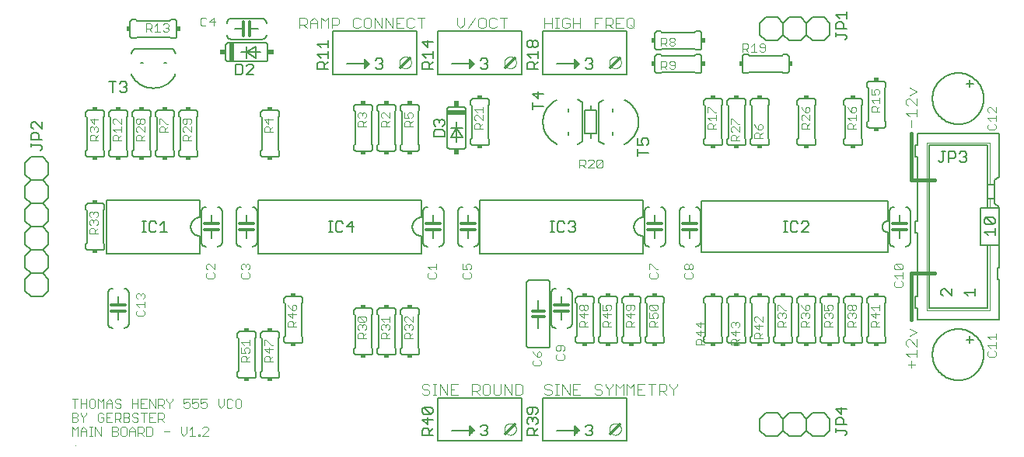
<source format=gbr>
G04 EAGLE Gerber RS-274X export*
G75*
%MOMM*%
%FSLAX34Y34*%
%LPD*%
%INSilkscreen Top*%
%IPPOS*%
%AMOC8*
5,1,8,0,0,1.08239X$1,22.5*%
G01*
%ADD10C,0.076200*%
%ADD11R,0.015238X0.017019*%
%ADD12C,0.101600*%
%ADD13C,0.406400*%
%ADD14C,0.152400*%
%ADD15C,0.304800*%
%ADD16C,0.127000*%
%ADD17R,0.508000X0.381000*%
%ADD18R,0.381000X0.508000*%
%ADD19C,0.050800*%
%ADD20R,0.508000X2.032000*%
%ADD21R,0.635000X0.508000*%
%ADD22R,2.032000X0.508000*%
%ADD23R,0.508000X0.635000*%


D10*
X67016Y43561D02*
X67016Y52967D01*
X63881Y52967D02*
X70152Y52967D01*
X73236Y52967D02*
X73236Y43561D01*
X73236Y48264D02*
X79507Y48264D01*
X79507Y52967D02*
X79507Y43561D01*
X84159Y52967D02*
X87294Y52967D01*
X84159Y52967D02*
X82591Y51399D01*
X82591Y45129D01*
X84159Y43561D01*
X87294Y43561D01*
X88862Y45129D01*
X88862Y51399D01*
X87294Y52967D01*
X91947Y52967D02*
X91947Y43561D01*
X95082Y49832D02*
X91947Y52967D01*
X95082Y49832D02*
X98217Y52967D01*
X98217Y43561D01*
X101302Y43561D02*
X101302Y49832D01*
X104437Y52967D01*
X107572Y49832D01*
X107572Y43561D01*
X107572Y48264D02*
X101302Y48264D01*
X115360Y52967D02*
X116928Y51399D01*
X115360Y52967D02*
X112225Y52967D01*
X110657Y51399D01*
X110657Y49832D01*
X112225Y48264D01*
X115360Y48264D01*
X116928Y46696D01*
X116928Y45129D01*
X115360Y43561D01*
X112225Y43561D01*
X110657Y45129D01*
X129367Y43561D02*
X129367Y52967D01*
X129367Y48264D02*
X135638Y48264D01*
X135638Y52967D02*
X135638Y43561D01*
X138723Y52967D02*
X144993Y52967D01*
X138723Y52967D02*
X138723Y43561D01*
X144993Y43561D01*
X141858Y48264D02*
X138723Y48264D01*
X148078Y43561D02*
X148078Y52967D01*
X154348Y43561D01*
X154348Y52967D01*
X157433Y52967D02*
X157433Y43561D01*
X157433Y52967D02*
X162136Y52967D01*
X163704Y51399D01*
X163704Y48264D01*
X162136Y46696D01*
X157433Y46696D01*
X160568Y46696D02*
X163704Y43561D01*
X166788Y51399D02*
X166788Y52967D01*
X166788Y51399D02*
X169923Y48264D01*
X173059Y51399D01*
X173059Y52967D01*
X169923Y48264D02*
X169923Y43561D01*
X185498Y52967D02*
X191769Y52967D01*
X185498Y52967D02*
X185498Y48264D01*
X188634Y49832D01*
X190201Y49832D01*
X191769Y48264D01*
X191769Y45129D01*
X190201Y43561D01*
X187066Y43561D01*
X185498Y45129D01*
X194854Y52967D02*
X201124Y52967D01*
X194854Y52967D02*
X194854Y48264D01*
X197989Y49832D01*
X199557Y49832D01*
X201124Y48264D01*
X201124Y45129D01*
X199557Y43561D01*
X196421Y43561D01*
X194854Y45129D01*
X204209Y52967D02*
X210480Y52967D01*
X204209Y52967D02*
X204209Y48264D01*
X207344Y49832D01*
X208912Y49832D01*
X210480Y48264D01*
X210480Y45129D01*
X208912Y43561D01*
X205776Y43561D01*
X204209Y45129D01*
X222919Y46696D02*
X222919Y52967D01*
X222919Y46696D02*
X226055Y43561D01*
X229190Y46696D01*
X229190Y52967D01*
X236977Y52967D02*
X238545Y51399D01*
X236977Y52967D02*
X233842Y52967D01*
X232274Y51399D01*
X232274Y45129D01*
X233842Y43561D01*
X236977Y43561D01*
X238545Y45129D01*
X243197Y52967D02*
X246333Y52967D01*
X243197Y52967D02*
X241630Y51399D01*
X241630Y45129D01*
X243197Y43561D01*
X246333Y43561D01*
X247900Y45129D01*
X247900Y51399D01*
X246333Y52967D01*
X63881Y37727D02*
X63881Y28321D01*
X63881Y37727D02*
X68584Y37727D01*
X70152Y36159D01*
X70152Y34592D01*
X68584Y33024D01*
X70152Y31456D01*
X70152Y29889D01*
X68584Y28321D01*
X63881Y28321D01*
X63881Y33024D02*
X68584Y33024D01*
X73236Y36159D02*
X73236Y37727D01*
X73236Y36159D02*
X76372Y33024D01*
X79507Y36159D01*
X79507Y37727D01*
X76372Y33024D02*
X76372Y28321D01*
X96650Y37727D02*
X98217Y36159D01*
X96650Y37727D02*
X93514Y37727D01*
X91947Y36159D01*
X91947Y29889D01*
X93514Y28321D01*
X96650Y28321D01*
X98217Y29889D01*
X98217Y33024D01*
X95082Y33024D01*
X101302Y37727D02*
X107572Y37727D01*
X101302Y37727D02*
X101302Y28321D01*
X107572Y28321D01*
X104437Y33024D02*
X101302Y33024D01*
X110657Y28321D02*
X110657Y37727D01*
X115360Y37727D01*
X116928Y36159D01*
X116928Y33024D01*
X115360Y31456D01*
X110657Y31456D01*
X113792Y31456D02*
X116928Y28321D01*
X120012Y28321D02*
X120012Y37727D01*
X124715Y37727D01*
X126283Y36159D01*
X126283Y34592D01*
X124715Y33024D01*
X126283Y31456D01*
X126283Y29889D01*
X124715Y28321D01*
X120012Y28321D01*
X120012Y33024D02*
X124715Y33024D01*
X134070Y37727D02*
X135638Y36159D01*
X134070Y37727D02*
X130935Y37727D01*
X129367Y36159D01*
X129367Y34592D01*
X130935Y33024D01*
X134070Y33024D01*
X135638Y31456D01*
X135638Y29889D01*
X134070Y28321D01*
X130935Y28321D01*
X129367Y29889D01*
X141858Y28321D02*
X141858Y37727D01*
X138723Y37727D02*
X144993Y37727D01*
X148078Y37727D02*
X154348Y37727D01*
X148078Y37727D02*
X148078Y28321D01*
X154348Y28321D01*
X151213Y33024D02*
X148078Y33024D01*
X157433Y28321D02*
X157433Y37727D01*
X162136Y37727D01*
X163704Y36159D01*
X163704Y33024D01*
X162136Y31456D01*
X157433Y31456D01*
X160568Y31456D02*
X163704Y28321D01*
X63881Y22487D02*
X63881Y13081D01*
X67016Y19352D02*
X63881Y22487D01*
X67016Y19352D02*
X70152Y22487D01*
X70152Y13081D01*
X73236Y13081D02*
X73236Y19352D01*
X76372Y22487D01*
X79507Y19352D01*
X79507Y13081D01*
X79507Y17784D02*
X73236Y17784D01*
X82591Y13081D02*
X85727Y13081D01*
X84159Y13081D02*
X84159Y22487D01*
X82591Y22487D02*
X85727Y22487D01*
X88828Y22487D02*
X88828Y13081D01*
X95099Y13081D02*
X88828Y22487D01*
X95099Y22487D02*
X95099Y13081D01*
X107539Y13081D02*
X107539Y22487D01*
X112242Y22487D01*
X113809Y20919D01*
X113809Y19352D01*
X112242Y17784D01*
X113809Y16216D01*
X113809Y14649D01*
X112242Y13081D01*
X107539Y13081D01*
X107539Y17784D02*
X112242Y17784D01*
X118461Y22487D02*
X121597Y22487D01*
X118461Y22487D02*
X116894Y20919D01*
X116894Y14649D01*
X118461Y13081D01*
X121597Y13081D01*
X123164Y14649D01*
X123164Y20919D01*
X121597Y22487D01*
X126249Y19352D02*
X126249Y13081D01*
X126249Y19352D02*
X129384Y22487D01*
X132520Y19352D01*
X132520Y13081D01*
X132520Y17784D02*
X126249Y17784D01*
X135604Y13081D02*
X135604Y22487D01*
X140307Y22487D01*
X141875Y20919D01*
X141875Y17784D01*
X140307Y16216D01*
X135604Y16216D01*
X138739Y16216D02*
X141875Y13081D01*
X144959Y13081D02*
X144959Y22487D01*
X144959Y13081D02*
X149662Y13081D01*
X151230Y14649D01*
X151230Y20919D01*
X149662Y22487D01*
X144959Y22487D01*
X163670Y17784D02*
X169940Y17784D01*
X182380Y16216D02*
X182380Y22487D01*
X182380Y16216D02*
X185515Y13081D01*
X188651Y16216D01*
X188651Y22487D01*
X191735Y19352D02*
X194871Y22487D01*
X194871Y13081D01*
X198006Y13081D02*
X191735Y13081D01*
X201090Y13081D02*
X201090Y14649D01*
X202658Y14649D01*
X202658Y13081D01*
X201090Y13081D01*
X205768Y13081D02*
X212039Y13081D01*
X205768Y13081D02*
X212039Y19352D01*
X212039Y20919D01*
X210471Y22487D01*
X207336Y22487D01*
X205768Y20919D01*
D11*
X67937Y1845D03*
D12*
X450855Y69352D02*
X452804Y67403D01*
X450855Y69352D02*
X446957Y69352D01*
X445008Y67403D01*
X445008Y65454D01*
X446957Y63505D01*
X450855Y63505D01*
X452804Y61556D01*
X452804Y59607D01*
X450855Y57658D01*
X446957Y57658D01*
X445008Y59607D01*
X456702Y57658D02*
X460600Y57658D01*
X458651Y57658D02*
X458651Y69352D01*
X456702Y69352D02*
X460600Y69352D01*
X464498Y69352D02*
X464498Y57658D01*
X472294Y57658D02*
X464498Y69352D01*
X472294Y69352D02*
X472294Y57658D01*
X476192Y69352D02*
X483988Y69352D01*
X476192Y69352D02*
X476192Y57658D01*
X483988Y57658D01*
X480090Y63505D02*
X476192Y63505D01*
X499580Y57658D02*
X499580Y69352D01*
X505427Y69352D01*
X507376Y67403D01*
X507376Y63505D01*
X505427Y61556D01*
X499580Y61556D01*
X503478Y61556D02*
X507376Y57658D01*
X513223Y69352D02*
X517121Y69352D01*
X513223Y69352D02*
X511274Y67403D01*
X511274Y59607D01*
X513223Y57658D01*
X517121Y57658D01*
X519070Y59607D01*
X519070Y67403D01*
X517121Y69352D01*
X522968Y69352D02*
X522968Y59607D01*
X524917Y57658D01*
X528815Y57658D01*
X530764Y59607D01*
X530764Y69352D01*
X534662Y69352D02*
X534662Y57658D01*
X542458Y57658D02*
X534662Y69352D01*
X542458Y69352D02*
X542458Y57658D01*
X546356Y57658D02*
X546356Y69352D01*
X546356Y57658D02*
X552203Y57658D01*
X554152Y59607D01*
X554152Y67403D01*
X552203Y69352D01*
X546356Y69352D01*
X584205Y69352D02*
X586154Y67403D01*
X584205Y69352D02*
X580307Y69352D01*
X578358Y67403D01*
X578358Y65454D01*
X580307Y63505D01*
X584205Y63505D01*
X586154Y61556D01*
X586154Y59607D01*
X584205Y57658D01*
X580307Y57658D01*
X578358Y59607D01*
X590052Y57658D02*
X593950Y57658D01*
X592001Y57658D02*
X592001Y69352D01*
X590052Y69352D02*
X593950Y69352D01*
X597848Y69352D02*
X597848Y57658D01*
X605644Y57658D02*
X597848Y69352D01*
X605644Y69352D02*
X605644Y57658D01*
X609542Y69352D02*
X617338Y69352D01*
X609542Y69352D02*
X609542Y57658D01*
X617338Y57658D01*
X613440Y63505D02*
X609542Y63505D01*
X638777Y69352D02*
X640726Y67403D01*
X638777Y69352D02*
X634879Y69352D01*
X632930Y67403D01*
X632930Y65454D01*
X634879Y63505D01*
X638777Y63505D01*
X640726Y61556D01*
X640726Y59607D01*
X638777Y57658D01*
X634879Y57658D01*
X632930Y59607D01*
X644624Y67403D02*
X644624Y69352D01*
X644624Y67403D02*
X648522Y63505D01*
X652420Y67403D01*
X652420Y69352D01*
X648522Y63505D02*
X648522Y57658D01*
X656318Y57658D02*
X656318Y69352D01*
X660216Y65454D01*
X664114Y69352D01*
X664114Y57658D01*
X668012Y57658D02*
X668012Y69352D01*
X671910Y65454D01*
X675808Y69352D01*
X675808Y57658D01*
X679706Y69352D02*
X687502Y69352D01*
X679706Y69352D02*
X679706Y57658D01*
X687502Y57658D01*
X683604Y63505D02*
X679706Y63505D01*
X695298Y57658D02*
X695298Y69352D01*
X691400Y69352D02*
X699196Y69352D01*
X703094Y69352D02*
X703094Y57658D01*
X703094Y69352D02*
X708941Y69352D01*
X710890Y67403D01*
X710890Y63505D01*
X708941Y61556D01*
X703094Y61556D01*
X706992Y61556D02*
X710890Y57658D01*
X714788Y67403D02*
X714788Y69352D01*
X714788Y67403D02*
X718686Y63505D01*
X722584Y67403D01*
X722584Y69352D01*
X718686Y63505D02*
X718686Y57658D01*
X311658Y457708D02*
X311658Y469402D01*
X317505Y469402D01*
X319454Y467453D01*
X319454Y463555D01*
X317505Y461606D01*
X311658Y461606D01*
X315556Y461606D02*
X319454Y457708D01*
X323352Y457708D02*
X323352Y465504D01*
X327250Y469402D01*
X331148Y465504D01*
X331148Y457708D01*
X331148Y463555D02*
X323352Y463555D01*
X335046Y457708D02*
X335046Y469402D01*
X338944Y465504D01*
X342842Y469402D01*
X342842Y457708D01*
X346740Y457708D02*
X346740Y469402D01*
X352587Y469402D01*
X354536Y467453D01*
X354536Y463555D01*
X352587Y461606D01*
X346740Y461606D01*
X375975Y469402D02*
X377924Y467453D01*
X375975Y469402D02*
X372077Y469402D01*
X370128Y467453D01*
X370128Y459657D01*
X372077Y457708D01*
X375975Y457708D01*
X377924Y459657D01*
X383771Y469402D02*
X387669Y469402D01*
X383771Y469402D02*
X381822Y467453D01*
X381822Y459657D01*
X383771Y457708D01*
X387669Y457708D01*
X389618Y459657D01*
X389618Y467453D01*
X387669Y469402D01*
X393516Y469402D02*
X393516Y457708D01*
X401312Y457708D02*
X393516Y469402D01*
X401312Y469402D02*
X401312Y457708D01*
X405210Y457708D02*
X405210Y469402D01*
X413006Y457708D01*
X413006Y469402D01*
X416904Y469402D02*
X424700Y469402D01*
X416904Y469402D02*
X416904Y457708D01*
X424700Y457708D01*
X420802Y463555D02*
X416904Y463555D01*
X434445Y469402D02*
X436394Y467453D01*
X434445Y469402D02*
X430547Y469402D01*
X428598Y467453D01*
X428598Y459657D01*
X430547Y457708D01*
X434445Y457708D01*
X436394Y459657D01*
X444190Y457708D02*
X444190Y469402D01*
X440292Y469402D02*
X448088Y469402D01*
X483108Y469402D02*
X483108Y461606D01*
X487006Y457708D01*
X490904Y461606D01*
X490904Y469402D01*
X502598Y469402D02*
X494802Y457708D01*
X508445Y469402D02*
X512343Y469402D01*
X508445Y469402D02*
X506496Y467453D01*
X506496Y459657D01*
X508445Y457708D01*
X512343Y457708D01*
X514292Y459657D01*
X514292Y467453D01*
X512343Y469402D01*
X524037Y469402D02*
X525986Y467453D01*
X524037Y469402D02*
X520139Y469402D01*
X518190Y467453D01*
X518190Y459657D01*
X520139Y457708D01*
X524037Y457708D01*
X525986Y459657D01*
X533782Y457708D02*
X533782Y469402D01*
X529884Y469402D02*
X537680Y469402D01*
X578358Y469402D02*
X578358Y457708D01*
X578358Y463555D02*
X586154Y463555D01*
X586154Y469402D02*
X586154Y457708D01*
X590052Y457708D02*
X593950Y457708D01*
X592001Y457708D02*
X592001Y469402D01*
X590052Y469402D02*
X593950Y469402D01*
X603695Y469402D02*
X605644Y467453D01*
X603695Y469402D02*
X599797Y469402D01*
X597848Y467453D01*
X597848Y459657D01*
X599797Y457708D01*
X603695Y457708D01*
X605644Y459657D01*
X605644Y463555D01*
X601746Y463555D01*
X609542Y457708D02*
X609542Y469402D01*
X609542Y463555D02*
X617338Y463555D01*
X617338Y469402D02*
X617338Y457708D01*
X632930Y457708D02*
X632930Y469402D01*
X640726Y469402D01*
X636828Y463555D02*
X632930Y463555D01*
X644624Y457708D02*
X644624Y469402D01*
X650471Y469402D01*
X652420Y467453D01*
X652420Y463555D01*
X650471Y461606D01*
X644624Y461606D01*
X648522Y461606D02*
X652420Y457708D01*
X656318Y469402D02*
X664114Y469402D01*
X656318Y469402D02*
X656318Y457708D01*
X664114Y457708D01*
X660216Y463555D02*
X656318Y463555D01*
X668012Y459657D02*
X668012Y467453D01*
X669961Y469402D01*
X673859Y469402D01*
X675808Y467453D01*
X675808Y459657D01*
X673859Y457708D01*
X669961Y457708D01*
X668012Y459657D01*
X671910Y461606D02*
X675808Y457708D01*
X977895Y357554D02*
X977895Y349758D01*
X975946Y361452D02*
X972048Y365350D01*
X983742Y365350D01*
X983742Y361452D02*
X983742Y369248D01*
X983742Y373146D02*
X983742Y380942D01*
X983742Y373146D02*
X975946Y380942D01*
X973997Y380942D01*
X972048Y378993D01*
X972048Y375095D01*
X973997Y373146D01*
X975946Y384840D02*
X983742Y388738D01*
X975946Y392636D01*
X977895Y94878D02*
X977895Y87082D01*
X973997Y90980D02*
X981793Y90980D01*
X975946Y98776D02*
X972048Y102674D01*
X983742Y102674D01*
X983742Y98776D02*
X983742Y106572D01*
X983742Y110470D02*
X983742Y118266D01*
X983742Y110470D02*
X975946Y118266D01*
X973997Y118266D01*
X972048Y116317D01*
X972048Y112419D01*
X973997Y110470D01*
X975946Y122164D02*
X983742Y126062D01*
X975946Y129960D01*
D13*
X977900Y139700D02*
X977900Y190500D01*
X1003300Y190500D01*
X1003300Y292100D02*
X977900Y292100D01*
X977900Y342900D01*
D14*
X265430Y257810D02*
X265428Y257950D01*
X265422Y258090D01*
X265413Y258230D01*
X265399Y258369D01*
X265382Y258508D01*
X265361Y258646D01*
X265336Y258784D01*
X265307Y258921D01*
X265275Y259057D01*
X265238Y259192D01*
X265198Y259326D01*
X265155Y259459D01*
X265107Y259591D01*
X265057Y259722D01*
X265002Y259851D01*
X264944Y259978D01*
X264883Y260104D01*
X264818Y260228D01*
X264749Y260350D01*
X264678Y260470D01*
X264603Y260588D01*
X264525Y260705D01*
X264443Y260819D01*
X264359Y260930D01*
X264271Y261039D01*
X264181Y261146D01*
X264087Y261251D01*
X263991Y261352D01*
X263892Y261451D01*
X263791Y261547D01*
X263686Y261641D01*
X263579Y261731D01*
X263470Y261819D01*
X263359Y261903D01*
X263245Y261985D01*
X263128Y262063D01*
X263010Y262138D01*
X262890Y262209D01*
X262768Y262278D01*
X262644Y262343D01*
X262518Y262404D01*
X262391Y262462D01*
X262262Y262517D01*
X262131Y262567D01*
X261999Y262615D01*
X261866Y262658D01*
X261732Y262698D01*
X261597Y262735D01*
X261461Y262767D01*
X261324Y262796D01*
X261186Y262821D01*
X261048Y262842D01*
X260909Y262859D01*
X260770Y262873D01*
X260630Y262882D01*
X260490Y262888D01*
X260350Y262890D01*
X247650Y262890D02*
X247510Y262888D01*
X247370Y262882D01*
X247230Y262873D01*
X247091Y262859D01*
X246952Y262842D01*
X246814Y262821D01*
X246676Y262796D01*
X246539Y262767D01*
X246403Y262735D01*
X246268Y262698D01*
X246134Y262658D01*
X246001Y262615D01*
X245869Y262567D01*
X245738Y262517D01*
X245609Y262462D01*
X245482Y262404D01*
X245356Y262343D01*
X245232Y262278D01*
X245110Y262209D01*
X244990Y262138D01*
X244872Y262063D01*
X244755Y261985D01*
X244641Y261903D01*
X244530Y261819D01*
X244421Y261731D01*
X244314Y261641D01*
X244209Y261547D01*
X244108Y261451D01*
X244009Y261352D01*
X243913Y261251D01*
X243819Y261146D01*
X243729Y261039D01*
X243641Y260930D01*
X243557Y260819D01*
X243475Y260705D01*
X243397Y260588D01*
X243322Y260470D01*
X243251Y260350D01*
X243182Y260228D01*
X243117Y260104D01*
X243056Y259978D01*
X242998Y259851D01*
X242943Y259722D01*
X242893Y259591D01*
X242845Y259459D01*
X242802Y259326D01*
X242762Y259192D01*
X242725Y259057D01*
X242693Y258921D01*
X242664Y258784D01*
X242639Y258646D01*
X242618Y258508D01*
X242601Y258369D01*
X242587Y258230D01*
X242578Y258090D01*
X242572Y257950D01*
X242570Y257810D01*
X265430Y257810D02*
X265430Y224790D01*
X242570Y224790D02*
X242570Y257810D01*
X265430Y224790D02*
X265428Y224650D01*
X265422Y224510D01*
X265413Y224370D01*
X265399Y224231D01*
X265382Y224092D01*
X265361Y223954D01*
X265336Y223816D01*
X265307Y223679D01*
X265275Y223543D01*
X265238Y223408D01*
X265198Y223274D01*
X265155Y223141D01*
X265107Y223009D01*
X265057Y222878D01*
X265002Y222749D01*
X264944Y222622D01*
X264883Y222496D01*
X264818Y222372D01*
X264749Y222250D01*
X264678Y222130D01*
X264603Y222012D01*
X264525Y221895D01*
X264443Y221781D01*
X264359Y221670D01*
X264271Y221561D01*
X264181Y221454D01*
X264087Y221349D01*
X263991Y221248D01*
X263892Y221149D01*
X263791Y221053D01*
X263686Y220959D01*
X263579Y220869D01*
X263470Y220781D01*
X263359Y220697D01*
X263245Y220615D01*
X263128Y220537D01*
X263010Y220462D01*
X262890Y220391D01*
X262768Y220322D01*
X262644Y220257D01*
X262518Y220196D01*
X262391Y220138D01*
X262262Y220083D01*
X262131Y220033D01*
X261999Y219985D01*
X261866Y219942D01*
X261732Y219902D01*
X261597Y219865D01*
X261461Y219833D01*
X261324Y219804D01*
X261186Y219779D01*
X261048Y219758D01*
X260909Y219741D01*
X260770Y219727D01*
X260630Y219718D01*
X260490Y219712D01*
X260350Y219710D01*
X247650Y219710D02*
X247510Y219712D01*
X247370Y219718D01*
X247230Y219727D01*
X247091Y219741D01*
X246952Y219758D01*
X246814Y219779D01*
X246676Y219804D01*
X246539Y219833D01*
X246403Y219865D01*
X246268Y219902D01*
X246134Y219942D01*
X246001Y219985D01*
X245869Y220033D01*
X245738Y220083D01*
X245609Y220138D01*
X245482Y220196D01*
X245356Y220257D01*
X245232Y220322D01*
X245110Y220391D01*
X244990Y220462D01*
X244872Y220537D01*
X244755Y220615D01*
X244641Y220697D01*
X244530Y220781D01*
X244421Y220869D01*
X244314Y220959D01*
X244209Y221053D01*
X244108Y221149D01*
X244009Y221248D01*
X243913Y221349D01*
X243819Y221454D01*
X243729Y221561D01*
X243641Y221670D01*
X243557Y221781D01*
X243475Y221895D01*
X243397Y222012D01*
X243322Y222130D01*
X243251Y222250D01*
X243182Y222372D01*
X243117Y222496D01*
X243056Y222622D01*
X242998Y222749D01*
X242943Y222878D01*
X242893Y223009D01*
X242845Y223141D01*
X242802Y223274D01*
X242762Y223408D01*
X242725Y223543D01*
X242693Y223679D01*
X242664Y223816D01*
X242639Y223954D01*
X242618Y224092D01*
X242601Y224231D01*
X242587Y224370D01*
X242578Y224510D01*
X242572Y224650D01*
X242570Y224790D01*
D15*
X254000Y244348D02*
X261620Y244348D01*
X254000Y244348D02*
X246380Y244348D01*
X254000Y237998D02*
X261620Y237998D01*
X254000Y237998D02*
X246380Y237998D01*
D14*
X254000Y237998D02*
X254000Y228600D01*
X254000Y244348D02*
X254000Y254000D01*
D12*
X249676Y191099D02*
X248150Y189574D01*
X248150Y186523D01*
X249676Y184998D01*
X255777Y184998D01*
X257302Y186523D01*
X257302Y189574D01*
X255777Y191099D01*
X249676Y194353D02*
X248150Y195878D01*
X248150Y198929D01*
X249676Y200454D01*
X251201Y200454D01*
X252726Y198929D01*
X252726Y197403D01*
X252726Y198929D02*
X254251Y200454D01*
X255777Y200454D01*
X257302Y198929D01*
X257302Y195878D01*
X255777Y194353D01*
D14*
X203200Y212090D02*
X101600Y212090D01*
X101600Y270510D02*
X203200Y270510D01*
X101600Y270510D02*
X101600Y212090D01*
X203200Y212090D02*
X203200Y231140D01*
X203200Y251460D02*
X203200Y270510D01*
X203200Y251460D02*
X202953Y251457D01*
X202705Y251448D01*
X202458Y251433D01*
X202212Y251412D01*
X201966Y251385D01*
X201721Y251352D01*
X201476Y251313D01*
X201233Y251268D01*
X200991Y251217D01*
X200750Y251160D01*
X200511Y251098D01*
X200273Y251029D01*
X200037Y250955D01*
X199803Y250875D01*
X199571Y250790D01*
X199341Y250698D01*
X199113Y250602D01*
X198888Y250499D01*
X198665Y250392D01*
X198445Y250278D01*
X198228Y250160D01*
X198013Y250036D01*
X197802Y249907D01*
X197594Y249773D01*
X197389Y249634D01*
X197188Y249490D01*
X196990Y249342D01*
X196796Y249188D01*
X196606Y249030D01*
X196420Y248867D01*
X196238Y248700D01*
X196060Y248528D01*
X195886Y248352D01*
X195716Y248172D01*
X195551Y247987D01*
X195391Y247799D01*
X195235Y247607D01*
X195083Y247411D01*
X194937Y247212D01*
X194795Y247009D01*
X194659Y246802D01*
X194527Y246593D01*
X194401Y246380D01*
X194280Y246164D01*
X194164Y245946D01*
X194054Y245724D01*
X193949Y245500D01*
X193849Y245274D01*
X193755Y245045D01*
X193667Y244814D01*
X193584Y244580D01*
X193507Y244345D01*
X193436Y244108D01*
X193370Y243870D01*
X193311Y243630D01*
X193257Y243388D01*
X193209Y243145D01*
X193167Y242902D01*
X193131Y242657D01*
X193101Y242411D01*
X193077Y242165D01*
X193059Y241918D01*
X193047Y241671D01*
X193041Y241424D01*
X193041Y241176D01*
X193047Y240929D01*
X193059Y240682D01*
X193077Y240435D01*
X193101Y240189D01*
X193131Y239943D01*
X193167Y239698D01*
X193209Y239455D01*
X193257Y239212D01*
X193311Y238970D01*
X193370Y238730D01*
X193436Y238492D01*
X193507Y238255D01*
X193584Y238020D01*
X193667Y237786D01*
X193755Y237555D01*
X193849Y237326D01*
X193949Y237100D01*
X194054Y236876D01*
X194164Y236654D01*
X194280Y236436D01*
X194401Y236220D01*
X194527Y236007D01*
X194659Y235798D01*
X194795Y235591D01*
X194937Y235388D01*
X195083Y235189D01*
X195235Y234993D01*
X195391Y234801D01*
X195551Y234613D01*
X195716Y234428D01*
X195886Y234248D01*
X196060Y234072D01*
X196238Y233900D01*
X196420Y233733D01*
X196606Y233570D01*
X196796Y233412D01*
X196990Y233258D01*
X197188Y233110D01*
X197389Y232966D01*
X197594Y232827D01*
X197802Y232693D01*
X198013Y232564D01*
X198228Y232440D01*
X198445Y232322D01*
X198665Y232208D01*
X198888Y232101D01*
X199113Y231998D01*
X199341Y231902D01*
X199571Y231810D01*
X199803Y231725D01*
X200037Y231645D01*
X200273Y231571D01*
X200511Y231502D01*
X200750Y231440D01*
X200991Y231383D01*
X201233Y231332D01*
X201476Y231287D01*
X201721Y231248D01*
X201966Y231215D01*
X202212Y231188D01*
X202458Y231167D01*
X202705Y231152D01*
X202953Y231143D01*
X203200Y231140D01*
D16*
X144148Y235585D02*
X140335Y235585D01*
X142242Y235585D02*
X142242Y247025D01*
X144148Y247025D02*
X140335Y247025D01*
X153851Y247025D02*
X155757Y245118D01*
X153851Y247025D02*
X150038Y247025D01*
X148131Y245118D01*
X148131Y237492D01*
X150038Y235585D01*
X153851Y235585D01*
X155757Y237492D01*
X159825Y243212D02*
X163638Y247025D01*
X163638Y235585D01*
X159825Y235585D02*
X167451Y235585D01*
D14*
X952500Y247650D02*
X952500Y269240D01*
X952500Y247650D02*
X952342Y247648D01*
X952183Y247642D01*
X952025Y247632D01*
X951868Y247618D01*
X951710Y247601D01*
X951554Y247579D01*
X951397Y247554D01*
X951242Y247524D01*
X951087Y247491D01*
X950933Y247454D01*
X950780Y247413D01*
X950628Y247368D01*
X950478Y247319D01*
X950328Y247267D01*
X950180Y247211D01*
X950033Y247151D01*
X949888Y247088D01*
X949745Y247021D01*
X949603Y246951D01*
X949463Y246877D01*
X949325Y246799D01*
X949189Y246718D01*
X949055Y246634D01*
X948923Y246547D01*
X948793Y246456D01*
X948666Y246362D01*
X948541Y246265D01*
X948418Y246164D01*
X948298Y246061D01*
X948181Y245955D01*
X948066Y245846D01*
X947954Y245734D01*
X947845Y245619D01*
X947739Y245502D01*
X947636Y245382D01*
X947535Y245259D01*
X947438Y245134D01*
X947344Y245007D01*
X947253Y244877D01*
X947166Y244745D01*
X947082Y244611D01*
X947001Y244475D01*
X946923Y244337D01*
X946849Y244197D01*
X946779Y244055D01*
X946712Y243912D01*
X946649Y243767D01*
X946589Y243620D01*
X946533Y243472D01*
X946481Y243322D01*
X946432Y243172D01*
X946387Y243020D01*
X946346Y242867D01*
X946309Y242713D01*
X946276Y242558D01*
X946246Y242403D01*
X946221Y242246D01*
X946199Y242090D01*
X946182Y241932D01*
X946168Y241775D01*
X946158Y241617D01*
X946152Y241458D01*
X946150Y241300D01*
X946152Y241142D01*
X946158Y240983D01*
X946168Y240825D01*
X946182Y240668D01*
X946199Y240510D01*
X946221Y240354D01*
X946246Y240197D01*
X946276Y240042D01*
X946309Y239887D01*
X946346Y239733D01*
X946387Y239580D01*
X946432Y239428D01*
X946481Y239278D01*
X946533Y239128D01*
X946589Y238980D01*
X946649Y238833D01*
X946712Y238688D01*
X946779Y238545D01*
X946849Y238403D01*
X946923Y238263D01*
X947001Y238125D01*
X947082Y237989D01*
X947166Y237855D01*
X947253Y237723D01*
X947344Y237593D01*
X947438Y237466D01*
X947535Y237341D01*
X947636Y237218D01*
X947739Y237098D01*
X947845Y236981D01*
X947954Y236866D01*
X948066Y236754D01*
X948181Y236645D01*
X948298Y236539D01*
X948418Y236436D01*
X948541Y236335D01*
X948666Y236238D01*
X948793Y236144D01*
X948923Y236053D01*
X949055Y235966D01*
X949189Y235882D01*
X949325Y235801D01*
X949463Y235723D01*
X949603Y235649D01*
X949745Y235579D01*
X949888Y235512D01*
X950033Y235449D01*
X950180Y235389D01*
X950328Y235333D01*
X950478Y235281D01*
X950628Y235232D01*
X950780Y235187D01*
X950933Y235146D01*
X951087Y235109D01*
X951242Y235076D01*
X951397Y235046D01*
X951554Y235021D01*
X951710Y234999D01*
X951868Y234982D01*
X952025Y234968D01*
X952183Y234958D01*
X952342Y234952D01*
X952500Y234950D01*
X952500Y269240D02*
X749300Y269240D01*
X749300Y213360D01*
X952500Y213360D01*
X952500Y234950D01*
D16*
X842648Y235585D02*
X838835Y235585D01*
X840742Y235585D02*
X840742Y247025D01*
X842648Y247025D02*
X838835Y247025D01*
X852351Y247025D02*
X854257Y245118D01*
X852351Y247025D02*
X848538Y247025D01*
X846631Y245118D01*
X846631Y237492D01*
X848538Y235585D01*
X852351Y235585D01*
X854257Y237492D01*
X858325Y235585D02*
X865951Y235585D01*
X858325Y235585D02*
X865951Y243212D01*
X865951Y245118D01*
X864045Y247025D01*
X860232Y247025D01*
X858325Y245118D01*
D14*
X685800Y212090D02*
X508000Y212090D01*
X508000Y270510D02*
X685800Y270510D01*
X508000Y270510D02*
X508000Y212090D01*
X685800Y212090D02*
X685800Y231140D01*
X685800Y251460D02*
X685800Y270510D01*
X685800Y251460D02*
X685553Y251457D01*
X685305Y251448D01*
X685058Y251433D01*
X684812Y251412D01*
X684566Y251385D01*
X684321Y251352D01*
X684076Y251313D01*
X683833Y251268D01*
X683591Y251217D01*
X683350Y251160D01*
X683111Y251098D01*
X682873Y251029D01*
X682637Y250955D01*
X682403Y250875D01*
X682171Y250790D01*
X681941Y250698D01*
X681713Y250602D01*
X681488Y250499D01*
X681265Y250392D01*
X681045Y250278D01*
X680828Y250160D01*
X680613Y250036D01*
X680402Y249907D01*
X680194Y249773D01*
X679989Y249634D01*
X679788Y249490D01*
X679590Y249342D01*
X679396Y249188D01*
X679206Y249030D01*
X679020Y248867D01*
X678838Y248700D01*
X678660Y248528D01*
X678486Y248352D01*
X678316Y248172D01*
X678151Y247987D01*
X677991Y247799D01*
X677835Y247607D01*
X677683Y247411D01*
X677537Y247212D01*
X677395Y247009D01*
X677259Y246802D01*
X677127Y246593D01*
X677001Y246380D01*
X676880Y246164D01*
X676764Y245946D01*
X676654Y245724D01*
X676549Y245500D01*
X676449Y245274D01*
X676355Y245045D01*
X676267Y244814D01*
X676184Y244580D01*
X676107Y244345D01*
X676036Y244108D01*
X675970Y243870D01*
X675911Y243630D01*
X675857Y243388D01*
X675809Y243145D01*
X675767Y242902D01*
X675731Y242657D01*
X675701Y242411D01*
X675677Y242165D01*
X675659Y241918D01*
X675647Y241671D01*
X675641Y241424D01*
X675641Y241176D01*
X675647Y240929D01*
X675659Y240682D01*
X675677Y240435D01*
X675701Y240189D01*
X675731Y239943D01*
X675767Y239698D01*
X675809Y239455D01*
X675857Y239212D01*
X675911Y238970D01*
X675970Y238730D01*
X676036Y238492D01*
X676107Y238255D01*
X676184Y238020D01*
X676267Y237786D01*
X676355Y237555D01*
X676449Y237326D01*
X676549Y237100D01*
X676654Y236876D01*
X676764Y236654D01*
X676880Y236436D01*
X677001Y236220D01*
X677127Y236007D01*
X677259Y235798D01*
X677395Y235591D01*
X677537Y235388D01*
X677683Y235189D01*
X677835Y234993D01*
X677991Y234801D01*
X678151Y234613D01*
X678316Y234428D01*
X678486Y234248D01*
X678660Y234072D01*
X678838Y233900D01*
X679020Y233733D01*
X679206Y233570D01*
X679396Y233412D01*
X679590Y233258D01*
X679788Y233110D01*
X679989Y232966D01*
X680194Y232827D01*
X680402Y232693D01*
X680613Y232564D01*
X680828Y232440D01*
X681045Y232322D01*
X681265Y232208D01*
X681488Y232101D01*
X681713Y231998D01*
X681941Y231902D01*
X682171Y231810D01*
X682403Y231725D01*
X682637Y231645D01*
X682873Y231571D01*
X683111Y231502D01*
X683350Y231440D01*
X683591Y231383D01*
X683833Y231332D01*
X684076Y231287D01*
X684321Y231248D01*
X684566Y231215D01*
X684812Y231188D01*
X685058Y231167D01*
X685305Y231152D01*
X685553Y231143D01*
X685800Y231140D01*
D16*
X588648Y235585D02*
X584835Y235585D01*
X586742Y235585D02*
X586742Y247025D01*
X588648Y247025D02*
X584835Y247025D01*
X598351Y247025D02*
X600257Y245118D01*
X598351Y247025D02*
X594538Y247025D01*
X592631Y245118D01*
X592631Y237492D01*
X594538Y235585D01*
X598351Y235585D01*
X600257Y237492D01*
X604325Y245118D02*
X606232Y247025D01*
X610045Y247025D01*
X611951Y245118D01*
X611951Y243212D01*
X610045Y241305D01*
X608138Y241305D01*
X610045Y241305D02*
X611951Y239398D01*
X611951Y237492D01*
X610045Y235585D01*
X606232Y235585D01*
X604325Y237492D01*
D14*
X444500Y212090D02*
X266700Y212090D01*
X266700Y270510D02*
X444500Y270510D01*
X266700Y270510D02*
X266700Y212090D01*
X444500Y212090D02*
X444500Y231140D01*
X444500Y251460D02*
X444500Y270510D01*
X444500Y251460D02*
X444253Y251457D01*
X444005Y251448D01*
X443758Y251433D01*
X443512Y251412D01*
X443266Y251385D01*
X443021Y251352D01*
X442776Y251313D01*
X442533Y251268D01*
X442291Y251217D01*
X442050Y251160D01*
X441811Y251098D01*
X441573Y251029D01*
X441337Y250955D01*
X441103Y250875D01*
X440871Y250790D01*
X440641Y250698D01*
X440413Y250602D01*
X440188Y250499D01*
X439965Y250392D01*
X439745Y250278D01*
X439528Y250160D01*
X439313Y250036D01*
X439102Y249907D01*
X438894Y249773D01*
X438689Y249634D01*
X438488Y249490D01*
X438290Y249342D01*
X438096Y249188D01*
X437906Y249030D01*
X437720Y248867D01*
X437538Y248700D01*
X437360Y248528D01*
X437186Y248352D01*
X437016Y248172D01*
X436851Y247987D01*
X436691Y247799D01*
X436535Y247607D01*
X436383Y247411D01*
X436237Y247212D01*
X436095Y247009D01*
X435959Y246802D01*
X435827Y246593D01*
X435701Y246380D01*
X435580Y246164D01*
X435464Y245946D01*
X435354Y245724D01*
X435249Y245500D01*
X435149Y245274D01*
X435055Y245045D01*
X434967Y244814D01*
X434884Y244580D01*
X434807Y244345D01*
X434736Y244108D01*
X434670Y243870D01*
X434611Y243630D01*
X434557Y243388D01*
X434509Y243145D01*
X434467Y242902D01*
X434431Y242657D01*
X434401Y242411D01*
X434377Y242165D01*
X434359Y241918D01*
X434347Y241671D01*
X434341Y241424D01*
X434341Y241176D01*
X434347Y240929D01*
X434359Y240682D01*
X434377Y240435D01*
X434401Y240189D01*
X434431Y239943D01*
X434467Y239698D01*
X434509Y239455D01*
X434557Y239212D01*
X434611Y238970D01*
X434670Y238730D01*
X434736Y238492D01*
X434807Y238255D01*
X434884Y238020D01*
X434967Y237786D01*
X435055Y237555D01*
X435149Y237326D01*
X435249Y237100D01*
X435354Y236876D01*
X435464Y236654D01*
X435580Y236436D01*
X435701Y236220D01*
X435827Y236007D01*
X435959Y235798D01*
X436095Y235591D01*
X436237Y235388D01*
X436383Y235189D01*
X436535Y234993D01*
X436691Y234801D01*
X436851Y234613D01*
X437016Y234428D01*
X437186Y234248D01*
X437360Y234072D01*
X437538Y233900D01*
X437720Y233733D01*
X437906Y233570D01*
X438096Y233412D01*
X438290Y233258D01*
X438488Y233110D01*
X438689Y232966D01*
X438894Y232827D01*
X439102Y232693D01*
X439313Y232564D01*
X439528Y232440D01*
X439745Y232322D01*
X439965Y232208D01*
X440188Y232101D01*
X440413Y231998D01*
X440641Y231902D01*
X440871Y231810D01*
X441103Y231725D01*
X441337Y231645D01*
X441573Y231571D01*
X441811Y231502D01*
X442050Y231440D01*
X442291Y231383D01*
X442533Y231332D01*
X442776Y231287D01*
X443021Y231248D01*
X443266Y231215D01*
X443512Y231188D01*
X443758Y231167D01*
X444005Y231152D01*
X444253Y231143D01*
X444500Y231140D01*
D16*
X347348Y235585D02*
X343535Y235585D01*
X345442Y235585D02*
X345442Y247025D01*
X347348Y247025D02*
X343535Y247025D01*
X357051Y247025D02*
X358957Y245118D01*
X357051Y247025D02*
X353238Y247025D01*
X351331Y245118D01*
X351331Y237492D01*
X353238Y235585D01*
X357051Y235585D01*
X358957Y237492D01*
X368745Y235585D02*
X368745Y247025D01*
X363025Y241305D01*
X370651Y241305D01*
D14*
X416560Y372110D02*
X416558Y372210D01*
X416552Y372309D01*
X416542Y372409D01*
X416529Y372507D01*
X416511Y372606D01*
X416490Y372703D01*
X416465Y372799D01*
X416436Y372895D01*
X416403Y372989D01*
X416367Y373082D01*
X416327Y373173D01*
X416283Y373263D01*
X416236Y373351D01*
X416186Y373437D01*
X416132Y373521D01*
X416075Y373603D01*
X416015Y373682D01*
X415951Y373760D01*
X415885Y373834D01*
X415816Y373906D01*
X415744Y373975D01*
X415670Y374041D01*
X415592Y374105D01*
X415513Y374165D01*
X415431Y374222D01*
X415347Y374276D01*
X415261Y374326D01*
X415173Y374373D01*
X415083Y374417D01*
X414992Y374457D01*
X414899Y374493D01*
X414805Y374526D01*
X414709Y374555D01*
X414613Y374580D01*
X414516Y374601D01*
X414417Y374619D01*
X414319Y374632D01*
X414219Y374642D01*
X414120Y374648D01*
X414020Y374650D01*
X398780Y374650D02*
X398680Y374648D01*
X398581Y374642D01*
X398481Y374632D01*
X398383Y374619D01*
X398284Y374601D01*
X398187Y374580D01*
X398091Y374555D01*
X397995Y374526D01*
X397901Y374493D01*
X397808Y374457D01*
X397717Y374417D01*
X397627Y374373D01*
X397539Y374326D01*
X397453Y374276D01*
X397369Y374222D01*
X397287Y374165D01*
X397208Y374105D01*
X397130Y374041D01*
X397056Y373975D01*
X396984Y373906D01*
X396915Y373834D01*
X396849Y373760D01*
X396785Y373682D01*
X396725Y373603D01*
X396668Y373521D01*
X396614Y373437D01*
X396564Y373351D01*
X396517Y373263D01*
X396473Y373173D01*
X396433Y373082D01*
X396397Y372989D01*
X396364Y372895D01*
X396335Y372799D01*
X396310Y372703D01*
X396289Y372606D01*
X396271Y372507D01*
X396258Y372409D01*
X396248Y372309D01*
X396242Y372210D01*
X396240Y372110D01*
X396240Y326390D02*
X396242Y326290D01*
X396248Y326191D01*
X396258Y326091D01*
X396271Y325993D01*
X396289Y325894D01*
X396310Y325797D01*
X396335Y325701D01*
X396364Y325605D01*
X396397Y325511D01*
X396433Y325418D01*
X396473Y325327D01*
X396517Y325237D01*
X396564Y325149D01*
X396614Y325063D01*
X396668Y324979D01*
X396725Y324897D01*
X396785Y324818D01*
X396849Y324740D01*
X396915Y324666D01*
X396984Y324594D01*
X397056Y324525D01*
X397130Y324459D01*
X397208Y324395D01*
X397287Y324335D01*
X397369Y324278D01*
X397453Y324224D01*
X397539Y324174D01*
X397627Y324127D01*
X397717Y324083D01*
X397808Y324043D01*
X397901Y324007D01*
X397995Y323974D01*
X398091Y323945D01*
X398187Y323920D01*
X398284Y323899D01*
X398383Y323881D01*
X398481Y323868D01*
X398581Y323858D01*
X398680Y323852D01*
X398780Y323850D01*
X414020Y323850D02*
X414120Y323852D01*
X414219Y323858D01*
X414319Y323868D01*
X414417Y323881D01*
X414516Y323899D01*
X414613Y323920D01*
X414709Y323945D01*
X414805Y323974D01*
X414899Y324007D01*
X414992Y324043D01*
X415083Y324083D01*
X415173Y324127D01*
X415261Y324174D01*
X415347Y324224D01*
X415431Y324278D01*
X415513Y324335D01*
X415592Y324395D01*
X415670Y324459D01*
X415744Y324525D01*
X415816Y324594D01*
X415885Y324666D01*
X415951Y324740D01*
X416015Y324818D01*
X416075Y324897D01*
X416132Y324979D01*
X416186Y325063D01*
X416236Y325149D01*
X416283Y325237D01*
X416327Y325327D01*
X416367Y325418D01*
X416403Y325511D01*
X416436Y325605D01*
X416465Y325701D01*
X416490Y325797D01*
X416511Y325894D01*
X416529Y325993D01*
X416542Y326091D01*
X416552Y326191D01*
X416558Y326290D01*
X416560Y326390D01*
X414020Y374650D02*
X398780Y374650D01*
X416560Y372110D02*
X416560Y368300D01*
X415290Y367030D01*
X396240Y368300D02*
X396240Y372110D01*
X396240Y368300D02*
X397510Y367030D01*
X415290Y331470D02*
X416560Y330200D01*
X415290Y331470D02*
X415290Y367030D01*
X397510Y331470D02*
X396240Y330200D01*
X397510Y331470D02*
X397510Y367030D01*
X416560Y330200D02*
X416560Y326390D01*
X396240Y326390D02*
X396240Y330200D01*
X398780Y323850D02*
X414020Y323850D01*
D17*
X406400Y321945D03*
X406400Y376555D03*
D12*
X409448Y350565D02*
X400550Y350565D01*
X400550Y355014D01*
X402033Y356497D01*
X404999Y356497D01*
X406482Y355014D01*
X406482Y350565D01*
X406482Y353531D02*
X409448Y356497D01*
X409448Y359687D02*
X409448Y365618D01*
X409448Y359687D02*
X403516Y365618D01*
X402033Y365618D01*
X400550Y364135D01*
X400550Y361170D01*
X402033Y359687D01*
D14*
X391160Y372110D02*
X391158Y372210D01*
X391152Y372309D01*
X391142Y372409D01*
X391129Y372507D01*
X391111Y372606D01*
X391090Y372703D01*
X391065Y372799D01*
X391036Y372895D01*
X391003Y372989D01*
X390967Y373082D01*
X390927Y373173D01*
X390883Y373263D01*
X390836Y373351D01*
X390786Y373437D01*
X390732Y373521D01*
X390675Y373603D01*
X390615Y373682D01*
X390551Y373760D01*
X390485Y373834D01*
X390416Y373906D01*
X390344Y373975D01*
X390270Y374041D01*
X390192Y374105D01*
X390113Y374165D01*
X390031Y374222D01*
X389947Y374276D01*
X389861Y374326D01*
X389773Y374373D01*
X389683Y374417D01*
X389592Y374457D01*
X389499Y374493D01*
X389405Y374526D01*
X389309Y374555D01*
X389213Y374580D01*
X389116Y374601D01*
X389017Y374619D01*
X388919Y374632D01*
X388819Y374642D01*
X388720Y374648D01*
X388620Y374650D01*
X373380Y374650D02*
X373280Y374648D01*
X373181Y374642D01*
X373081Y374632D01*
X372983Y374619D01*
X372884Y374601D01*
X372787Y374580D01*
X372691Y374555D01*
X372595Y374526D01*
X372501Y374493D01*
X372408Y374457D01*
X372317Y374417D01*
X372227Y374373D01*
X372139Y374326D01*
X372053Y374276D01*
X371969Y374222D01*
X371887Y374165D01*
X371808Y374105D01*
X371730Y374041D01*
X371656Y373975D01*
X371584Y373906D01*
X371515Y373834D01*
X371449Y373760D01*
X371385Y373682D01*
X371325Y373603D01*
X371268Y373521D01*
X371214Y373437D01*
X371164Y373351D01*
X371117Y373263D01*
X371073Y373173D01*
X371033Y373082D01*
X370997Y372989D01*
X370964Y372895D01*
X370935Y372799D01*
X370910Y372703D01*
X370889Y372606D01*
X370871Y372507D01*
X370858Y372409D01*
X370848Y372309D01*
X370842Y372210D01*
X370840Y372110D01*
X370840Y326390D02*
X370842Y326290D01*
X370848Y326191D01*
X370858Y326091D01*
X370871Y325993D01*
X370889Y325894D01*
X370910Y325797D01*
X370935Y325701D01*
X370964Y325605D01*
X370997Y325511D01*
X371033Y325418D01*
X371073Y325327D01*
X371117Y325237D01*
X371164Y325149D01*
X371214Y325063D01*
X371268Y324979D01*
X371325Y324897D01*
X371385Y324818D01*
X371449Y324740D01*
X371515Y324666D01*
X371584Y324594D01*
X371656Y324525D01*
X371730Y324459D01*
X371808Y324395D01*
X371887Y324335D01*
X371969Y324278D01*
X372053Y324224D01*
X372139Y324174D01*
X372227Y324127D01*
X372317Y324083D01*
X372408Y324043D01*
X372501Y324007D01*
X372595Y323974D01*
X372691Y323945D01*
X372787Y323920D01*
X372884Y323899D01*
X372983Y323881D01*
X373081Y323868D01*
X373181Y323858D01*
X373280Y323852D01*
X373380Y323850D01*
X388620Y323850D02*
X388720Y323852D01*
X388819Y323858D01*
X388919Y323868D01*
X389017Y323881D01*
X389116Y323899D01*
X389213Y323920D01*
X389309Y323945D01*
X389405Y323974D01*
X389499Y324007D01*
X389592Y324043D01*
X389683Y324083D01*
X389773Y324127D01*
X389861Y324174D01*
X389947Y324224D01*
X390031Y324278D01*
X390113Y324335D01*
X390192Y324395D01*
X390270Y324459D01*
X390344Y324525D01*
X390416Y324594D01*
X390485Y324666D01*
X390551Y324740D01*
X390615Y324818D01*
X390675Y324897D01*
X390732Y324979D01*
X390786Y325063D01*
X390836Y325149D01*
X390883Y325237D01*
X390927Y325327D01*
X390967Y325418D01*
X391003Y325511D01*
X391036Y325605D01*
X391065Y325701D01*
X391090Y325797D01*
X391111Y325894D01*
X391129Y325993D01*
X391142Y326091D01*
X391152Y326191D01*
X391158Y326290D01*
X391160Y326390D01*
X388620Y374650D02*
X373380Y374650D01*
X391160Y372110D02*
X391160Y368300D01*
X389890Y367030D01*
X370840Y368300D02*
X370840Y372110D01*
X370840Y368300D02*
X372110Y367030D01*
X389890Y331470D02*
X391160Y330200D01*
X389890Y331470D02*
X389890Y367030D01*
X372110Y331470D02*
X370840Y330200D01*
X372110Y331470D02*
X372110Y367030D01*
X391160Y330200D02*
X391160Y326390D01*
X370840Y326390D02*
X370840Y330200D01*
X373380Y323850D02*
X388620Y323850D01*
D17*
X381000Y321945D03*
X381000Y376555D03*
D12*
X384048Y350565D02*
X375150Y350565D01*
X375150Y355014D01*
X376633Y356497D01*
X379599Y356497D01*
X381082Y355014D01*
X381082Y350565D01*
X381082Y353531D02*
X384048Y356497D01*
X376633Y359687D02*
X375150Y361170D01*
X375150Y364135D01*
X376633Y365618D01*
X378116Y365618D01*
X379599Y364135D01*
X379599Y362653D01*
X379599Y364135D02*
X381082Y365618D01*
X382565Y365618D01*
X384048Y364135D01*
X384048Y361170D01*
X382565Y359687D01*
D14*
X271780Y317500D02*
X271680Y317502D01*
X271581Y317508D01*
X271481Y317518D01*
X271383Y317531D01*
X271284Y317549D01*
X271187Y317570D01*
X271091Y317595D01*
X270995Y317624D01*
X270901Y317657D01*
X270808Y317693D01*
X270717Y317733D01*
X270627Y317777D01*
X270539Y317824D01*
X270453Y317874D01*
X270369Y317928D01*
X270287Y317985D01*
X270208Y318045D01*
X270130Y318109D01*
X270056Y318175D01*
X269984Y318244D01*
X269915Y318316D01*
X269849Y318390D01*
X269785Y318468D01*
X269725Y318547D01*
X269668Y318629D01*
X269614Y318713D01*
X269564Y318799D01*
X269517Y318887D01*
X269473Y318977D01*
X269433Y319068D01*
X269397Y319161D01*
X269364Y319255D01*
X269335Y319351D01*
X269310Y319447D01*
X269289Y319544D01*
X269271Y319643D01*
X269258Y319741D01*
X269248Y319841D01*
X269242Y319940D01*
X269240Y320040D01*
X287020Y317500D02*
X287120Y317502D01*
X287219Y317508D01*
X287319Y317518D01*
X287417Y317531D01*
X287516Y317549D01*
X287613Y317570D01*
X287709Y317595D01*
X287805Y317624D01*
X287899Y317657D01*
X287992Y317693D01*
X288083Y317733D01*
X288173Y317777D01*
X288261Y317824D01*
X288347Y317874D01*
X288431Y317928D01*
X288513Y317985D01*
X288592Y318045D01*
X288670Y318109D01*
X288744Y318175D01*
X288816Y318244D01*
X288885Y318316D01*
X288951Y318390D01*
X289015Y318468D01*
X289075Y318547D01*
X289132Y318629D01*
X289186Y318713D01*
X289236Y318799D01*
X289283Y318887D01*
X289327Y318977D01*
X289367Y319068D01*
X289403Y319161D01*
X289436Y319255D01*
X289465Y319351D01*
X289490Y319447D01*
X289511Y319544D01*
X289529Y319643D01*
X289542Y319741D01*
X289552Y319841D01*
X289558Y319940D01*
X289560Y320040D01*
X289560Y365760D02*
X289558Y365860D01*
X289552Y365959D01*
X289542Y366059D01*
X289529Y366157D01*
X289511Y366256D01*
X289490Y366353D01*
X289465Y366449D01*
X289436Y366545D01*
X289403Y366639D01*
X289367Y366732D01*
X289327Y366823D01*
X289283Y366913D01*
X289236Y367001D01*
X289186Y367087D01*
X289132Y367171D01*
X289075Y367253D01*
X289015Y367332D01*
X288951Y367410D01*
X288885Y367484D01*
X288816Y367556D01*
X288744Y367625D01*
X288670Y367691D01*
X288592Y367755D01*
X288513Y367815D01*
X288431Y367872D01*
X288347Y367926D01*
X288261Y367976D01*
X288173Y368023D01*
X288083Y368067D01*
X287992Y368107D01*
X287899Y368143D01*
X287805Y368176D01*
X287709Y368205D01*
X287613Y368230D01*
X287516Y368251D01*
X287417Y368269D01*
X287319Y368282D01*
X287219Y368292D01*
X287120Y368298D01*
X287020Y368300D01*
X271780Y368300D02*
X271680Y368298D01*
X271581Y368292D01*
X271481Y368282D01*
X271383Y368269D01*
X271284Y368251D01*
X271187Y368230D01*
X271091Y368205D01*
X270995Y368176D01*
X270901Y368143D01*
X270808Y368107D01*
X270717Y368067D01*
X270627Y368023D01*
X270539Y367976D01*
X270453Y367926D01*
X270369Y367872D01*
X270287Y367815D01*
X270208Y367755D01*
X270130Y367691D01*
X270056Y367625D01*
X269984Y367556D01*
X269915Y367484D01*
X269849Y367410D01*
X269785Y367332D01*
X269725Y367253D01*
X269668Y367171D01*
X269614Y367087D01*
X269564Y367001D01*
X269517Y366913D01*
X269473Y366823D01*
X269433Y366732D01*
X269397Y366639D01*
X269364Y366545D01*
X269335Y366449D01*
X269310Y366353D01*
X269289Y366256D01*
X269271Y366157D01*
X269258Y366059D01*
X269248Y365959D01*
X269242Y365860D01*
X269240Y365760D01*
X271780Y317500D02*
X287020Y317500D01*
X269240Y320040D02*
X269240Y323850D01*
X270510Y325120D01*
X289560Y323850D02*
X289560Y320040D01*
X289560Y323850D02*
X288290Y325120D01*
X270510Y360680D02*
X269240Y361950D01*
X270510Y360680D02*
X270510Y325120D01*
X288290Y360680D02*
X289560Y361950D01*
X288290Y360680D02*
X288290Y325120D01*
X269240Y361950D02*
X269240Y365760D01*
X289560Y365760D02*
X289560Y361950D01*
X287020Y368300D02*
X271780Y368300D01*
D17*
X279400Y370205D03*
X279400Y315595D03*
D12*
X282194Y344215D02*
X273296Y344215D01*
X273296Y348664D01*
X274779Y350147D01*
X277745Y350147D01*
X279228Y348664D01*
X279228Y344215D01*
X279228Y347181D02*
X282194Y350147D01*
X282194Y357785D02*
X273296Y357785D01*
X277745Y353337D01*
X277745Y359268D01*
D14*
X421640Y326390D02*
X421642Y326290D01*
X421648Y326191D01*
X421658Y326091D01*
X421671Y325993D01*
X421689Y325894D01*
X421710Y325797D01*
X421735Y325701D01*
X421764Y325605D01*
X421797Y325511D01*
X421833Y325418D01*
X421873Y325327D01*
X421917Y325237D01*
X421964Y325149D01*
X422014Y325063D01*
X422068Y324979D01*
X422125Y324897D01*
X422185Y324818D01*
X422249Y324740D01*
X422315Y324666D01*
X422384Y324594D01*
X422456Y324525D01*
X422530Y324459D01*
X422608Y324395D01*
X422687Y324335D01*
X422769Y324278D01*
X422853Y324224D01*
X422939Y324174D01*
X423027Y324127D01*
X423117Y324083D01*
X423208Y324043D01*
X423301Y324007D01*
X423395Y323974D01*
X423491Y323945D01*
X423587Y323920D01*
X423684Y323899D01*
X423783Y323881D01*
X423881Y323868D01*
X423981Y323858D01*
X424080Y323852D01*
X424180Y323850D01*
X439420Y323850D02*
X439520Y323852D01*
X439619Y323858D01*
X439719Y323868D01*
X439817Y323881D01*
X439916Y323899D01*
X440013Y323920D01*
X440109Y323945D01*
X440205Y323974D01*
X440299Y324007D01*
X440392Y324043D01*
X440483Y324083D01*
X440573Y324127D01*
X440661Y324174D01*
X440747Y324224D01*
X440831Y324278D01*
X440913Y324335D01*
X440992Y324395D01*
X441070Y324459D01*
X441144Y324525D01*
X441216Y324594D01*
X441285Y324666D01*
X441351Y324740D01*
X441415Y324818D01*
X441475Y324897D01*
X441532Y324979D01*
X441586Y325063D01*
X441636Y325149D01*
X441683Y325237D01*
X441727Y325327D01*
X441767Y325418D01*
X441803Y325511D01*
X441836Y325605D01*
X441865Y325701D01*
X441890Y325797D01*
X441911Y325894D01*
X441929Y325993D01*
X441942Y326091D01*
X441952Y326191D01*
X441958Y326290D01*
X441960Y326390D01*
X441960Y372110D02*
X441958Y372210D01*
X441952Y372309D01*
X441942Y372409D01*
X441929Y372507D01*
X441911Y372606D01*
X441890Y372703D01*
X441865Y372799D01*
X441836Y372895D01*
X441803Y372989D01*
X441767Y373082D01*
X441727Y373173D01*
X441683Y373263D01*
X441636Y373351D01*
X441586Y373437D01*
X441532Y373521D01*
X441475Y373603D01*
X441415Y373682D01*
X441351Y373760D01*
X441285Y373834D01*
X441216Y373906D01*
X441144Y373975D01*
X441070Y374041D01*
X440992Y374105D01*
X440913Y374165D01*
X440831Y374222D01*
X440747Y374276D01*
X440661Y374326D01*
X440573Y374373D01*
X440483Y374417D01*
X440392Y374457D01*
X440299Y374493D01*
X440205Y374526D01*
X440109Y374555D01*
X440013Y374580D01*
X439916Y374601D01*
X439817Y374619D01*
X439719Y374632D01*
X439619Y374642D01*
X439520Y374648D01*
X439420Y374650D01*
X424180Y374650D02*
X424080Y374648D01*
X423981Y374642D01*
X423881Y374632D01*
X423783Y374619D01*
X423684Y374601D01*
X423587Y374580D01*
X423491Y374555D01*
X423395Y374526D01*
X423301Y374493D01*
X423208Y374457D01*
X423117Y374417D01*
X423027Y374373D01*
X422939Y374326D01*
X422853Y374276D01*
X422769Y374222D01*
X422687Y374165D01*
X422608Y374105D01*
X422530Y374041D01*
X422456Y373975D01*
X422384Y373906D01*
X422315Y373834D01*
X422249Y373760D01*
X422185Y373682D01*
X422125Y373603D01*
X422068Y373521D01*
X422014Y373437D01*
X421964Y373351D01*
X421917Y373263D01*
X421873Y373173D01*
X421833Y373082D01*
X421797Y372989D01*
X421764Y372895D01*
X421735Y372799D01*
X421710Y372703D01*
X421689Y372606D01*
X421671Y372507D01*
X421658Y372409D01*
X421648Y372309D01*
X421642Y372210D01*
X421640Y372110D01*
X424180Y323850D02*
X439420Y323850D01*
X421640Y326390D02*
X421640Y330200D01*
X422910Y331470D01*
X441960Y330200D02*
X441960Y326390D01*
X441960Y330200D02*
X440690Y331470D01*
X422910Y367030D02*
X421640Y368300D01*
X422910Y367030D02*
X422910Y331470D01*
X440690Y367030D02*
X441960Y368300D01*
X440690Y367030D02*
X440690Y331470D01*
X421640Y368300D02*
X421640Y372110D01*
X441960Y372110D02*
X441960Y368300D01*
X439420Y374650D02*
X424180Y374650D01*
D17*
X431800Y376555D03*
X431800Y321945D03*
D12*
X434848Y350565D02*
X425950Y350565D01*
X425950Y355014D01*
X427433Y356497D01*
X430399Y356497D01*
X431882Y355014D01*
X431882Y350565D01*
X431882Y353531D02*
X434848Y356497D01*
X425950Y359687D02*
X425950Y365618D01*
X425950Y359687D02*
X430399Y359687D01*
X428916Y362653D01*
X428916Y364135D01*
X430399Y365618D01*
X433365Y365618D01*
X434848Y364135D01*
X434848Y361170D01*
X433365Y359687D01*
D14*
X802640Y332740D02*
X802642Y332640D01*
X802648Y332541D01*
X802658Y332441D01*
X802671Y332343D01*
X802689Y332244D01*
X802710Y332147D01*
X802735Y332051D01*
X802764Y331955D01*
X802797Y331861D01*
X802833Y331768D01*
X802873Y331677D01*
X802917Y331587D01*
X802964Y331499D01*
X803014Y331413D01*
X803068Y331329D01*
X803125Y331247D01*
X803185Y331168D01*
X803249Y331090D01*
X803315Y331016D01*
X803384Y330944D01*
X803456Y330875D01*
X803530Y330809D01*
X803608Y330745D01*
X803687Y330685D01*
X803769Y330628D01*
X803853Y330574D01*
X803939Y330524D01*
X804027Y330477D01*
X804117Y330433D01*
X804208Y330393D01*
X804301Y330357D01*
X804395Y330324D01*
X804491Y330295D01*
X804587Y330270D01*
X804684Y330249D01*
X804783Y330231D01*
X804881Y330218D01*
X804981Y330208D01*
X805080Y330202D01*
X805180Y330200D01*
X820420Y330200D02*
X820520Y330202D01*
X820619Y330208D01*
X820719Y330218D01*
X820817Y330231D01*
X820916Y330249D01*
X821013Y330270D01*
X821109Y330295D01*
X821205Y330324D01*
X821299Y330357D01*
X821392Y330393D01*
X821483Y330433D01*
X821573Y330477D01*
X821661Y330524D01*
X821747Y330574D01*
X821831Y330628D01*
X821913Y330685D01*
X821992Y330745D01*
X822070Y330809D01*
X822144Y330875D01*
X822216Y330944D01*
X822285Y331016D01*
X822351Y331090D01*
X822415Y331168D01*
X822475Y331247D01*
X822532Y331329D01*
X822586Y331413D01*
X822636Y331499D01*
X822683Y331587D01*
X822727Y331677D01*
X822767Y331768D01*
X822803Y331861D01*
X822836Y331955D01*
X822865Y332051D01*
X822890Y332147D01*
X822911Y332244D01*
X822929Y332343D01*
X822942Y332441D01*
X822952Y332541D01*
X822958Y332640D01*
X822960Y332740D01*
X822960Y378460D02*
X822958Y378560D01*
X822952Y378659D01*
X822942Y378759D01*
X822929Y378857D01*
X822911Y378956D01*
X822890Y379053D01*
X822865Y379149D01*
X822836Y379245D01*
X822803Y379339D01*
X822767Y379432D01*
X822727Y379523D01*
X822683Y379613D01*
X822636Y379701D01*
X822586Y379787D01*
X822532Y379871D01*
X822475Y379953D01*
X822415Y380032D01*
X822351Y380110D01*
X822285Y380184D01*
X822216Y380256D01*
X822144Y380325D01*
X822070Y380391D01*
X821992Y380455D01*
X821913Y380515D01*
X821831Y380572D01*
X821747Y380626D01*
X821661Y380676D01*
X821573Y380723D01*
X821483Y380767D01*
X821392Y380807D01*
X821299Y380843D01*
X821205Y380876D01*
X821109Y380905D01*
X821013Y380930D01*
X820916Y380951D01*
X820817Y380969D01*
X820719Y380982D01*
X820619Y380992D01*
X820520Y380998D01*
X820420Y381000D01*
X805180Y381000D02*
X805080Y380998D01*
X804981Y380992D01*
X804881Y380982D01*
X804783Y380969D01*
X804684Y380951D01*
X804587Y380930D01*
X804491Y380905D01*
X804395Y380876D01*
X804301Y380843D01*
X804208Y380807D01*
X804117Y380767D01*
X804027Y380723D01*
X803939Y380676D01*
X803853Y380626D01*
X803769Y380572D01*
X803687Y380515D01*
X803608Y380455D01*
X803530Y380391D01*
X803456Y380325D01*
X803384Y380256D01*
X803315Y380184D01*
X803249Y380110D01*
X803185Y380032D01*
X803125Y379953D01*
X803068Y379871D01*
X803014Y379787D01*
X802964Y379701D01*
X802917Y379613D01*
X802873Y379523D01*
X802833Y379432D01*
X802797Y379339D01*
X802764Y379245D01*
X802735Y379149D01*
X802710Y379053D01*
X802689Y378956D01*
X802671Y378857D01*
X802658Y378759D01*
X802648Y378659D01*
X802642Y378560D01*
X802640Y378460D01*
X805180Y330200D02*
X820420Y330200D01*
X802640Y332740D02*
X802640Y336550D01*
X803910Y337820D01*
X822960Y336550D02*
X822960Y332740D01*
X822960Y336550D02*
X821690Y337820D01*
X803910Y373380D02*
X802640Y374650D01*
X803910Y373380D02*
X803910Y337820D01*
X821690Y373380D02*
X822960Y374650D01*
X821690Y373380D02*
X821690Y337820D01*
X802640Y374650D02*
X802640Y378460D01*
X822960Y378460D02*
X822960Y374650D01*
X820420Y381000D02*
X805180Y381000D01*
D17*
X812800Y382905D03*
X812800Y328295D03*
D12*
X815594Y337865D02*
X806696Y337865D01*
X806696Y342314D01*
X808179Y343797D01*
X811145Y343797D01*
X812628Y342314D01*
X812628Y337865D01*
X812628Y340831D02*
X815594Y343797D01*
X808179Y349953D02*
X806696Y352918D01*
X808179Y349953D02*
X811145Y346987D01*
X814111Y346987D01*
X815594Y348470D01*
X815594Y351435D01*
X814111Y352918D01*
X812628Y352918D01*
X811145Y351435D01*
X811145Y346987D01*
D14*
X157480Y317500D02*
X157380Y317502D01*
X157281Y317508D01*
X157181Y317518D01*
X157083Y317531D01*
X156984Y317549D01*
X156887Y317570D01*
X156791Y317595D01*
X156695Y317624D01*
X156601Y317657D01*
X156508Y317693D01*
X156417Y317733D01*
X156327Y317777D01*
X156239Y317824D01*
X156153Y317874D01*
X156069Y317928D01*
X155987Y317985D01*
X155908Y318045D01*
X155830Y318109D01*
X155756Y318175D01*
X155684Y318244D01*
X155615Y318316D01*
X155549Y318390D01*
X155485Y318468D01*
X155425Y318547D01*
X155368Y318629D01*
X155314Y318713D01*
X155264Y318799D01*
X155217Y318887D01*
X155173Y318977D01*
X155133Y319068D01*
X155097Y319161D01*
X155064Y319255D01*
X155035Y319351D01*
X155010Y319447D01*
X154989Y319544D01*
X154971Y319643D01*
X154958Y319741D01*
X154948Y319841D01*
X154942Y319940D01*
X154940Y320040D01*
X172720Y317500D02*
X172820Y317502D01*
X172919Y317508D01*
X173019Y317518D01*
X173117Y317531D01*
X173216Y317549D01*
X173313Y317570D01*
X173409Y317595D01*
X173505Y317624D01*
X173599Y317657D01*
X173692Y317693D01*
X173783Y317733D01*
X173873Y317777D01*
X173961Y317824D01*
X174047Y317874D01*
X174131Y317928D01*
X174213Y317985D01*
X174292Y318045D01*
X174370Y318109D01*
X174444Y318175D01*
X174516Y318244D01*
X174585Y318316D01*
X174651Y318390D01*
X174715Y318468D01*
X174775Y318547D01*
X174832Y318629D01*
X174886Y318713D01*
X174936Y318799D01*
X174983Y318887D01*
X175027Y318977D01*
X175067Y319068D01*
X175103Y319161D01*
X175136Y319255D01*
X175165Y319351D01*
X175190Y319447D01*
X175211Y319544D01*
X175229Y319643D01*
X175242Y319741D01*
X175252Y319841D01*
X175258Y319940D01*
X175260Y320040D01*
X175260Y365760D02*
X175258Y365860D01*
X175252Y365959D01*
X175242Y366059D01*
X175229Y366157D01*
X175211Y366256D01*
X175190Y366353D01*
X175165Y366449D01*
X175136Y366545D01*
X175103Y366639D01*
X175067Y366732D01*
X175027Y366823D01*
X174983Y366913D01*
X174936Y367001D01*
X174886Y367087D01*
X174832Y367171D01*
X174775Y367253D01*
X174715Y367332D01*
X174651Y367410D01*
X174585Y367484D01*
X174516Y367556D01*
X174444Y367625D01*
X174370Y367691D01*
X174292Y367755D01*
X174213Y367815D01*
X174131Y367872D01*
X174047Y367926D01*
X173961Y367976D01*
X173873Y368023D01*
X173783Y368067D01*
X173692Y368107D01*
X173599Y368143D01*
X173505Y368176D01*
X173409Y368205D01*
X173313Y368230D01*
X173216Y368251D01*
X173117Y368269D01*
X173019Y368282D01*
X172919Y368292D01*
X172820Y368298D01*
X172720Y368300D01*
X157480Y368300D02*
X157380Y368298D01*
X157281Y368292D01*
X157181Y368282D01*
X157083Y368269D01*
X156984Y368251D01*
X156887Y368230D01*
X156791Y368205D01*
X156695Y368176D01*
X156601Y368143D01*
X156508Y368107D01*
X156417Y368067D01*
X156327Y368023D01*
X156239Y367976D01*
X156153Y367926D01*
X156069Y367872D01*
X155987Y367815D01*
X155908Y367755D01*
X155830Y367691D01*
X155756Y367625D01*
X155684Y367556D01*
X155615Y367484D01*
X155549Y367410D01*
X155485Y367332D01*
X155425Y367253D01*
X155368Y367171D01*
X155314Y367087D01*
X155264Y367001D01*
X155217Y366913D01*
X155173Y366823D01*
X155133Y366732D01*
X155097Y366639D01*
X155064Y366545D01*
X155035Y366449D01*
X155010Y366353D01*
X154989Y366256D01*
X154971Y366157D01*
X154958Y366059D01*
X154948Y365959D01*
X154942Y365860D01*
X154940Y365760D01*
X157480Y317500D02*
X172720Y317500D01*
X154940Y320040D02*
X154940Y323850D01*
X156210Y325120D01*
X175260Y323850D02*
X175260Y320040D01*
X175260Y323850D02*
X173990Y325120D01*
X156210Y360680D02*
X154940Y361950D01*
X156210Y360680D02*
X156210Y325120D01*
X173990Y360680D02*
X175260Y361950D01*
X173990Y360680D02*
X173990Y325120D01*
X154940Y361950D02*
X154940Y365760D01*
X175260Y365760D02*
X175260Y361950D01*
X172720Y368300D02*
X157480Y368300D01*
D17*
X165100Y370205D03*
X165100Y315595D03*
D12*
X167894Y344215D02*
X158996Y344215D01*
X158996Y348664D01*
X160479Y350147D01*
X163445Y350147D01*
X164928Y348664D01*
X164928Y344215D01*
X164928Y347181D02*
X167894Y350147D01*
X158996Y353337D02*
X158996Y359268D01*
X160479Y359268D01*
X166411Y353337D01*
X167894Y353337D01*
D14*
X746760Y434340D02*
X746860Y434342D01*
X746959Y434348D01*
X747059Y434358D01*
X747157Y434371D01*
X747256Y434389D01*
X747353Y434410D01*
X747449Y434435D01*
X747545Y434464D01*
X747639Y434497D01*
X747732Y434533D01*
X747823Y434573D01*
X747913Y434617D01*
X748001Y434664D01*
X748087Y434714D01*
X748171Y434768D01*
X748253Y434825D01*
X748332Y434885D01*
X748410Y434949D01*
X748484Y435015D01*
X748556Y435084D01*
X748625Y435156D01*
X748691Y435230D01*
X748755Y435308D01*
X748815Y435387D01*
X748872Y435469D01*
X748926Y435553D01*
X748976Y435639D01*
X749023Y435727D01*
X749067Y435817D01*
X749107Y435908D01*
X749143Y436001D01*
X749176Y436095D01*
X749205Y436191D01*
X749230Y436287D01*
X749251Y436384D01*
X749269Y436483D01*
X749282Y436581D01*
X749292Y436681D01*
X749298Y436780D01*
X749300Y436880D01*
X749300Y452120D02*
X749298Y452220D01*
X749292Y452319D01*
X749282Y452419D01*
X749269Y452517D01*
X749251Y452616D01*
X749230Y452713D01*
X749205Y452809D01*
X749176Y452905D01*
X749143Y452999D01*
X749107Y453092D01*
X749067Y453183D01*
X749023Y453273D01*
X748976Y453361D01*
X748926Y453447D01*
X748872Y453531D01*
X748815Y453613D01*
X748755Y453692D01*
X748691Y453770D01*
X748625Y453844D01*
X748556Y453916D01*
X748484Y453985D01*
X748410Y454051D01*
X748332Y454115D01*
X748253Y454175D01*
X748171Y454232D01*
X748087Y454286D01*
X748001Y454336D01*
X747913Y454383D01*
X747823Y454427D01*
X747732Y454467D01*
X747639Y454503D01*
X747545Y454536D01*
X747449Y454565D01*
X747353Y454590D01*
X747256Y454611D01*
X747157Y454629D01*
X747059Y454642D01*
X746959Y454652D01*
X746860Y454658D01*
X746760Y454660D01*
X701040Y454660D02*
X700940Y454658D01*
X700841Y454652D01*
X700741Y454642D01*
X700643Y454629D01*
X700544Y454611D01*
X700447Y454590D01*
X700351Y454565D01*
X700255Y454536D01*
X700161Y454503D01*
X700068Y454467D01*
X699977Y454427D01*
X699887Y454383D01*
X699799Y454336D01*
X699713Y454286D01*
X699629Y454232D01*
X699547Y454175D01*
X699468Y454115D01*
X699390Y454051D01*
X699316Y453985D01*
X699244Y453916D01*
X699175Y453844D01*
X699109Y453770D01*
X699045Y453692D01*
X698985Y453613D01*
X698928Y453531D01*
X698874Y453447D01*
X698824Y453361D01*
X698777Y453273D01*
X698733Y453183D01*
X698693Y453092D01*
X698657Y452999D01*
X698624Y452905D01*
X698595Y452809D01*
X698570Y452713D01*
X698549Y452616D01*
X698531Y452517D01*
X698518Y452419D01*
X698508Y452319D01*
X698502Y452220D01*
X698500Y452120D01*
X698500Y436880D02*
X698502Y436780D01*
X698508Y436681D01*
X698518Y436581D01*
X698531Y436483D01*
X698549Y436384D01*
X698570Y436287D01*
X698595Y436191D01*
X698624Y436095D01*
X698657Y436001D01*
X698693Y435908D01*
X698733Y435817D01*
X698777Y435727D01*
X698824Y435639D01*
X698874Y435553D01*
X698928Y435469D01*
X698985Y435387D01*
X699045Y435308D01*
X699109Y435230D01*
X699175Y435156D01*
X699244Y435084D01*
X699316Y435015D01*
X699390Y434949D01*
X699468Y434885D01*
X699547Y434825D01*
X699629Y434768D01*
X699713Y434714D01*
X699799Y434664D01*
X699887Y434617D01*
X699977Y434573D01*
X700068Y434533D01*
X700161Y434497D01*
X700255Y434464D01*
X700351Y434435D01*
X700447Y434410D01*
X700544Y434389D01*
X700643Y434371D01*
X700741Y434358D01*
X700841Y434348D01*
X700940Y434342D01*
X701040Y434340D01*
X749300Y436880D02*
X749300Y452120D01*
X746760Y434340D02*
X742950Y434340D01*
X741680Y435610D01*
X742950Y454660D02*
X746760Y454660D01*
X742950Y454660D02*
X741680Y453390D01*
X706120Y435610D02*
X704850Y434340D01*
X706120Y435610D02*
X741680Y435610D01*
X706120Y453390D02*
X704850Y454660D01*
X706120Y453390D02*
X741680Y453390D01*
X704850Y434340D02*
X701040Y434340D01*
X701040Y454660D02*
X704850Y454660D01*
X698500Y452120D02*
X698500Y436880D01*
D18*
X696595Y444500D03*
X751205Y444500D03*
D12*
X705358Y447302D02*
X705358Y438404D01*
X705358Y447302D02*
X709807Y447302D01*
X711290Y445819D01*
X711290Y442853D01*
X709807Y441370D01*
X705358Y441370D01*
X708324Y441370D02*
X711290Y438404D01*
X714479Y445819D02*
X715962Y447302D01*
X718928Y447302D01*
X720411Y445819D01*
X720411Y444336D01*
X718928Y442853D01*
X720411Y441370D01*
X720411Y439887D01*
X718928Y438404D01*
X715962Y438404D01*
X714479Y439887D01*
X714479Y441370D01*
X715962Y442853D01*
X714479Y444336D01*
X714479Y445819D01*
X715962Y442853D02*
X718928Y442853D01*
D14*
X749300Y411480D02*
X749298Y411380D01*
X749292Y411281D01*
X749282Y411181D01*
X749269Y411083D01*
X749251Y410984D01*
X749230Y410887D01*
X749205Y410791D01*
X749176Y410695D01*
X749143Y410601D01*
X749107Y410508D01*
X749067Y410417D01*
X749023Y410327D01*
X748976Y410239D01*
X748926Y410153D01*
X748872Y410069D01*
X748815Y409987D01*
X748755Y409908D01*
X748691Y409830D01*
X748625Y409756D01*
X748556Y409684D01*
X748484Y409615D01*
X748410Y409549D01*
X748332Y409485D01*
X748253Y409425D01*
X748171Y409368D01*
X748087Y409314D01*
X748001Y409264D01*
X747913Y409217D01*
X747823Y409173D01*
X747732Y409133D01*
X747639Y409097D01*
X747545Y409064D01*
X747449Y409035D01*
X747353Y409010D01*
X747256Y408989D01*
X747157Y408971D01*
X747059Y408958D01*
X746959Y408948D01*
X746860Y408942D01*
X746760Y408940D01*
X749300Y426720D02*
X749298Y426820D01*
X749292Y426919D01*
X749282Y427019D01*
X749269Y427117D01*
X749251Y427216D01*
X749230Y427313D01*
X749205Y427409D01*
X749176Y427505D01*
X749143Y427599D01*
X749107Y427692D01*
X749067Y427783D01*
X749023Y427873D01*
X748976Y427961D01*
X748926Y428047D01*
X748872Y428131D01*
X748815Y428213D01*
X748755Y428292D01*
X748691Y428370D01*
X748625Y428444D01*
X748556Y428516D01*
X748484Y428585D01*
X748410Y428651D01*
X748332Y428715D01*
X748253Y428775D01*
X748171Y428832D01*
X748087Y428886D01*
X748001Y428936D01*
X747913Y428983D01*
X747823Y429027D01*
X747732Y429067D01*
X747639Y429103D01*
X747545Y429136D01*
X747449Y429165D01*
X747353Y429190D01*
X747256Y429211D01*
X747157Y429229D01*
X747059Y429242D01*
X746959Y429252D01*
X746860Y429258D01*
X746760Y429260D01*
X701040Y429260D02*
X700940Y429258D01*
X700841Y429252D01*
X700741Y429242D01*
X700643Y429229D01*
X700544Y429211D01*
X700447Y429190D01*
X700351Y429165D01*
X700255Y429136D01*
X700161Y429103D01*
X700068Y429067D01*
X699977Y429027D01*
X699887Y428983D01*
X699799Y428936D01*
X699713Y428886D01*
X699629Y428832D01*
X699547Y428775D01*
X699468Y428715D01*
X699390Y428651D01*
X699316Y428585D01*
X699244Y428516D01*
X699175Y428444D01*
X699109Y428370D01*
X699045Y428292D01*
X698985Y428213D01*
X698928Y428131D01*
X698874Y428047D01*
X698824Y427961D01*
X698777Y427873D01*
X698733Y427783D01*
X698693Y427692D01*
X698657Y427599D01*
X698624Y427505D01*
X698595Y427409D01*
X698570Y427313D01*
X698549Y427216D01*
X698531Y427117D01*
X698518Y427019D01*
X698508Y426919D01*
X698502Y426820D01*
X698500Y426720D01*
X698500Y411480D02*
X698502Y411380D01*
X698508Y411281D01*
X698518Y411181D01*
X698531Y411083D01*
X698549Y410984D01*
X698570Y410887D01*
X698595Y410791D01*
X698624Y410695D01*
X698657Y410601D01*
X698693Y410508D01*
X698733Y410417D01*
X698777Y410327D01*
X698824Y410239D01*
X698874Y410153D01*
X698928Y410069D01*
X698985Y409987D01*
X699045Y409908D01*
X699109Y409830D01*
X699175Y409756D01*
X699244Y409684D01*
X699316Y409615D01*
X699390Y409549D01*
X699468Y409485D01*
X699547Y409425D01*
X699629Y409368D01*
X699713Y409314D01*
X699799Y409264D01*
X699887Y409217D01*
X699977Y409173D01*
X700068Y409133D01*
X700161Y409097D01*
X700255Y409064D01*
X700351Y409035D01*
X700447Y409010D01*
X700544Y408989D01*
X700643Y408971D01*
X700741Y408958D01*
X700841Y408948D01*
X700940Y408942D01*
X701040Y408940D01*
X749300Y411480D02*
X749300Y426720D01*
X746760Y408940D02*
X742950Y408940D01*
X741680Y410210D01*
X742950Y429260D02*
X746760Y429260D01*
X742950Y429260D02*
X741680Y427990D01*
X706120Y410210D02*
X704850Y408940D01*
X706120Y410210D02*
X741680Y410210D01*
X706120Y427990D02*
X704850Y429260D01*
X706120Y427990D02*
X741680Y427990D01*
X704850Y408940D02*
X701040Y408940D01*
X701040Y429260D02*
X704850Y429260D01*
X698500Y426720D02*
X698500Y411480D01*
D18*
X696595Y419100D03*
X751205Y419100D03*
D12*
X705358Y421902D02*
X705358Y413004D01*
X705358Y421902D02*
X709807Y421902D01*
X711290Y420419D01*
X711290Y417453D01*
X709807Y415970D01*
X705358Y415970D01*
X708324Y415970D02*
X711290Y413004D01*
X714479Y414487D02*
X715962Y413004D01*
X718928Y413004D01*
X720411Y414487D01*
X720411Y420419D01*
X718928Y421902D01*
X715962Y421902D01*
X714479Y420419D01*
X714479Y418936D01*
X715962Y417453D01*
X720411Y417453D01*
D14*
X439420Y407670D02*
X347980Y407670D01*
X439420Y407670D02*
X439420Y454660D01*
X347980Y454660D01*
X347980Y407670D01*
D15*
X421640Y415290D02*
X431800Y425450D01*
D14*
X387350Y419100D02*
X383540Y419100D01*
X386080Y417830D02*
X387350Y419100D01*
X386080Y420370D01*
X384810Y421640D02*
X384810Y416560D01*
X383540Y415290D01*
X384810Y421640D02*
X383540Y422910D01*
X386080Y420370D02*
X386080Y417830D01*
X384810Y416560D01*
X386080Y420370D02*
X384810Y421640D01*
X383540Y422910D02*
X383540Y419100D01*
X383540Y415290D01*
X382270Y414020D01*
X383540Y422910D02*
X382270Y424180D01*
X382270Y414020D01*
X383540Y419100D02*
X363220Y419100D01*
D19*
X420370Y420370D02*
X420372Y420529D01*
X420378Y420688D01*
X420388Y420846D01*
X420402Y421005D01*
X420420Y421163D01*
X420441Y421320D01*
X420467Y421477D01*
X420497Y421633D01*
X420530Y421789D01*
X420568Y421943D01*
X420609Y422097D01*
X420654Y422249D01*
X420703Y422400D01*
X420756Y422550D01*
X420812Y422699D01*
X420873Y422846D01*
X420936Y422991D01*
X421004Y423135D01*
X421075Y423278D01*
X421149Y423418D01*
X421227Y423556D01*
X421309Y423693D01*
X421394Y423827D01*
X421482Y423960D01*
X421573Y424090D01*
X421668Y424217D01*
X421766Y424342D01*
X421867Y424465D01*
X421971Y424585D01*
X422078Y424703D01*
X422188Y424818D01*
X422301Y424930D01*
X422416Y425039D01*
X422534Y425145D01*
X422655Y425249D01*
X422779Y425349D01*
X422904Y425446D01*
X423033Y425540D01*
X423163Y425630D01*
X423296Y425718D01*
X423431Y425802D01*
X423568Y425882D01*
X423707Y425960D01*
X423848Y426033D01*
X423990Y426103D01*
X424135Y426170D01*
X424281Y426233D01*
X424428Y426292D01*
X424577Y426348D01*
X424728Y426399D01*
X424879Y426447D01*
X425032Y426491D01*
X425186Y426532D01*
X425340Y426568D01*
X425496Y426601D01*
X425652Y426630D01*
X425809Y426654D01*
X425967Y426675D01*
X426125Y426692D01*
X426283Y426705D01*
X426442Y426714D01*
X426601Y426719D01*
X426760Y426720D01*
X426919Y426717D01*
X427077Y426710D01*
X427236Y426699D01*
X427394Y426684D01*
X427552Y426665D01*
X427709Y426642D01*
X427866Y426616D01*
X428022Y426585D01*
X428177Y426551D01*
X428331Y426512D01*
X428485Y426470D01*
X428637Y426424D01*
X428788Y426374D01*
X428937Y426320D01*
X429086Y426263D01*
X429232Y426202D01*
X429378Y426137D01*
X429521Y426069D01*
X429663Y425997D01*
X429803Y425921D01*
X429941Y425843D01*
X430077Y425760D01*
X430211Y425675D01*
X430342Y425586D01*
X430472Y425493D01*
X430599Y425398D01*
X430723Y425299D01*
X430846Y425197D01*
X430965Y425093D01*
X431082Y424985D01*
X431196Y424874D01*
X431307Y424761D01*
X431416Y424645D01*
X431521Y424526D01*
X431624Y424404D01*
X431723Y424280D01*
X431820Y424154D01*
X431913Y424025D01*
X432003Y423894D01*
X432089Y423760D01*
X432172Y423625D01*
X432252Y423487D01*
X432328Y423348D01*
X432401Y423207D01*
X432470Y423064D01*
X432536Y422919D01*
X432598Y422772D01*
X432656Y422625D01*
X432711Y422475D01*
X432762Y422325D01*
X432809Y422173D01*
X432852Y422020D01*
X432891Y421866D01*
X432927Y421711D01*
X432958Y421555D01*
X432986Y421399D01*
X433010Y421242D01*
X433030Y421084D01*
X433046Y420926D01*
X433058Y420767D01*
X433066Y420608D01*
X433070Y420449D01*
X433070Y420291D01*
X433066Y420132D01*
X433058Y419973D01*
X433046Y419814D01*
X433030Y419656D01*
X433010Y419498D01*
X432986Y419341D01*
X432958Y419185D01*
X432927Y419029D01*
X432891Y418874D01*
X432852Y418720D01*
X432809Y418567D01*
X432762Y418415D01*
X432711Y418265D01*
X432656Y418115D01*
X432598Y417968D01*
X432536Y417821D01*
X432470Y417676D01*
X432401Y417533D01*
X432328Y417392D01*
X432252Y417253D01*
X432172Y417115D01*
X432089Y416980D01*
X432003Y416846D01*
X431913Y416715D01*
X431820Y416586D01*
X431723Y416460D01*
X431624Y416336D01*
X431521Y416214D01*
X431416Y416095D01*
X431307Y415979D01*
X431196Y415866D01*
X431082Y415755D01*
X430965Y415647D01*
X430846Y415543D01*
X430723Y415441D01*
X430599Y415342D01*
X430472Y415247D01*
X430342Y415154D01*
X430211Y415065D01*
X430077Y414980D01*
X429941Y414897D01*
X429803Y414819D01*
X429663Y414743D01*
X429521Y414671D01*
X429378Y414603D01*
X429232Y414538D01*
X429086Y414477D01*
X428937Y414420D01*
X428788Y414366D01*
X428637Y414316D01*
X428485Y414270D01*
X428331Y414228D01*
X428177Y414189D01*
X428022Y414155D01*
X427866Y414124D01*
X427709Y414098D01*
X427552Y414075D01*
X427394Y414056D01*
X427236Y414041D01*
X427077Y414030D01*
X426919Y414023D01*
X426760Y414020D01*
X426601Y414021D01*
X426442Y414026D01*
X426283Y414035D01*
X426125Y414048D01*
X425967Y414065D01*
X425809Y414086D01*
X425652Y414110D01*
X425496Y414139D01*
X425340Y414172D01*
X425186Y414208D01*
X425032Y414249D01*
X424879Y414293D01*
X424728Y414341D01*
X424577Y414392D01*
X424428Y414448D01*
X424281Y414507D01*
X424135Y414570D01*
X423990Y414637D01*
X423848Y414707D01*
X423707Y414780D01*
X423568Y414858D01*
X423431Y414938D01*
X423296Y415022D01*
X423163Y415110D01*
X423033Y415200D01*
X422904Y415294D01*
X422779Y415391D01*
X422655Y415491D01*
X422534Y415595D01*
X422416Y415701D01*
X422301Y415810D01*
X422188Y415922D01*
X422078Y416037D01*
X421971Y416155D01*
X421867Y416275D01*
X421766Y416398D01*
X421668Y416523D01*
X421573Y416650D01*
X421482Y416780D01*
X421394Y416913D01*
X421309Y417047D01*
X421227Y417184D01*
X421149Y417322D01*
X421075Y417462D01*
X421004Y417605D01*
X420936Y417749D01*
X420873Y417894D01*
X420812Y418041D01*
X420756Y418190D01*
X420703Y418340D01*
X420654Y418491D01*
X420609Y418643D01*
X420568Y418797D01*
X420530Y418951D01*
X420497Y419107D01*
X420467Y419263D01*
X420441Y419420D01*
X420420Y419577D01*
X420402Y419735D01*
X420388Y419894D01*
X420378Y420052D01*
X420372Y420211D01*
X420370Y420370D01*
D16*
X396242Y424825D02*
X394335Y422918D01*
X396242Y424825D02*
X400055Y424825D01*
X401962Y422918D01*
X401962Y421012D01*
X400055Y419105D01*
X398148Y419105D01*
X400055Y419105D02*
X401962Y417198D01*
X401962Y415292D01*
X400055Y413385D01*
X396242Y413385D01*
X394335Y415292D01*
X342265Y413385D02*
X330825Y413385D01*
X330825Y419105D01*
X332732Y421012D01*
X336545Y421012D01*
X338452Y419105D01*
X338452Y413385D01*
X338452Y417198D02*
X342265Y421012D01*
X334639Y425079D02*
X330825Y428892D01*
X342265Y428892D01*
X342265Y425079D02*
X342265Y432705D01*
X334639Y436773D02*
X330825Y440586D01*
X342265Y440586D01*
X342265Y436773D02*
X342265Y444399D01*
X173350Y435610D02*
X131450Y435610D01*
X128270Y407741D02*
X128553Y407158D01*
X128851Y406581D01*
X129162Y406012D01*
X129487Y405451D01*
X129826Y404898D01*
X130178Y404353D01*
X130543Y403817D01*
X130921Y403290D01*
X131312Y402773D01*
X131715Y402265D01*
X132131Y401767D01*
X132558Y401279D01*
X132997Y400802D01*
X133448Y400335D01*
X133910Y399880D01*
X134383Y399436D01*
X134866Y399004D01*
X135360Y398583D01*
X135864Y398175D01*
X136378Y397779D01*
X136901Y397396D01*
X137433Y397025D01*
X137974Y396668D01*
X138524Y396324D01*
X139082Y395993D01*
X139648Y395676D01*
X140221Y395373D01*
X140802Y395084D01*
X141389Y394809D01*
X141983Y394548D01*
X142583Y394302D01*
X143189Y394071D01*
X143801Y393854D01*
X144417Y393653D01*
X145038Y393466D01*
X145664Y393295D01*
X146293Y393139D01*
X146926Y392998D01*
X147563Y392872D01*
X148202Y392763D01*
X148843Y392668D01*
X149487Y392590D01*
X150133Y392527D01*
X150780Y392479D01*
X151427Y392448D01*
X152076Y392432D01*
X152724Y392432D01*
X153373Y392448D01*
X154020Y392479D01*
X154667Y392527D01*
X155313Y392590D01*
X155957Y392668D01*
X156598Y392763D01*
X157237Y392872D01*
X157874Y392998D01*
X158507Y393139D01*
X159136Y393295D01*
X159762Y393466D01*
X160383Y393653D01*
X160999Y393854D01*
X161611Y394071D01*
X162217Y394302D01*
X162817Y394548D01*
X163411Y394809D01*
X163998Y395084D01*
X164579Y395373D01*
X165152Y395676D01*
X165718Y395993D01*
X166276Y396324D01*
X166826Y396668D01*
X167367Y397025D01*
X167899Y397396D01*
X168422Y397779D01*
X168936Y398175D01*
X169440Y398583D01*
X169934Y399004D01*
X170417Y399436D01*
X170890Y399880D01*
X171352Y400335D01*
X171803Y400802D01*
X172242Y401279D01*
X172669Y401767D01*
X173085Y402265D01*
X173488Y402773D01*
X173879Y403290D01*
X174257Y403817D01*
X174622Y404353D01*
X174974Y404898D01*
X175313Y405451D01*
X175638Y406012D01*
X175949Y406581D01*
X176247Y407158D01*
X176530Y407741D01*
X176535Y430459D02*
X176270Y431005D01*
X175993Y431545D01*
X175704Y432078D01*
X175402Y432605D01*
X175089Y433125D01*
X174764Y433638D01*
X174427Y434143D01*
X174079Y434640D01*
X173720Y435129D01*
X173350Y435610D01*
X166440Y420370D02*
X163760Y420370D01*
X141040Y420370D02*
X138360Y420370D01*
X128153Y430218D02*
X128424Y430791D01*
X128709Y431357D01*
X129006Y431916D01*
X129317Y432468D01*
X129642Y433012D01*
X129978Y433548D01*
X130328Y434077D01*
X130690Y434597D01*
X131064Y435108D01*
X131450Y435610D01*
X108060Y399425D02*
X108060Y387985D01*
X104247Y399425D02*
X111874Y399425D01*
X115941Y397518D02*
X117848Y399425D01*
X121661Y399425D01*
X123568Y397518D01*
X123568Y395612D01*
X121661Y393705D01*
X119754Y393705D01*
X121661Y393705D02*
X123568Y391798D01*
X123568Y389892D01*
X121661Y387985D01*
X117848Y387985D01*
X115941Y389892D01*
D14*
X247650Y431800D02*
X254000Y431800D01*
X264160Y438150D02*
X264160Y425450D01*
X254000Y431800D01*
X269240Y431800D01*
X264160Y438150D02*
X254000Y431800D01*
X254000Y438150D01*
X254000Y431800D02*
X254000Y425450D01*
X274320Y441960D02*
X274420Y441958D01*
X274519Y441952D01*
X274619Y441942D01*
X274717Y441929D01*
X274816Y441911D01*
X274913Y441890D01*
X275009Y441865D01*
X275105Y441836D01*
X275199Y441803D01*
X275292Y441767D01*
X275383Y441727D01*
X275473Y441683D01*
X275561Y441636D01*
X275647Y441586D01*
X275731Y441532D01*
X275813Y441475D01*
X275892Y441415D01*
X275970Y441351D01*
X276044Y441285D01*
X276116Y441216D01*
X276185Y441144D01*
X276251Y441070D01*
X276315Y440992D01*
X276375Y440913D01*
X276432Y440831D01*
X276486Y440747D01*
X276536Y440661D01*
X276583Y440573D01*
X276627Y440483D01*
X276667Y440392D01*
X276703Y440299D01*
X276736Y440205D01*
X276765Y440109D01*
X276790Y440013D01*
X276811Y439916D01*
X276829Y439817D01*
X276842Y439719D01*
X276852Y439619D01*
X276858Y439520D01*
X276860Y439420D01*
X276860Y424180D01*
X276858Y424080D01*
X276852Y423981D01*
X276842Y423881D01*
X276829Y423783D01*
X276811Y423684D01*
X276790Y423587D01*
X276765Y423491D01*
X276736Y423395D01*
X276703Y423301D01*
X276667Y423208D01*
X276627Y423117D01*
X276583Y423027D01*
X276536Y422939D01*
X276486Y422853D01*
X276432Y422769D01*
X276375Y422687D01*
X276315Y422608D01*
X276251Y422530D01*
X276185Y422456D01*
X276116Y422384D01*
X276044Y422315D01*
X275970Y422249D01*
X275892Y422185D01*
X275813Y422125D01*
X275731Y422068D01*
X275647Y422014D01*
X275561Y421964D01*
X275473Y421917D01*
X275383Y421873D01*
X275292Y421833D01*
X275199Y421797D01*
X275105Y421764D01*
X275009Y421735D01*
X274913Y421710D01*
X274816Y421689D01*
X274717Y421671D01*
X274619Y421658D01*
X274519Y421648D01*
X274420Y421642D01*
X274320Y421640D01*
X233680Y441960D02*
X233580Y441958D01*
X233481Y441952D01*
X233381Y441942D01*
X233283Y441929D01*
X233184Y441911D01*
X233087Y441890D01*
X232991Y441865D01*
X232895Y441836D01*
X232801Y441803D01*
X232708Y441767D01*
X232617Y441727D01*
X232527Y441683D01*
X232439Y441636D01*
X232353Y441586D01*
X232269Y441532D01*
X232187Y441475D01*
X232108Y441415D01*
X232030Y441351D01*
X231956Y441285D01*
X231884Y441216D01*
X231815Y441144D01*
X231749Y441070D01*
X231685Y440992D01*
X231625Y440913D01*
X231568Y440831D01*
X231514Y440747D01*
X231464Y440661D01*
X231417Y440573D01*
X231373Y440483D01*
X231333Y440392D01*
X231297Y440299D01*
X231264Y440205D01*
X231235Y440109D01*
X231210Y440013D01*
X231189Y439916D01*
X231171Y439817D01*
X231158Y439719D01*
X231148Y439619D01*
X231142Y439520D01*
X231140Y439420D01*
X231140Y424180D02*
X231142Y424080D01*
X231148Y423981D01*
X231158Y423881D01*
X231171Y423783D01*
X231189Y423684D01*
X231210Y423587D01*
X231235Y423491D01*
X231264Y423395D01*
X231297Y423301D01*
X231333Y423208D01*
X231373Y423117D01*
X231417Y423027D01*
X231464Y422939D01*
X231514Y422853D01*
X231568Y422769D01*
X231625Y422687D01*
X231685Y422608D01*
X231749Y422530D01*
X231815Y422456D01*
X231884Y422384D01*
X231956Y422315D01*
X232030Y422249D01*
X232108Y422185D01*
X232187Y422125D01*
X232269Y422068D01*
X232353Y422014D01*
X232439Y421964D01*
X232527Y421917D01*
X232617Y421873D01*
X232708Y421833D01*
X232801Y421797D01*
X232895Y421764D01*
X232991Y421735D01*
X233087Y421710D01*
X233184Y421689D01*
X233283Y421671D01*
X233381Y421658D01*
X233481Y421648D01*
X233580Y421642D01*
X233680Y421640D01*
X274320Y421640D01*
X231140Y424180D02*
X231140Y439420D01*
X233680Y441960D02*
X274320Y441960D01*
D20*
X237490Y431800D03*
D21*
X280035Y431800D03*
X227965Y431800D03*
D16*
X241935Y418475D02*
X241935Y407035D01*
X247655Y407035D01*
X249562Y408942D01*
X249562Y416568D01*
X247655Y418475D01*
X241935Y418475D01*
X253629Y407035D02*
X261255Y407035D01*
X253629Y407035D02*
X261255Y414662D01*
X261255Y416568D01*
X259349Y418475D01*
X255536Y418475D01*
X253629Y416568D01*
D14*
X106680Y317500D02*
X106580Y317502D01*
X106481Y317508D01*
X106381Y317518D01*
X106283Y317531D01*
X106184Y317549D01*
X106087Y317570D01*
X105991Y317595D01*
X105895Y317624D01*
X105801Y317657D01*
X105708Y317693D01*
X105617Y317733D01*
X105527Y317777D01*
X105439Y317824D01*
X105353Y317874D01*
X105269Y317928D01*
X105187Y317985D01*
X105108Y318045D01*
X105030Y318109D01*
X104956Y318175D01*
X104884Y318244D01*
X104815Y318316D01*
X104749Y318390D01*
X104685Y318468D01*
X104625Y318547D01*
X104568Y318629D01*
X104514Y318713D01*
X104464Y318799D01*
X104417Y318887D01*
X104373Y318977D01*
X104333Y319068D01*
X104297Y319161D01*
X104264Y319255D01*
X104235Y319351D01*
X104210Y319447D01*
X104189Y319544D01*
X104171Y319643D01*
X104158Y319741D01*
X104148Y319841D01*
X104142Y319940D01*
X104140Y320040D01*
X121920Y317500D02*
X122020Y317502D01*
X122119Y317508D01*
X122219Y317518D01*
X122317Y317531D01*
X122416Y317549D01*
X122513Y317570D01*
X122609Y317595D01*
X122705Y317624D01*
X122799Y317657D01*
X122892Y317693D01*
X122983Y317733D01*
X123073Y317777D01*
X123161Y317824D01*
X123247Y317874D01*
X123331Y317928D01*
X123413Y317985D01*
X123492Y318045D01*
X123570Y318109D01*
X123644Y318175D01*
X123716Y318244D01*
X123785Y318316D01*
X123851Y318390D01*
X123915Y318468D01*
X123975Y318547D01*
X124032Y318629D01*
X124086Y318713D01*
X124136Y318799D01*
X124183Y318887D01*
X124227Y318977D01*
X124267Y319068D01*
X124303Y319161D01*
X124336Y319255D01*
X124365Y319351D01*
X124390Y319447D01*
X124411Y319544D01*
X124429Y319643D01*
X124442Y319741D01*
X124452Y319841D01*
X124458Y319940D01*
X124460Y320040D01*
X124460Y365760D02*
X124458Y365860D01*
X124452Y365959D01*
X124442Y366059D01*
X124429Y366157D01*
X124411Y366256D01*
X124390Y366353D01*
X124365Y366449D01*
X124336Y366545D01*
X124303Y366639D01*
X124267Y366732D01*
X124227Y366823D01*
X124183Y366913D01*
X124136Y367001D01*
X124086Y367087D01*
X124032Y367171D01*
X123975Y367253D01*
X123915Y367332D01*
X123851Y367410D01*
X123785Y367484D01*
X123716Y367556D01*
X123644Y367625D01*
X123570Y367691D01*
X123492Y367755D01*
X123413Y367815D01*
X123331Y367872D01*
X123247Y367926D01*
X123161Y367976D01*
X123073Y368023D01*
X122983Y368067D01*
X122892Y368107D01*
X122799Y368143D01*
X122705Y368176D01*
X122609Y368205D01*
X122513Y368230D01*
X122416Y368251D01*
X122317Y368269D01*
X122219Y368282D01*
X122119Y368292D01*
X122020Y368298D01*
X121920Y368300D01*
X106680Y368300D02*
X106580Y368298D01*
X106481Y368292D01*
X106381Y368282D01*
X106283Y368269D01*
X106184Y368251D01*
X106087Y368230D01*
X105991Y368205D01*
X105895Y368176D01*
X105801Y368143D01*
X105708Y368107D01*
X105617Y368067D01*
X105527Y368023D01*
X105439Y367976D01*
X105353Y367926D01*
X105269Y367872D01*
X105187Y367815D01*
X105108Y367755D01*
X105030Y367691D01*
X104956Y367625D01*
X104884Y367556D01*
X104815Y367484D01*
X104749Y367410D01*
X104685Y367332D01*
X104625Y367253D01*
X104568Y367171D01*
X104514Y367087D01*
X104464Y367001D01*
X104417Y366913D01*
X104373Y366823D01*
X104333Y366732D01*
X104297Y366639D01*
X104264Y366545D01*
X104235Y366449D01*
X104210Y366353D01*
X104189Y366256D01*
X104171Y366157D01*
X104158Y366059D01*
X104148Y365959D01*
X104142Y365860D01*
X104140Y365760D01*
X106680Y317500D02*
X121920Y317500D01*
X104140Y320040D02*
X104140Y323850D01*
X105410Y325120D01*
X124460Y323850D02*
X124460Y320040D01*
X124460Y323850D02*
X123190Y325120D01*
X105410Y360680D02*
X104140Y361950D01*
X105410Y360680D02*
X105410Y325120D01*
X123190Y360680D02*
X124460Y361950D01*
X123190Y360680D02*
X123190Y325120D01*
X104140Y361950D02*
X104140Y365760D01*
X124460Y365760D02*
X124460Y361950D01*
X121920Y368300D02*
X106680Y368300D01*
D17*
X114300Y370205D03*
X114300Y315595D03*
D12*
X117094Y335094D02*
X108196Y335094D01*
X108196Y339543D01*
X109679Y341026D01*
X112645Y341026D01*
X114128Y339543D01*
X114128Y335094D01*
X114128Y338060D02*
X117094Y341026D01*
X111162Y344215D02*
X108196Y347181D01*
X117094Y347181D01*
X117094Y344215D02*
X117094Y350147D01*
X117094Y353337D02*
X117094Y359268D01*
X117094Y353337D02*
X111162Y359268D01*
X109679Y359268D01*
X108196Y357785D01*
X108196Y354820D01*
X109679Y353337D01*
D14*
X175260Y447040D02*
X175360Y447042D01*
X175459Y447048D01*
X175559Y447058D01*
X175657Y447071D01*
X175756Y447089D01*
X175853Y447110D01*
X175949Y447135D01*
X176045Y447164D01*
X176139Y447197D01*
X176232Y447233D01*
X176323Y447273D01*
X176413Y447317D01*
X176501Y447364D01*
X176587Y447414D01*
X176671Y447468D01*
X176753Y447525D01*
X176832Y447585D01*
X176910Y447649D01*
X176984Y447715D01*
X177056Y447784D01*
X177125Y447856D01*
X177191Y447930D01*
X177255Y448008D01*
X177315Y448087D01*
X177372Y448169D01*
X177426Y448253D01*
X177476Y448339D01*
X177523Y448427D01*
X177567Y448517D01*
X177607Y448608D01*
X177643Y448701D01*
X177676Y448795D01*
X177705Y448891D01*
X177730Y448987D01*
X177751Y449084D01*
X177769Y449183D01*
X177782Y449281D01*
X177792Y449381D01*
X177798Y449480D01*
X177800Y449580D01*
X177800Y464820D02*
X177798Y464920D01*
X177792Y465019D01*
X177782Y465119D01*
X177769Y465217D01*
X177751Y465316D01*
X177730Y465413D01*
X177705Y465509D01*
X177676Y465605D01*
X177643Y465699D01*
X177607Y465792D01*
X177567Y465883D01*
X177523Y465973D01*
X177476Y466061D01*
X177426Y466147D01*
X177372Y466231D01*
X177315Y466313D01*
X177255Y466392D01*
X177191Y466470D01*
X177125Y466544D01*
X177056Y466616D01*
X176984Y466685D01*
X176910Y466751D01*
X176832Y466815D01*
X176753Y466875D01*
X176671Y466932D01*
X176587Y466986D01*
X176501Y467036D01*
X176413Y467083D01*
X176323Y467127D01*
X176232Y467167D01*
X176139Y467203D01*
X176045Y467236D01*
X175949Y467265D01*
X175853Y467290D01*
X175756Y467311D01*
X175657Y467329D01*
X175559Y467342D01*
X175459Y467352D01*
X175360Y467358D01*
X175260Y467360D01*
X129540Y467360D02*
X129440Y467358D01*
X129341Y467352D01*
X129241Y467342D01*
X129143Y467329D01*
X129044Y467311D01*
X128947Y467290D01*
X128851Y467265D01*
X128755Y467236D01*
X128661Y467203D01*
X128568Y467167D01*
X128477Y467127D01*
X128387Y467083D01*
X128299Y467036D01*
X128213Y466986D01*
X128129Y466932D01*
X128047Y466875D01*
X127968Y466815D01*
X127890Y466751D01*
X127816Y466685D01*
X127744Y466616D01*
X127675Y466544D01*
X127609Y466470D01*
X127545Y466392D01*
X127485Y466313D01*
X127428Y466231D01*
X127374Y466147D01*
X127324Y466061D01*
X127277Y465973D01*
X127233Y465883D01*
X127193Y465792D01*
X127157Y465699D01*
X127124Y465605D01*
X127095Y465509D01*
X127070Y465413D01*
X127049Y465316D01*
X127031Y465217D01*
X127018Y465119D01*
X127008Y465019D01*
X127002Y464920D01*
X127000Y464820D01*
X127000Y449580D02*
X127002Y449480D01*
X127008Y449381D01*
X127018Y449281D01*
X127031Y449183D01*
X127049Y449084D01*
X127070Y448987D01*
X127095Y448891D01*
X127124Y448795D01*
X127157Y448701D01*
X127193Y448608D01*
X127233Y448517D01*
X127277Y448427D01*
X127324Y448339D01*
X127374Y448253D01*
X127428Y448169D01*
X127485Y448087D01*
X127545Y448008D01*
X127609Y447930D01*
X127675Y447856D01*
X127744Y447784D01*
X127816Y447715D01*
X127890Y447649D01*
X127968Y447585D01*
X128047Y447525D01*
X128129Y447468D01*
X128213Y447414D01*
X128299Y447364D01*
X128387Y447317D01*
X128477Y447273D01*
X128568Y447233D01*
X128661Y447197D01*
X128755Y447164D01*
X128851Y447135D01*
X128947Y447110D01*
X129044Y447089D01*
X129143Y447071D01*
X129241Y447058D01*
X129341Y447048D01*
X129440Y447042D01*
X129540Y447040D01*
X177800Y449580D02*
X177800Y464820D01*
X175260Y447040D02*
X171450Y447040D01*
X170180Y448310D01*
X171450Y467360D02*
X175260Y467360D01*
X171450Y467360D02*
X170180Y466090D01*
X134620Y448310D02*
X133350Y447040D01*
X134620Y448310D02*
X170180Y448310D01*
X134620Y466090D02*
X133350Y467360D01*
X134620Y466090D02*
X170180Y466090D01*
X133350Y447040D02*
X129540Y447040D01*
X129540Y467360D02*
X133350Y467360D01*
X127000Y464820D02*
X127000Y449580D01*
D18*
X125095Y457200D03*
X179705Y457200D03*
D12*
X144594Y453898D02*
X144594Y462796D01*
X149043Y462796D01*
X150526Y461313D01*
X150526Y458347D01*
X149043Y456864D01*
X144594Y456864D01*
X147560Y456864D02*
X150526Y453898D01*
X153715Y459830D02*
X156681Y462796D01*
X156681Y453898D01*
X153715Y453898D02*
X159647Y453898D01*
X162837Y461313D02*
X164320Y462796D01*
X167285Y462796D01*
X168768Y461313D01*
X168768Y459830D01*
X167285Y458347D01*
X165803Y458347D01*
X167285Y458347D02*
X168768Y456864D01*
X168768Y455381D01*
X167285Y453898D01*
X164320Y453898D01*
X162837Y455381D01*
D14*
X270510Y445770D02*
X270650Y445772D01*
X270790Y445778D01*
X270930Y445787D01*
X271069Y445801D01*
X271208Y445818D01*
X271346Y445839D01*
X271484Y445864D01*
X271621Y445893D01*
X271757Y445925D01*
X271892Y445962D01*
X272026Y446002D01*
X272159Y446045D01*
X272291Y446093D01*
X272422Y446143D01*
X272551Y446198D01*
X272678Y446256D01*
X272804Y446317D01*
X272928Y446382D01*
X273050Y446451D01*
X273170Y446522D01*
X273288Y446597D01*
X273405Y446675D01*
X273519Y446757D01*
X273630Y446841D01*
X273739Y446929D01*
X273846Y447019D01*
X273951Y447113D01*
X274052Y447209D01*
X274151Y447308D01*
X274247Y447409D01*
X274341Y447514D01*
X274431Y447621D01*
X274519Y447730D01*
X274603Y447841D01*
X274685Y447955D01*
X274763Y448072D01*
X274838Y448190D01*
X274909Y448310D01*
X274978Y448432D01*
X275043Y448556D01*
X275104Y448682D01*
X275162Y448809D01*
X275217Y448938D01*
X275267Y449069D01*
X275315Y449201D01*
X275358Y449334D01*
X275398Y449468D01*
X275435Y449603D01*
X275467Y449739D01*
X275496Y449876D01*
X275521Y450014D01*
X275542Y450152D01*
X275559Y450291D01*
X275573Y450430D01*
X275582Y450570D01*
X275588Y450710D01*
X275590Y450850D01*
X275590Y463550D02*
X275588Y463690D01*
X275582Y463830D01*
X275573Y463970D01*
X275559Y464109D01*
X275542Y464248D01*
X275521Y464386D01*
X275496Y464524D01*
X275467Y464661D01*
X275435Y464797D01*
X275398Y464932D01*
X275358Y465066D01*
X275315Y465199D01*
X275267Y465331D01*
X275217Y465462D01*
X275162Y465591D01*
X275104Y465718D01*
X275043Y465844D01*
X274978Y465968D01*
X274909Y466090D01*
X274838Y466210D01*
X274763Y466328D01*
X274685Y466445D01*
X274603Y466559D01*
X274519Y466670D01*
X274431Y466779D01*
X274341Y466886D01*
X274247Y466991D01*
X274151Y467092D01*
X274052Y467191D01*
X273951Y467287D01*
X273846Y467381D01*
X273739Y467471D01*
X273630Y467559D01*
X273519Y467643D01*
X273405Y467725D01*
X273288Y467803D01*
X273170Y467878D01*
X273050Y467949D01*
X272928Y468018D01*
X272804Y468083D01*
X272678Y468144D01*
X272551Y468202D01*
X272422Y468257D01*
X272291Y468307D01*
X272159Y468355D01*
X272026Y468398D01*
X271892Y468438D01*
X271757Y468475D01*
X271621Y468507D01*
X271484Y468536D01*
X271346Y468561D01*
X271208Y468582D01*
X271069Y468599D01*
X270930Y468613D01*
X270790Y468622D01*
X270650Y468628D01*
X270510Y468630D01*
X270510Y445770D02*
X237490Y445770D01*
X237490Y468630D02*
X270510Y468630D01*
X237490Y445770D02*
X237350Y445772D01*
X237210Y445778D01*
X237070Y445787D01*
X236931Y445801D01*
X236792Y445818D01*
X236654Y445839D01*
X236516Y445864D01*
X236379Y445893D01*
X236243Y445925D01*
X236108Y445962D01*
X235974Y446002D01*
X235841Y446045D01*
X235709Y446093D01*
X235578Y446143D01*
X235449Y446198D01*
X235322Y446256D01*
X235196Y446317D01*
X235072Y446382D01*
X234950Y446451D01*
X234830Y446522D01*
X234712Y446597D01*
X234595Y446675D01*
X234481Y446757D01*
X234370Y446841D01*
X234261Y446929D01*
X234154Y447019D01*
X234049Y447113D01*
X233948Y447209D01*
X233849Y447308D01*
X233753Y447409D01*
X233659Y447514D01*
X233569Y447621D01*
X233481Y447730D01*
X233397Y447841D01*
X233315Y447955D01*
X233237Y448072D01*
X233162Y448190D01*
X233091Y448310D01*
X233022Y448432D01*
X232957Y448556D01*
X232896Y448682D01*
X232838Y448809D01*
X232783Y448938D01*
X232733Y449069D01*
X232685Y449201D01*
X232642Y449334D01*
X232602Y449468D01*
X232565Y449603D01*
X232533Y449739D01*
X232504Y449876D01*
X232479Y450014D01*
X232458Y450152D01*
X232441Y450291D01*
X232427Y450430D01*
X232418Y450570D01*
X232412Y450710D01*
X232410Y450850D01*
X232410Y463550D02*
X232412Y463690D01*
X232418Y463830D01*
X232427Y463970D01*
X232441Y464109D01*
X232458Y464248D01*
X232479Y464386D01*
X232504Y464524D01*
X232533Y464661D01*
X232565Y464797D01*
X232602Y464932D01*
X232642Y465066D01*
X232685Y465199D01*
X232733Y465331D01*
X232783Y465462D01*
X232838Y465591D01*
X232896Y465718D01*
X232957Y465844D01*
X233022Y465968D01*
X233091Y466090D01*
X233162Y466210D01*
X233237Y466328D01*
X233315Y466445D01*
X233397Y466559D01*
X233481Y466670D01*
X233569Y466779D01*
X233659Y466886D01*
X233753Y466991D01*
X233849Y467092D01*
X233948Y467191D01*
X234049Y467287D01*
X234154Y467381D01*
X234261Y467471D01*
X234370Y467559D01*
X234481Y467643D01*
X234595Y467725D01*
X234712Y467803D01*
X234830Y467878D01*
X234950Y467949D01*
X235072Y468018D01*
X235196Y468083D01*
X235322Y468144D01*
X235449Y468202D01*
X235578Y468257D01*
X235709Y468307D01*
X235841Y468355D01*
X235974Y468398D01*
X236108Y468438D01*
X236243Y468475D01*
X236379Y468507D01*
X236516Y468536D01*
X236654Y468561D01*
X236792Y468582D01*
X236931Y468599D01*
X237070Y468613D01*
X237210Y468622D01*
X237350Y468628D01*
X237490Y468630D01*
D15*
X257048Y457200D02*
X257048Y449580D01*
X257048Y457200D02*
X257048Y464820D01*
X250698Y457200D02*
X250698Y449580D01*
X250698Y457200D02*
X250698Y464820D01*
D14*
X250698Y457200D02*
X241300Y457200D01*
X257048Y457200D02*
X266700Y457200D01*
D12*
X210149Y467875D02*
X208624Y469400D01*
X205573Y469400D01*
X204048Y467875D01*
X204048Y461773D01*
X205573Y460248D01*
X208624Y460248D01*
X210149Y461773D01*
X217979Y460248D02*
X217979Y469400D01*
X213403Y464824D01*
X219504Y464824D01*
D14*
X462280Y407670D02*
X553720Y407670D01*
X553720Y454660D01*
X462280Y454660D01*
X462280Y407670D01*
D15*
X535940Y415290D02*
X546100Y425450D01*
D14*
X501650Y419100D02*
X497840Y419100D01*
X500380Y417830D02*
X501650Y419100D01*
X500380Y420370D01*
X499110Y421640D02*
X499110Y416560D01*
X497840Y415290D01*
X499110Y421640D02*
X497840Y422910D01*
X500380Y420370D02*
X500380Y417830D01*
X499110Y416560D01*
X500380Y420370D02*
X499110Y421640D01*
X497840Y422910D02*
X497840Y419100D01*
X497840Y415290D01*
X496570Y414020D01*
X497840Y422910D02*
X496570Y424180D01*
X496570Y414020D01*
X497840Y419100D02*
X477520Y419100D01*
D19*
X534670Y420370D02*
X534672Y420529D01*
X534678Y420688D01*
X534688Y420846D01*
X534702Y421005D01*
X534720Y421163D01*
X534741Y421320D01*
X534767Y421477D01*
X534797Y421633D01*
X534830Y421789D01*
X534868Y421943D01*
X534909Y422097D01*
X534954Y422249D01*
X535003Y422400D01*
X535056Y422550D01*
X535112Y422699D01*
X535173Y422846D01*
X535236Y422991D01*
X535304Y423135D01*
X535375Y423278D01*
X535449Y423418D01*
X535527Y423556D01*
X535609Y423693D01*
X535694Y423827D01*
X535782Y423960D01*
X535873Y424090D01*
X535968Y424217D01*
X536066Y424342D01*
X536167Y424465D01*
X536271Y424585D01*
X536378Y424703D01*
X536488Y424818D01*
X536601Y424930D01*
X536716Y425039D01*
X536834Y425145D01*
X536955Y425249D01*
X537079Y425349D01*
X537204Y425446D01*
X537333Y425540D01*
X537463Y425630D01*
X537596Y425718D01*
X537731Y425802D01*
X537868Y425882D01*
X538007Y425960D01*
X538148Y426033D01*
X538290Y426103D01*
X538435Y426170D01*
X538581Y426233D01*
X538728Y426292D01*
X538877Y426348D01*
X539028Y426399D01*
X539179Y426447D01*
X539332Y426491D01*
X539486Y426532D01*
X539640Y426568D01*
X539796Y426601D01*
X539952Y426630D01*
X540109Y426654D01*
X540267Y426675D01*
X540425Y426692D01*
X540583Y426705D01*
X540742Y426714D01*
X540901Y426719D01*
X541060Y426720D01*
X541219Y426717D01*
X541377Y426710D01*
X541536Y426699D01*
X541694Y426684D01*
X541852Y426665D01*
X542009Y426642D01*
X542166Y426616D01*
X542322Y426585D01*
X542477Y426551D01*
X542631Y426512D01*
X542785Y426470D01*
X542937Y426424D01*
X543088Y426374D01*
X543237Y426320D01*
X543386Y426263D01*
X543532Y426202D01*
X543678Y426137D01*
X543821Y426069D01*
X543963Y425997D01*
X544103Y425921D01*
X544241Y425843D01*
X544377Y425760D01*
X544511Y425675D01*
X544642Y425586D01*
X544772Y425493D01*
X544899Y425398D01*
X545023Y425299D01*
X545146Y425197D01*
X545265Y425093D01*
X545382Y424985D01*
X545496Y424874D01*
X545607Y424761D01*
X545716Y424645D01*
X545821Y424526D01*
X545924Y424404D01*
X546023Y424280D01*
X546120Y424154D01*
X546213Y424025D01*
X546303Y423894D01*
X546389Y423760D01*
X546472Y423625D01*
X546552Y423487D01*
X546628Y423348D01*
X546701Y423207D01*
X546770Y423064D01*
X546836Y422919D01*
X546898Y422772D01*
X546956Y422625D01*
X547011Y422475D01*
X547062Y422325D01*
X547109Y422173D01*
X547152Y422020D01*
X547191Y421866D01*
X547227Y421711D01*
X547258Y421555D01*
X547286Y421399D01*
X547310Y421242D01*
X547330Y421084D01*
X547346Y420926D01*
X547358Y420767D01*
X547366Y420608D01*
X547370Y420449D01*
X547370Y420291D01*
X547366Y420132D01*
X547358Y419973D01*
X547346Y419814D01*
X547330Y419656D01*
X547310Y419498D01*
X547286Y419341D01*
X547258Y419185D01*
X547227Y419029D01*
X547191Y418874D01*
X547152Y418720D01*
X547109Y418567D01*
X547062Y418415D01*
X547011Y418265D01*
X546956Y418115D01*
X546898Y417968D01*
X546836Y417821D01*
X546770Y417676D01*
X546701Y417533D01*
X546628Y417392D01*
X546552Y417253D01*
X546472Y417115D01*
X546389Y416980D01*
X546303Y416846D01*
X546213Y416715D01*
X546120Y416586D01*
X546023Y416460D01*
X545924Y416336D01*
X545821Y416214D01*
X545716Y416095D01*
X545607Y415979D01*
X545496Y415866D01*
X545382Y415755D01*
X545265Y415647D01*
X545146Y415543D01*
X545023Y415441D01*
X544899Y415342D01*
X544772Y415247D01*
X544642Y415154D01*
X544511Y415065D01*
X544377Y414980D01*
X544241Y414897D01*
X544103Y414819D01*
X543963Y414743D01*
X543821Y414671D01*
X543678Y414603D01*
X543532Y414538D01*
X543386Y414477D01*
X543237Y414420D01*
X543088Y414366D01*
X542937Y414316D01*
X542785Y414270D01*
X542631Y414228D01*
X542477Y414189D01*
X542322Y414155D01*
X542166Y414124D01*
X542009Y414098D01*
X541852Y414075D01*
X541694Y414056D01*
X541536Y414041D01*
X541377Y414030D01*
X541219Y414023D01*
X541060Y414020D01*
X540901Y414021D01*
X540742Y414026D01*
X540583Y414035D01*
X540425Y414048D01*
X540267Y414065D01*
X540109Y414086D01*
X539952Y414110D01*
X539796Y414139D01*
X539640Y414172D01*
X539486Y414208D01*
X539332Y414249D01*
X539179Y414293D01*
X539028Y414341D01*
X538877Y414392D01*
X538728Y414448D01*
X538581Y414507D01*
X538435Y414570D01*
X538290Y414637D01*
X538148Y414707D01*
X538007Y414780D01*
X537868Y414858D01*
X537731Y414938D01*
X537596Y415022D01*
X537463Y415110D01*
X537333Y415200D01*
X537204Y415294D01*
X537079Y415391D01*
X536955Y415491D01*
X536834Y415595D01*
X536716Y415701D01*
X536601Y415810D01*
X536488Y415922D01*
X536378Y416037D01*
X536271Y416155D01*
X536167Y416275D01*
X536066Y416398D01*
X535968Y416523D01*
X535873Y416650D01*
X535782Y416780D01*
X535694Y416913D01*
X535609Y417047D01*
X535527Y417184D01*
X535449Y417322D01*
X535375Y417462D01*
X535304Y417605D01*
X535236Y417749D01*
X535173Y417894D01*
X535112Y418041D01*
X535056Y418190D01*
X535003Y418340D01*
X534954Y418491D01*
X534909Y418643D01*
X534868Y418797D01*
X534830Y418951D01*
X534797Y419107D01*
X534767Y419263D01*
X534741Y419420D01*
X534720Y419577D01*
X534702Y419735D01*
X534688Y419894D01*
X534678Y420052D01*
X534672Y420211D01*
X534670Y420370D01*
D16*
X510542Y424825D02*
X508635Y422918D01*
X510542Y424825D02*
X514355Y424825D01*
X516262Y422918D01*
X516262Y421012D01*
X514355Y419105D01*
X512448Y419105D01*
X514355Y419105D02*
X516262Y417198D01*
X516262Y415292D01*
X514355Y413385D01*
X510542Y413385D01*
X508635Y415292D01*
X456565Y413385D02*
X445125Y413385D01*
X445125Y419105D01*
X447032Y421012D01*
X450845Y421012D01*
X452752Y419105D01*
X452752Y413385D01*
X452752Y417198D02*
X456565Y421012D01*
X448939Y425079D02*
X445125Y428892D01*
X456565Y428892D01*
X456565Y425079D02*
X456565Y432705D01*
X456565Y442493D02*
X445125Y442493D01*
X450845Y436773D01*
X450845Y444399D01*
D14*
X482600Y355600D02*
X482600Y349250D01*
X488950Y339090D02*
X476250Y339090D01*
X482600Y349250D01*
X482600Y334010D01*
X488950Y339090D02*
X482600Y349250D01*
X488950Y349250D01*
X482600Y349250D02*
X476250Y349250D01*
X492760Y328930D02*
X492758Y328830D01*
X492752Y328731D01*
X492742Y328631D01*
X492729Y328533D01*
X492711Y328434D01*
X492690Y328337D01*
X492665Y328241D01*
X492636Y328145D01*
X492603Y328051D01*
X492567Y327958D01*
X492527Y327867D01*
X492483Y327777D01*
X492436Y327689D01*
X492386Y327603D01*
X492332Y327519D01*
X492275Y327437D01*
X492215Y327358D01*
X492151Y327280D01*
X492085Y327206D01*
X492016Y327134D01*
X491944Y327065D01*
X491870Y326999D01*
X491792Y326935D01*
X491713Y326875D01*
X491631Y326818D01*
X491547Y326764D01*
X491461Y326714D01*
X491373Y326667D01*
X491283Y326623D01*
X491192Y326583D01*
X491099Y326547D01*
X491005Y326514D01*
X490909Y326485D01*
X490813Y326460D01*
X490716Y326439D01*
X490617Y326421D01*
X490519Y326408D01*
X490419Y326398D01*
X490320Y326392D01*
X490220Y326390D01*
X474980Y326390D01*
X474880Y326392D01*
X474781Y326398D01*
X474681Y326408D01*
X474583Y326421D01*
X474484Y326439D01*
X474387Y326460D01*
X474291Y326485D01*
X474195Y326514D01*
X474101Y326547D01*
X474008Y326583D01*
X473917Y326623D01*
X473827Y326667D01*
X473739Y326714D01*
X473653Y326764D01*
X473569Y326818D01*
X473487Y326875D01*
X473408Y326935D01*
X473330Y326999D01*
X473256Y327065D01*
X473184Y327134D01*
X473115Y327206D01*
X473049Y327280D01*
X472985Y327358D01*
X472925Y327437D01*
X472868Y327519D01*
X472814Y327603D01*
X472764Y327689D01*
X472717Y327777D01*
X472673Y327867D01*
X472633Y327958D01*
X472597Y328051D01*
X472564Y328145D01*
X472535Y328241D01*
X472510Y328337D01*
X472489Y328434D01*
X472471Y328533D01*
X472458Y328631D01*
X472448Y328731D01*
X472442Y328830D01*
X472440Y328930D01*
X492760Y369570D02*
X492758Y369670D01*
X492752Y369769D01*
X492742Y369869D01*
X492729Y369967D01*
X492711Y370066D01*
X492690Y370163D01*
X492665Y370259D01*
X492636Y370355D01*
X492603Y370449D01*
X492567Y370542D01*
X492527Y370633D01*
X492483Y370723D01*
X492436Y370811D01*
X492386Y370897D01*
X492332Y370981D01*
X492275Y371063D01*
X492215Y371142D01*
X492151Y371220D01*
X492085Y371294D01*
X492016Y371366D01*
X491944Y371435D01*
X491870Y371501D01*
X491792Y371565D01*
X491713Y371625D01*
X491631Y371682D01*
X491547Y371736D01*
X491461Y371786D01*
X491373Y371833D01*
X491283Y371877D01*
X491192Y371917D01*
X491099Y371953D01*
X491005Y371986D01*
X490909Y372015D01*
X490813Y372040D01*
X490716Y372061D01*
X490617Y372079D01*
X490519Y372092D01*
X490419Y372102D01*
X490320Y372108D01*
X490220Y372110D01*
X474980Y372110D02*
X474880Y372108D01*
X474781Y372102D01*
X474681Y372092D01*
X474583Y372079D01*
X474484Y372061D01*
X474387Y372040D01*
X474291Y372015D01*
X474195Y371986D01*
X474101Y371953D01*
X474008Y371917D01*
X473917Y371877D01*
X473827Y371833D01*
X473739Y371786D01*
X473653Y371736D01*
X473569Y371682D01*
X473487Y371625D01*
X473408Y371565D01*
X473330Y371501D01*
X473256Y371435D01*
X473184Y371366D01*
X473115Y371294D01*
X473049Y371220D01*
X472985Y371142D01*
X472925Y371063D01*
X472868Y370981D01*
X472814Y370897D01*
X472764Y370811D01*
X472717Y370723D01*
X472673Y370633D01*
X472633Y370542D01*
X472597Y370449D01*
X472564Y370355D01*
X472535Y370259D01*
X472510Y370163D01*
X472489Y370066D01*
X472471Y369967D01*
X472458Y369869D01*
X472448Y369769D01*
X472442Y369670D01*
X472440Y369570D01*
X472440Y328930D01*
X474980Y372110D02*
X490220Y372110D01*
X492760Y369570D02*
X492760Y328930D01*
D22*
X482600Y365760D03*
D23*
X482600Y323215D03*
X482600Y375285D03*
D16*
X469265Y339197D02*
X457825Y339197D01*
X469265Y339197D02*
X469265Y344917D01*
X467358Y346824D01*
X459732Y346824D01*
X457825Y344917D01*
X457825Y339197D01*
X459732Y350891D02*
X457825Y352798D01*
X457825Y356611D01*
X459732Y358518D01*
X461639Y358518D01*
X463545Y356611D01*
X463545Y354704D01*
X463545Y356611D02*
X465452Y358518D01*
X467358Y358518D01*
X469265Y356611D01*
X469265Y352798D01*
X467358Y350891D01*
D14*
X947420Y400050D02*
X947520Y400048D01*
X947619Y400042D01*
X947719Y400032D01*
X947817Y400019D01*
X947916Y400001D01*
X948013Y399980D01*
X948109Y399955D01*
X948205Y399926D01*
X948299Y399893D01*
X948392Y399857D01*
X948483Y399817D01*
X948573Y399773D01*
X948661Y399726D01*
X948747Y399676D01*
X948831Y399622D01*
X948913Y399565D01*
X948992Y399505D01*
X949070Y399441D01*
X949144Y399375D01*
X949216Y399306D01*
X949285Y399234D01*
X949351Y399160D01*
X949415Y399082D01*
X949475Y399003D01*
X949532Y398921D01*
X949586Y398837D01*
X949636Y398751D01*
X949683Y398663D01*
X949727Y398573D01*
X949767Y398482D01*
X949803Y398389D01*
X949836Y398295D01*
X949865Y398199D01*
X949890Y398103D01*
X949911Y398006D01*
X949929Y397907D01*
X949942Y397809D01*
X949952Y397709D01*
X949958Y397610D01*
X949960Y397510D01*
X932180Y400050D02*
X932080Y400048D01*
X931981Y400042D01*
X931881Y400032D01*
X931783Y400019D01*
X931684Y400001D01*
X931587Y399980D01*
X931491Y399955D01*
X931395Y399926D01*
X931301Y399893D01*
X931208Y399857D01*
X931117Y399817D01*
X931027Y399773D01*
X930939Y399726D01*
X930853Y399676D01*
X930769Y399622D01*
X930687Y399565D01*
X930608Y399505D01*
X930530Y399441D01*
X930456Y399375D01*
X930384Y399306D01*
X930315Y399234D01*
X930249Y399160D01*
X930185Y399082D01*
X930125Y399003D01*
X930068Y398921D01*
X930014Y398837D01*
X929964Y398751D01*
X929917Y398663D01*
X929873Y398573D01*
X929833Y398482D01*
X929797Y398389D01*
X929764Y398295D01*
X929735Y398199D01*
X929710Y398103D01*
X929689Y398006D01*
X929671Y397907D01*
X929658Y397809D01*
X929648Y397709D01*
X929642Y397610D01*
X929640Y397510D01*
X929640Y351790D02*
X929642Y351690D01*
X929648Y351591D01*
X929658Y351491D01*
X929671Y351393D01*
X929689Y351294D01*
X929710Y351197D01*
X929735Y351101D01*
X929764Y351005D01*
X929797Y350911D01*
X929833Y350818D01*
X929873Y350727D01*
X929917Y350637D01*
X929964Y350549D01*
X930014Y350463D01*
X930068Y350379D01*
X930125Y350297D01*
X930185Y350218D01*
X930249Y350140D01*
X930315Y350066D01*
X930384Y349994D01*
X930456Y349925D01*
X930530Y349859D01*
X930608Y349795D01*
X930687Y349735D01*
X930769Y349678D01*
X930853Y349624D01*
X930939Y349574D01*
X931027Y349527D01*
X931117Y349483D01*
X931208Y349443D01*
X931301Y349407D01*
X931395Y349374D01*
X931491Y349345D01*
X931587Y349320D01*
X931684Y349299D01*
X931783Y349281D01*
X931881Y349268D01*
X931981Y349258D01*
X932080Y349252D01*
X932180Y349250D01*
X947420Y349250D02*
X947520Y349252D01*
X947619Y349258D01*
X947719Y349268D01*
X947817Y349281D01*
X947916Y349299D01*
X948013Y349320D01*
X948109Y349345D01*
X948205Y349374D01*
X948299Y349407D01*
X948392Y349443D01*
X948483Y349483D01*
X948573Y349527D01*
X948661Y349574D01*
X948747Y349624D01*
X948831Y349678D01*
X948913Y349735D01*
X948992Y349795D01*
X949070Y349859D01*
X949144Y349925D01*
X949216Y349994D01*
X949285Y350066D01*
X949351Y350140D01*
X949415Y350218D01*
X949475Y350297D01*
X949532Y350379D01*
X949586Y350463D01*
X949636Y350549D01*
X949683Y350637D01*
X949727Y350727D01*
X949767Y350818D01*
X949803Y350911D01*
X949836Y351005D01*
X949865Y351101D01*
X949890Y351197D01*
X949911Y351294D01*
X949929Y351393D01*
X949942Y351491D01*
X949952Y351591D01*
X949958Y351690D01*
X949960Y351790D01*
X947420Y400050D02*
X932180Y400050D01*
X949960Y397510D02*
X949960Y393700D01*
X948690Y392430D01*
X929640Y393700D02*
X929640Y397510D01*
X929640Y393700D02*
X930910Y392430D01*
X948690Y356870D02*
X949960Y355600D01*
X948690Y356870D02*
X948690Y392430D01*
X930910Y356870D02*
X929640Y355600D01*
X930910Y356870D02*
X930910Y392430D01*
X949960Y355600D02*
X949960Y351790D01*
X929640Y351790D02*
X929640Y355600D01*
X932180Y349250D02*
X947420Y349250D01*
D17*
X939800Y347345D03*
X939800Y401955D03*
D12*
X943102Y366844D02*
X934204Y366844D01*
X934204Y371293D01*
X935687Y372776D01*
X938653Y372776D01*
X940136Y371293D01*
X940136Y366844D01*
X940136Y369810D02*
X943102Y372776D01*
X937170Y375965D02*
X934204Y378931D01*
X943102Y378931D01*
X943102Y375965D02*
X943102Y381897D01*
X934204Y385087D02*
X934204Y391018D01*
X934204Y385087D02*
X938653Y385087D01*
X937170Y388053D01*
X937170Y389535D01*
X938653Y391018D01*
X941619Y391018D01*
X943102Y389535D01*
X943102Y386570D01*
X941619Y385087D01*
D14*
X904240Y332740D02*
X904242Y332640D01*
X904248Y332541D01*
X904258Y332441D01*
X904271Y332343D01*
X904289Y332244D01*
X904310Y332147D01*
X904335Y332051D01*
X904364Y331955D01*
X904397Y331861D01*
X904433Y331768D01*
X904473Y331677D01*
X904517Y331587D01*
X904564Y331499D01*
X904614Y331413D01*
X904668Y331329D01*
X904725Y331247D01*
X904785Y331168D01*
X904849Y331090D01*
X904915Y331016D01*
X904984Y330944D01*
X905056Y330875D01*
X905130Y330809D01*
X905208Y330745D01*
X905287Y330685D01*
X905369Y330628D01*
X905453Y330574D01*
X905539Y330524D01*
X905627Y330477D01*
X905717Y330433D01*
X905808Y330393D01*
X905901Y330357D01*
X905995Y330324D01*
X906091Y330295D01*
X906187Y330270D01*
X906284Y330249D01*
X906383Y330231D01*
X906481Y330218D01*
X906581Y330208D01*
X906680Y330202D01*
X906780Y330200D01*
X922020Y330200D02*
X922120Y330202D01*
X922219Y330208D01*
X922319Y330218D01*
X922417Y330231D01*
X922516Y330249D01*
X922613Y330270D01*
X922709Y330295D01*
X922805Y330324D01*
X922899Y330357D01*
X922992Y330393D01*
X923083Y330433D01*
X923173Y330477D01*
X923261Y330524D01*
X923347Y330574D01*
X923431Y330628D01*
X923513Y330685D01*
X923592Y330745D01*
X923670Y330809D01*
X923744Y330875D01*
X923816Y330944D01*
X923885Y331016D01*
X923951Y331090D01*
X924015Y331168D01*
X924075Y331247D01*
X924132Y331329D01*
X924186Y331413D01*
X924236Y331499D01*
X924283Y331587D01*
X924327Y331677D01*
X924367Y331768D01*
X924403Y331861D01*
X924436Y331955D01*
X924465Y332051D01*
X924490Y332147D01*
X924511Y332244D01*
X924529Y332343D01*
X924542Y332441D01*
X924552Y332541D01*
X924558Y332640D01*
X924560Y332740D01*
X924560Y378460D02*
X924558Y378560D01*
X924552Y378659D01*
X924542Y378759D01*
X924529Y378857D01*
X924511Y378956D01*
X924490Y379053D01*
X924465Y379149D01*
X924436Y379245D01*
X924403Y379339D01*
X924367Y379432D01*
X924327Y379523D01*
X924283Y379613D01*
X924236Y379701D01*
X924186Y379787D01*
X924132Y379871D01*
X924075Y379953D01*
X924015Y380032D01*
X923951Y380110D01*
X923885Y380184D01*
X923816Y380256D01*
X923744Y380325D01*
X923670Y380391D01*
X923592Y380455D01*
X923513Y380515D01*
X923431Y380572D01*
X923347Y380626D01*
X923261Y380676D01*
X923173Y380723D01*
X923083Y380767D01*
X922992Y380807D01*
X922899Y380843D01*
X922805Y380876D01*
X922709Y380905D01*
X922613Y380930D01*
X922516Y380951D01*
X922417Y380969D01*
X922319Y380982D01*
X922219Y380992D01*
X922120Y380998D01*
X922020Y381000D01*
X906780Y381000D02*
X906680Y380998D01*
X906581Y380992D01*
X906481Y380982D01*
X906383Y380969D01*
X906284Y380951D01*
X906187Y380930D01*
X906091Y380905D01*
X905995Y380876D01*
X905901Y380843D01*
X905808Y380807D01*
X905717Y380767D01*
X905627Y380723D01*
X905539Y380676D01*
X905453Y380626D01*
X905369Y380572D01*
X905287Y380515D01*
X905208Y380455D01*
X905130Y380391D01*
X905056Y380325D01*
X904984Y380256D01*
X904915Y380184D01*
X904849Y380110D01*
X904785Y380032D01*
X904725Y379953D01*
X904668Y379871D01*
X904614Y379787D01*
X904564Y379701D01*
X904517Y379613D01*
X904473Y379523D01*
X904433Y379432D01*
X904397Y379339D01*
X904364Y379245D01*
X904335Y379149D01*
X904310Y379053D01*
X904289Y378956D01*
X904271Y378857D01*
X904258Y378759D01*
X904248Y378659D01*
X904242Y378560D01*
X904240Y378460D01*
X906780Y330200D02*
X922020Y330200D01*
X904240Y332740D02*
X904240Y336550D01*
X905510Y337820D01*
X924560Y336550D02*
X924560Y332740D01*
X924560Y336550D02*
X923290Y337820D01*
X905510Y373380D02*
X904240Y374650D01*
X905510Y373380D02*
X905510Y337820D01*
X923290Y373380D02*
X924560Y374650D01*
X923290Y373380D02*
X923290Y337820D01*
X904240Y374650D02*
X904240Y378460D01*
X924560Y378460D02*
X924560Y374650D01*
X922020Y381000D02*
X906780Y381000D01*
D17*
X914400Y382905D03*
X914400Y328295D03*
D12*
X917194Y347794D02*
X908296Y347794D01*
X908296Y352243D01*
X909779Y353726D01*
X912745Y353726D01*
X914228Y352243D01*
X914228Y347794D01*
X914228Y350760D02*
X917194Y353726D01*
X911262Y356915D02*
X908296Y359881D01*
X917194Y359881D01*
X917194Y356915D02*
X917194Y362847D01*
X909779Y369003D02*
X908296Y371968D01*
X909779Y369003D02*
X912745Y366037D01*
X915711Y366037D01*
X917194Y367520D01*
X917194Y370485D01*
X915711Y371968D01*
X914228Y371968D01*
X912745Y370485D01*
X912745Y366037D01*
D14*
X754380Y330200D02*
X754280Y330202D01*
X754181Y330208D01*
X754081Y330218D01*
X753983Y330231D01*
X753884Y330249D01*
X753787Y330270D01*
X753691Y330295D01*
X753595Y330324D01*
X753501Y330357D01*
X753408Y330393D01*
X753317Y330433D01*
X753227Y330477D01*
X753139Y330524D01*
X753053Y330574D01*
X752969Y330628D01*
X752887Y330685D01*
X752808Y330745D01*
X752730Y330809D01*
X752656Y330875D01*
X752584Y330944D01*
X752515Y331016D01*
X752449Y331090D01*
X752385Y331168D01*
X752325Y331247D01*
X752268Y331329D01*
X752214Y331413D01*
X752164Y331499D01*
X752117Y331587D01*
X752073Y331677D01*
X752033Y331768D01*
X751997Y331861D01*
X751964Y331955D01*
X751935Y332051D01*
X751910Y332147D01*
X751889Y332244D01*
X751871Y332343D01*
X751858Y332441D01*
X751848Y332541D01*
X751842Y332640D01*
X751840Y332740D01*
X769620Y330200D02*
X769720Y330202D01*
X769819Y330208D01*
X769919Y330218D01*
X770017Y330231D01*
X770116Y330249D01*
X770213Y330270D01*
X770309Y330295D01*
X770405Y330324D01*
X770499Y330357D01*
X770592Y330393D01*
X770683Y330433D01*
X770773Y330477D01*
X770861Y330524D01*
X770947Y330574D01*
X771031Y330628D01*
X771113Y330685D01*
X771192Y330745D01*
X771270Y330809D01*
X771344Y330875D01*
X771416Y330944D01*
X771485Y331016D01*
X771551Y331090D01*
X771615Y331168D01*
X771675Y331247D01*
X771732Y331329D01*
X771786Y331413D01*
X771836Y331499D01*
X771883Y331587D01*
X771927Y331677D01*
X771967Y331768D01*
X772003Y331861D01*
X772036Y331955D01*
X772065Y332051D01*
X772090Y332147D01*
X772111Y332244D01*
X772129Y332343D01*
X772142Y332441D01*
X772152Y332541D01*
X772158Y332640D01*
X772160Y332740D01*
X772160Y378460D02*
X772158Y378560D01*
X772152Y378659D01*
X772142Y378759D01*
X772129Y378857D01*
X772111Y378956D01*
X772090Y379053D01*
X772065Y379149D01*
X772036Y379245D01*
X772003Y379339D01*
X771967Y379432D01*
X771927Y379523D01*
X771883Y379613D01*
X771836Y379701D01*
X771786Y379787D01*
X771732Y379871D01*
X771675Y379953D01*
X771615Y380032D01*
X771551Y380110D01*
X771485Y380184D01*
X771416Y380256D01*
X771344Y380325D01*
X771270Y380391D01*
X771192Y380455D01*
X771113Y380515D01*
X771031Y380572D01*
X770947Y380626D01*
X770861Y380676D01*
X770773Y380723D01*
X770683Y380767D01*
X770592Y380807D01*
X770499Y380843D01*
X770405Y380876D01*
X770309Y380905D01*
X770213Y380930D01*
X770116Y380951D01*
X770017Y380969D01*
X769919Y380982D01*
X769819Y380992D01*
X769720Y380998D01*
X769620Y381000D01*
X754380Y381000D02*
X754280Y380998D01*
X754181Y380992D01*
X754081Y380982D01*
X753983Y380969D01*
X753884Y380951D01*
X753787Y380930D01*
X753691Y380905D01*
X753595Y380876D01*
X753501Y380843D01*
X753408Y380807D01*
X753317Y380767D01*
X753227Y380723D01*
X753139Y380676D01*
X753053Y380626D01*
X752969Y380572D01*
X752887Y380515D01*
X752808Y380455D01*
X752730Y380391D01*
X752656Y380325D01*
X752584Y380256D01*
X752515Y380184D01*
X752449Y380110D01*
X752385Y380032D01*
X752325Y379953D01*
X752268Y379871D01*
X752214Y379787D01*
X752164Y379701D01*
X752117Y379613D01*
X752073Y379523D01*
X752033Y379432D01*
X751997Y379339D01*
X751964Y379245D01*
X751935Y379149D01*
X751910Y379053D01*
X751889Y378956D01*
X751871Y378857D01*
X751858Y378759D01*
X751848Y378659D01*
X751842Y378560D01*
X751840Y378460D01*
X754380Y330200D02*
X769620Y330200D01*
X751840Y332740D02*
X751840Y336550D01*
X753110Y337820D01*
X772160Y336550D02*
X772160Y332740D01*
X772160Y336550D02*
X770890Y337820D01*
X753110Y373380D02*
X751840Y374650D01*
X753110Y373380D02*
X753110Y337820D01*
X770890Y373380D02*
X772160Y374650D01*
X770890Y373380D02*
X770890Y337820D01*
X751840Y374650D02*
X751840Y378460D01*
X772160Y378460D02*
X772160Y374650D01*
X769620Y381000D02*
X754380Y381000D01*
D17*
X762000Y382905D03*
X762000Y328295D03*
D12*
X764794Y347794D02*
X755896Y347794D01*
X755896Y352243D01*
X757379Y353726D01*
X760345Y353726D01*
X761828Y352243D01*
X761828Y347794D01*
X761828Y350760D02*
X764794Y353726D01*
X758862Y356915D02*
X755896Y359881D01*
X764794Y359881D01*
X764794Y356915D02*
X764794Y362847D01*
X755896Y366037D02*
X755896Y371968D01*
X757379Y371968D01*
X763311Y366037D01*
X764794Y366037D01*
D16*
X619760Y376550D02*
X619760Y334650D01*
X591891Y331470D02*
X591308Y331753D01*
X590731Y332051D01*
X590162Y332362D01*
X589601Y332687D01*
X589048Y333026D01*
X588503Y333378D01*
X587967Y333743D01*
X587440Y334121D01*
X586923Y334512D01*
X586415Y334915D01*
X585917Y335331D01*
X585429Y335758D01*
X584952Y336197D01*
X584485Y336648D01*
X584030Y337110D01*
X583586Y337583D01*
X583154Y338066D01*
X582733Y338560D01*
X582325Y339064D01*
X581929Y339578D01*
X581546Y340101D01*
X581175Y340633D01*
X580818Y341174D01*
X580474Y341724D01*
X580143Y342282D01*
X579826Y342848D01*
X579523Y343421D01*
X579234Y344002D01*
X578959Y344589D01*
X578698Y345183D01*
X578452Y345783D01*
X578221Y346389D01*
X578004Y347001D01*
X577803Y347617D01*
X577616Y348238D01*
X577445Y348864D01*
X577289Y349493D01*
X577148Y350126D01*
X577022Y350763D01*
X576913Y351402D01*
X576818Y352043D01*
X576740Y352687D01*
X576677Y353333D01*
X576629Y353980D01*
X576598Y354627D01*
X576582Y355276D01*
X576582Y355924D01*
X576598Y356573D01*
X576629Y357220D01*
X576677Y357867D01*
X576740Y358513D01*
X576818Y359157D01*
X576913Y359798D01*
X577022Y360437D01*
X577148Y361074D01*
X577289Y361707D01*
X577445Y362336D01*
X577616Y362962D01*
X577803Y363583D01*
X578004Y364199D01*
X578221Y364811D01*
X578452Y365417D01*
X578698Y366017D01*
X578959Y366611D01*
X579234Y367198D01*
X579523Y367779D01*
X579826Y368352D01*
X580143Y368918D01*
X580474Y369476D01*
X580818Y370026D01*
X581175Y370567D01*
X581546Y371099D01*
X581929Y371622D01*
X582325Y372136D01*
X582733Y372640D01*
X583154Y373134D01*
X583586Y373617D01*
X584030Y374090D01*
X584485Y374552D01*
X584952Y375003D01*
X585429Y375442D01*
X585917Y375869D01*
X586415Y376285D01*
X586923Y376688D01*
X587440Y377079D01*
X587967Y377457D01*
X588503Y377822D01*
X589048Y378174D01*
X589601Y378513D01*
X590162Y378838D01*
X590731Y379149D01*
X591308Y379447D01*
X591891Y379730D01*
X619760Y334650D02*
X619279Y334280D01*
X618790Y333921D01*
X618293Y333573D01*
X617788Y333236D01*
X617275Y332911D01*
X616755Y332598D01*
X616228Y332296D01*
X615695Y332007D01*
X615155Y331730D01*
X614609Y331465D01*
X604520Y341560D02*
X604520Y344240D01*
X604520Y366960D02*
X604520Y369640D01*
X614368Y379847D02*
X614941Y379576D01*
X615507Y379291D01*
X616066Y378994D01*
X616618Y378683D01*
X617162Y378358D01*
X617698Y378022D01*
X618227Y377672D01*
X618747Y377310D01*
X619258Y376936D01*
X619760Y376550D01*
X577215Y372748D02*
X565775Y372748D01*
X565775Y368935D02*
X565775Y376562D01*
X565775Y386349D02*
X577215Y386349D01*
X571495Y380629D02*
X565775Y386349D01*
X571495Y388255D02*
X571495Y380629D01*
X637540Y376550D02*
X637540Y334650D01*
X665409Y331470D02*
X665992Y331753D01*
X666569Y332051D01*
X667138Y332362D01*
X667699Y332687D01*
X668252Y333026D01*
X668797Y333378D01*
X669333Y333743D01*
X669860Y334121D01*
X670377Y334512D01*
X670885Y334915D01*
X671383Y335331D01*
X671871Y335758D01*
X672348Y336197D01*
X672815Y336648D01*
X673270Y337110D01*
X673714Y337583D01*
X674146Y338066D01*
X674567Y338560D01*
X674975Y339064D01*
X675371Y339578D01*
X675754Y340101D01*
X676125Y340633D01*
X676482Y341174D01*
X676826Y341724D01*
X677157Y342282D01*
X677474Y342848D01*
X677777Y343421D01*
X678066Y344002D01*
X678341Y344589D01*
X678602Y345183D01*
X678848Y345783D01*
X679079Y346389D01*
X679296Y347001D01*
X679497Y347617D01*
X679684Y348238D01*
X679855Y348864D01*
X680011Y349493D01*
X680152Y350126D01*
X680278Y350763D01*
X680387Y351402D01*
X680482Y352043D01*
X680560Y352687D01*
X680623Y353333D01*
X680671Y353980D01*
X680702Y354627D01*
X680718Y355276D01*
X680718Y355924D01*
X680702Y356573D01*
X680671Y357220D01*
X680623Y357867D01*
X680560Y358513D01*
X680482Y359157D01*
X680387Y359798D01*
X680278Y360437D01*
X680152Y361074D01*
X680011Y361707D01*
X679855Y362336D01*
X679684Y362962D01*
X679497Y363583D01*
X679296Y364199D01*
X679079Y364811D01*
X678848Y365417D01*
X678602Y366017D01*
X678341Y366611D01*
X678066Y367198D01*
X677777Y367779D01*
X677474Y368352D01*
X677157Y368918D01*
X676826Y369476D01*
X676482Y370026D01*
X676125Y370567D01*
X675754Y371099D01*
X675371Y371622D01*
X674975Y372136D01*
X674567Y372640D01*
X674146Y373134D01*
X673714Y373617D01*
X673270Y374090D01*
X672815Y374552D01*
X672348Y375003D01*
X671871Y375442D01*
X671383Y375869D01*
X670885Y376285D01*
X670377Y376688D01*
X669860Y377079D01*
X669333Y377457D01*
X668797Y377822D01*
X668252Y378174D01*
X667699Y378513D01*
X667138Y378838D01*
X666569Y379149D01*
X665992Y379447D01*
X665409Y379730D01*
X642691Y379735D02*
X642145Y379470D01*
X641605Y379193D01*
X641072Y378904D01*
X640545Y378602D01*
X640025Y378289D01*
X639512Y377964D01*
X639007Y377627D01*
X638510Y377279D01*
X638021Y376920D01*
X637540Y376550D01*
X652780Y369640D02*
X652780Y366960D01*
X652780Y344240D02*
X652780Y341560D01*
X642932Y331353D02*
X642359Y331624D01*
X641793Y331909D01*
X641234Y332206D01*
X640682Y332517D01*
X640138Y332842D01*
X639602Y333178D01*
X639073Y333528D01*
X638553Y333890D01*
X638042Y334264D01*
X637540Y334650D01*
X680075Y321948D02*
X691515Y321948D01*
X680075Y318135D02*
X680075Y325762D01*
X680075Y329829D02*
X680075Y337455D01*
X680075Y329829D02*
X685795Y329829D01*
X683889Y333642D01*
X683889Y335549D01*
X685795Y337455D01*
X689608Y337455D01*
X691515Y335549D01*
X691515Y331736D01*
X689608Y329829D01*
D14*
X488950Y219710D02*
X488810Y219712D01*
X488670Y219718D01*
X488530Y219727D01*
X488391Y219741D01*
X488252Y219758D01*
X488114Y219779D01*
X487976Y219804D01*
X487839Y219833D01*
X487703Y219865D01*
X487568Y219902D01*
X487434Y219942D01*
X487301Y219985D01*
X487169Y220033D01*
X487038Y220083D01*
X486909Y220138D01*
X486782Y220196D01*
X486656Y220257D01*
X486532Y220322D01*
X486410Y220391D01*
X486290Y220462D01*
X486172Y220537D01*
X486055Y220615D01*
X485941Y220697D01*
X485830Y220781D01*
X485721Y220869D01*
X485614Y220959D01*
X485509Y221053D01*
X485408Y221149D01*
X485309Y221248D01*
X485213Y221349D01*
X485119Y221454D01*
X485029Y221561D01*
X484941Y221670D01*
X484857Y221781D01*
X484775Y221895D01*
X484697Y222012D01*
X484622Y222130D01*
X484551Y222250D01*
X484482Y222372D01*
X484417Y222496D01*
X484356Y222622D01*
X484298Y222749D01*
X484243Y222878D01*
X484193Y223009D01*
X484145Y223141D01*
X484102Y223274D01*
X484062Y223408D01*
X484025Y223543D01*
X483993Y223679D01*
X483964Y223816D01*
X483939Y223954D01*
X483918Y224092D01*
X483901Y224231D01*
X483887Y224370D01*
X483878Y224510D01*
X483872Y224650D01*
X483870Y224790D01*
X501650Y219710D02*
X501790Y219712D01*
X501930Y219718D01*
X502070Y219727D01*
X502209Y219741D01*
X502348Y219758D01*
X502486Y219779D01*
X502624Y219804D01*
X502761Y219833D01*
X502897Y219865D01*
X503032Y219902D01*
X503166Y219942D01*
X503299Y219985D01*
X503431Y220033D01*
X503562Y220083D01*
X503691Y220138D01*
X503818Y220196D01*
X503944Y220257D01*
X504068Y220322D01*
X504190Y220391D01*
X504310Y220462D01*
X504428Y220537D01*
X504545Y220615D01*
X504659Y220697D01*
X504770Y220781D01*
X504879Y220869D01*
X504986Y220959D01*
X505091Y221053D01*
X505192Y221149D01*
X505291Y221248D01*
X505387Y221349D01*
X505481Y221454D01*
X505571Y221561D01*
X505659Y221670D01*
X505743Y221781D01*
X505825Y221895D01*
X505903Y222012D01*
X505978Y222130D01*
X506049Y222250D01*
X506118Y222372D01*
X506183Y222496D01*
X506244Y222622D01*
X506302Y222749D01*
X506357Y222878D01*
X506407Y223009D01*
X506455Y223141D01*
X506498Y223274D01*
X506538Y223408D01*
X506575Y223543D01*
X506607Y223679D01*
X506636Y223816D01*
X506661Y223954D01*
X506682Y224092D01*
X506699Y224231D01*
X506713Y224370D01*
X506722Y224510D01*
X506728Y224650D01*
X506730Y224790D01*
X483870Y224790D02*
X483870Y257810D01*
X506730Y257810D02*
X506730Y224790D01*
X483870Y257810D02*
X483872Y257950D01*
X483878Y258090D01*
X483887Y258230D01*
X483901Y258369D01*
X483918Y258508D01*
X483939Y258646D01*
X483964Y258784D01*
X483993Y258921D01*
X484025Y259057D01*
X484062Y259192D01*
X484102Y259326D01*
X484145Y259459D01*
X484193Y259591D01*
X484243Y259722D01*
X484298Y259851D01*
X484356Y259978D01*
X484417Y260104D01*
X484482Y260228D01*
X484551Y260350D01*
X484622Y260470D01*
X484697Y260588D01*
X484775Y260705D01*
X484857Y260819D01*
X484941Y260930D01*
X485029Y261039D01*
X485119Y261146D01*
X485213Y261251D01*
X485309Y261352D01*
X485408Y261451D01*
X485509Y261547D01*
X485614Y261641D01*
X485721Y261731D01*
X485830Y261819D01*
X485941Y261903D01*
X486055Y261985D01*
X486172Y262063D01*
X486290Y262138D01*
X486410Y262209D01*
X486532Y262278D01*
X486656Y262343D01*
X486782Y262404D01*
X486909Y262462D01*
X487038Y262517D01*
X487169Y262567D01*
X487301Y262615D01*
X487434Y262658D01*
X487568Y262698D01*
X487703Y262735D01*
X487839Y262767D01*
X487976Y262796D01*
X488114Y262821D01*
X488252Y262842D01*
X488391Y262859D01*
X488530Y262873D01*
X488670Y262882D01*
X488810Y262888D01*
X488950Y262890D01*
X501650Y262890D02*
X501790Y262888D01*
X501930Y262882D01*
X502070Y262873D01*
X502209Y262859D01*
X502348Y262842D01*
X502486Y262821D01*
X502624Y262796D01*
X502761Y262767D01*
X502897Y262735D01*
X503032Y262698D01*
X503166Y262658D01*
X503299Y262615D01*
X503431Y262567D01*
X503562Y262517D01*
X503691Y262462D01*
X503818Y262404D01*
X503944Y262343D01*
X504068Y262278D01*
X504190Y262209D01*
X504310Y262138D01*
X504428Y262063D01*
X504545Y261985D01*
X504659Y261903D01*
X504770Y261819D01*
X504879Y261731D01*
X504986Y261641D01*
X505091Y261547D01*
X505192Y261451D01*
X505291Y261352D01*
X505387Y261251D01*
X505481Y261146D01*
X505571Y261039D01*
X505659Y260930D01*
X505743Y260819D01*
X505825Y260705D01*
X505903Y260588D01*
X505978Y260470D01*
X506049Y260350D01*
X506118Y260228D01*
X506183Y260104D01*
X506244Y259978D01*
X506302Y259851D01*
X506357Y259722D01*
X506407Y259591D01*
X506455Y259459D01*
X506498Y259326D01*
X506538Y259192D01*
X506575Y259057D01*
X506607Y258921D01*
X506636Y258784D01*
X506661Y258646D01*
X506682Y258508D01*
X506699Y258369D01*
X506713Y258230D01*
X506722Y258090D01*
X506728Y257950D01*
X506730Y257810D01*
D15*
X495300Y238252D02*
X487680Y238252D01*
X495300Y238252D02*
X502920Y238252D01*
X495300Y244602D02*
X487680Y244602D01*
X495300Y244602D02*
X502920Y244602D01*
D14*
X495300Y244602D02*
X495300Y254000D01*
X495300Y238252D02*
X495300Y228600D01*
D12*
X490976Y191099D02*
X489450Y189574D01*
X489450Y186523D01*
X490976Y184998D01*
X497077Y184998D01*
X498602Y186523D01*
X498602Y189574D01*
X497077Y191099D01*
X489450Y194353D02*
X489450Y200454D01*
X489450Y194353D02*
X494026Y194353D01*
X492501Y197403D01*
X492501Y198929D01*
X494026Y200454D01*
X497077Y200454D01*
X498602Y198929D01*
X498602Y195878D01*
X497077Y194353D01*
D14*
X576580Y407670D02*
X668020Y407670D01*
X668020Y454660D01*
X576580Y454660D01*
X576580Y407670D01*
D15*
X650240Y415290D02*
X660400Y425450D01*
D14*
X615950Y419100D02*
X612140Y419100D01*
X614680Y417830D02*
X615950Y419100D01*
X614680Y420370D01*
X613410Y421640D02*
X613410Y416560D01*
X612140Y415290D01*
X613410Y421640D02*
X612140Y422910D01*
X614680Y420370D02*
X614680Y417830D01*
X613410Y416560D01*
X614680Y420370D02*
X613410Y421640D01*
X612140Y422910D02*
X612140Y419100D01*
X612140Y415290D01*
X610870Y414020D01*
X612140Y422910D02*
X610870Y424180D01*
X610870Y414020D01*
X612140Y419100D02*
X591820Y419100D01*
D19*
X648970Y420370D02*
X648972Y420529D01*
X648978Y420688D01*
X648988Y420846D01*
X649002Y421005D01*
X649020Y421163D01*
X649041Y421320D01*
X649067Y421477D01*
X649097Y421633D01*
X649130Y421789D01*
X649168Y421943D01*
X649209Y422097D01*
X649254Y422249D01*
X649303Y422400D01*
X649356Y422550D01*
X649412Y422699D01*
X649473Y422846D01*
X649536Y422991D01*
X649604Y423135D01*
X649675Y423278D01*
X649749Y423418D01*
X649827Y423556D01*
X649909Y423693D01*
X649994Y423827D01*
X650082Y423960D01*
X650173Y424090D01*
X650268Y424217D01*
X650366Y424342D01*
X650467Y424465D01*
X650571Y424585D01*
X650678Y424703D01*
X650788Y424818D01*
X650901Y424930D01*
X651016Y425039D01*
X651134Y425145D01*
X651255Y425249D01*
X651379Y425349D01*
X651504Y425446D01*
X651633Y425540D01*
X651763Y425630D01*
X651896Y425718D01*
X652031Y425802D01*
X652168Y425882D01*
X652307Y425960D01*
X652448Y426033D01*
X652590Y426103D01*
X652735Y426170D01*
X652881Y426233D01*
X653028Y426292D01*
X653177Y426348D01*
X653328Y426399D01*
X653479Y426447D01*
X653632Y426491D01*
X653786Y426532D01*
X653940Y426568D01*
X654096Y426601D01*
X654252Y426630D01*
X654409Y426654D01*
X654567Y426675D01*
X654725Y426692D01*
X654883Y426705D01*
X655042Y426714D01*
X655201Y426719D01*
X655360Y426720D01*
X655519Y426717D01*
X655677Y426710D01*
X655836Y426699D01*
X655994Y426684D01*
X656152Y426665D01*
X656309Y426642D01*
X656466Y426616D01*
X656622Y426585D01*
X656777Y426551D01*
X656931Y426512D01*
X657085Y426470D01*
X657237Y426424D01*
X657388Y426374D01*
X657537Y426320D01*
X657686Y426263D01*
X657832Y426202D01*
X657978Y426137D01*
X658121Y426069D01*
X658263Y425997D01*
X658403Y425921D01*
X658541Y425843D01*
X658677Y425760D01*
X658811Y425675D01*
X658942Y425586D01*
X659072Y425493D01*
X659199Y425398D01*
X659323Y425299D01*
X659446Y425197D01*
X659565Y425093D01*
X659682Y424985D01*
X659796Y424874D01*
X659907Y424761D01*
X660016Y424645D01*
X660121Y424526D01*
X660224Y424404D01*
X660323Y424280D01*
X660420Y424154D01*
X660513Y424025D01*
X660603Y423894D01*
X660689Y423760D01*
X660772Y423625D01*
X660852Y423487D01*
X660928Y423348D01*
X661001Y423207D01*
X661070Y423064D01*
X661136Y422919D01*
X661198Y422772D01*
X661256Y422625D01*
X661311Y422475D01*
X661362Y422325D01*
X661409Y422173D01*
X661452Y422020D01*
X661491Y421866D01*
X661527Y421711D01*
X661558Y421555D01*
X661586Y421399D01*
X661610Y421242D01*
X661630Y421084D01*
X661646Y420926D01*
X661658Y420767D01*
X661666Y420608D01*
X661670Y420449D01*
X661670Y420291D01*
X661666Y420132D01*
X661658Y419973D01*
X661646Y419814D01*
X661630Y419656D01*
X661610Y419498D01*
X661586Y419341D01*
X661558Y419185D01*
X661527Y419029D01*
X661491Y418874D01*
X661452Y418720D01*
X661409Y418567D01*
X661362Y418415D01*
X661311Y418265D01*
X661256Y418115D01*
X661198Y417968D01*
X661136Y417821D01*
X661070Y417676D01*
X661001Y417533D01*
X660928Y417392D01*
X660852Y417253D01*
X660772Y417115D01*
X660689Y416980D01*
X660603Y416846D01*
X660513Y416715D01*
X660420Y416586D01*
X660323Y416460D01*
X660224Y416336D01*
X660121Y416214D01*
X660016Y416095D01*
X659907Y415979D01*
X659796Y415866D01*
X659682Y415755D01*
X659565Y415647D01*
X659446Y415543D01*
X659323Y415441D01*
X659199Y415342D01*
X659072Y415247D01*
X658942Y415154D01*
X658811Y415065D01*
X658677Y414980D01*
X658541Y414897D01*
X658403Y414819D01*
X658263Y414743D01*
X658121Y414671D01*
X657978Y414603D01*
X657832Y414538D01*
X657686Y414477D01*
X657537Y414420D01*
X657388Y414366D01*
X657237Y414316D01*
X657085Y414270D01*
X656931Y414228D01*
X656777Y414189D01*
X656622Y414155D01*
X656466Y414124D01*
X656309Y414098D01*
X656152Y414075D01*
X655994Y414056D01*
X655836Y414041D01*
X655677Y414030D01*
X655519Y414023D01*
X655360Y414020D01*
X655201Y414021D01*
X655042Y414026D01*
X654883Y414035D01*
X654725Y414048D01*
X654567Y414065D01*
X654409Y414086D01*
X654252Y414110D01*
X654096Y414139D01*
X653940Y414172D01*
X653786Y414208D01*
X653632Y414249D01*
X653479Y414293D01*
X653328Y414341D01*
X653177Y414392D01*
X653028Y414448D01*
X652881Y414507D01*
X652735Y414570D01*
X652590Y414637D01*
X652448Y414707D01*
X652307Y414780D01*
X652168Y414858D01*
X652031Y414938D01*
X651896Y415022D01*
X651763Y415110D01*
X651633Y415200D01*
X651504Y415294D01*
X651379Y415391D01*
X651255Y415491D01*
X651134Y415595D01*
X651016Y415701D01*
X650901Y415810D01*
X650788Y415922D01*
X650678Y416037D01*
X650571Y416155D01*
X650467Y416275D01*
X650366Y416398D01*
X650268Y416523D01*
X650173Y416650D01*
X650082Y416780D01*
X649994Y416913D01*
X649909Y417047D01*
X649827Y417184D01*
X649749Y417322D01*
X649675Y417462D01*
X649604Y417605D01*
X649536Y417749D01*
X649473Y417894D01*
X649412Y418041D01*
X649356Y418190D01*
X649303Y418340D01*
X649254Y418491D01*
X649209Y418643D01*
X649168Y418797D01*
X649130Y418951D01*
X649097Y419107D01*
X649067Y419263D01*
X649041Y419420D01*
X649020Y419577D01*
X649002Y419735D01*
X648988Y419894D01*
X648978Y420052D01*
X648972Y420211D01*
X648970Y420370D01*
D16*
X624842Y424825D02*
X622935Y422918D01*
X624842Y424825D02*
X628655Y424825D01*
X630562Y422918D01*
X630562Y421012D01*
X628655Y419105D01*
X626748Y419105D01*
X628655Y419105D02*
X630562Y417198D01*
X630562Y415292D01*
X628655Y413385D01*
X624842Y413385D01*
X622935Y415292D01*
X570865Y413385D02*
X559425Y413385D01*
X559425Y419105D01*
X561332Y421012D01*
X565145Y421012D01*
X567052Y419105D01*
X567052Y413385D01*
X567052Y417198D02*
X570865Y421012D01*
X563239Y425079D02*
X559425Y428892D01*
X570865Y428892D01*
X570865Y425079D02*
X570865Y432705D01*
X561332Y436773D02*
X559425Y438680D01*
X559425Y442493D01*
X561332Y444399D01*
X563239Y444399D01*
X565145Y442493D01*
X567052Y444399D01*
X568958Y444399D01*
X570865Y442493D01*
X570865Y438680D01*
X568958Y436773D01*
X567052Y436773D01*
X565145Y438680D01*
X563239Y436773D01*
X561332Y436773D01*
X565145Y438680D02*
X565145Y442493D01*
D14*
X842010Y408940D02*
X842110Y408942D01*
X842209Y408948D01*
X842309Y408958D01*
X842407Y408971D01*
X842506Y408989D01*
X842603Y409010D01*
X842699Y409035D01*
X842795Y409064D01*
X842889Y409097D01*
X842982Y409133D01*
X843073Y409173D01*
X843163Y409217D01*
X843251Y409264D01*
X843337Y409314D01*
X843421Y409368D01*
X843503Y409425D01*
X843582Y409485D01*
X843660Y409549D01*
X843734Y409615D01*
X843806Y409684D01*
X843875Y409756D01*
X843941Y409830D01*
X844005Y409908D01*
X844065Y409987D01*
X844122Y410069D01*
X844176Y410153D01*
X844226Y410239D01*
X844273Y410327D01*
X844317Y410417D01*
X844357Y410508D01*
X844393Y410601D01*
X844426Y410695D01*
X844455Y410791D01*
X844480Y410887D01*
X844501Y410984D01*
X844519Y411083D01*
X844532Y411181D01*
X844542Y411281D01*
X844548Y411380D01*
X844550Y411480D01*
X844550Y426720D02*
X844548Y426820D01*
X844542Y426919D01*
X844532Y427019D01*
X844519Y427117D01*
X844501Y427216D01*
X844480Y427313D01*
X844455Y427409D01*
X844426Y427505D01*
X844393Y427599D01*
X844357Y427692D01*
X844317Y427783D01*
X844273Y427873D01*
X844226Y427961D01*
X844176Y428047D01*
X844122Y428131D01*
X844065Y428213D01*
X844005Y428292D01*
X843941Y428370D01*
X843875Y428444D01*
X843806Y428516D01*
X843734Y428585D01*
X843660Y428651D01*
X843582Y428715D01*
X843503Y428775D01*
X843421Y428832D01*
X843337Y428886D01*
X843251Y428936D01*
X843163Y428983D01*
X843073Y429027D01*
X842982Y429067D01*
X842889Y429103D01*
X842795Y429136D01*
X842699Y429165D01*
X842603Y429190D01*
X842506Y429211D01*
X842407Y429229D01*
X842309Y429242D01*
X842209Y429252D01*
X842110Y429258D01*
X842010Y429260D01*
X796290Y429260D02*
X796190Y429258D01*
X796091Y429252D01*
X795991Y429242D01*
X795893Y429229D01*
X795794Y429211D01*
X795697Y429190D01*
X795601Y429165D01*
X795505Y429136D01*
X795411Y429103D01*
X795318Y429067D01*
X795227Y429027D01*
X795137Y428983D01*
X795049Y428936D01*
X794963Y428886D01*
X794879Y428832D01*
X794797Y428775D01*
X794718Y428715D01*
X794640Y428651D01*
X794566Y428585D01*
X794494Y428516D01*
X794425Y428444D01*
X794359Y428370D01*
X794295Y428292D01*
X794235Y428213D01*
X794178Y428131D01*
X794124Y428047D01*
X794074Y427961D01*
X794027Y427873D01*
X793983Y427783D01*
X793943Y427692D01*
X793907Y427599D01*
X793874Y427505D01*
X793845Y427409D01*
X793820Y427313D01*
X793799Y427216D01*
X793781Y427117D01*
X793768Y427019D01*
X793758Y426919D01*
X793752Y426820D01*
X793750Y426720D01*
X793750Y411480D02*
X793752Y411380D01*
X793758Y411281D01*
X793768Y411181D01*
X793781Y411083D01*
X793799Y410984D01*
X793820Y410887D01*
X793845Y410791D01*
X793874Y410695D01*
X793907Y410601D01*
X793943Y410508D01*
X793983Y410417D01*
X794027Y410327D01*
X794074Y410239D01*
X794124Y410153D01*
X794178Y410069D01*
X794235Y409987D01*
X794295Y409908D01*
X794359Y409830D01*
X794425Y409756D01*
X794494Y409684D01*
X794566Y409615D01*
X794640Y409549D01*
X794718Y409485D01*
X794797Y409425D01*
X794879Y409368D01*
X794963Y409314D01*
X795049Y409264D01*
X795137Y409217D01*
X795227Y409173D01*
X795318Y409133D01*
X795411Y409097D01*
X795505Y409064D01*
X795601Y409035D01*
X795697Y409010D01*
X795794Y408989D01*
X795893Y408971D01*
X795991Y408958D01*
X796091Y408948D01*
X796190Y408942D01*
X796290Y408940D01*
X844550Y411480D02*
X844550Y426720D01*
X842010Y408940D02*
X838200Y408940D01*
X836930Y410210D01*
X838200Y429260D02*
X842010Y429260D01*
X838200Y429260D02*
X836930Y427990D01*
X801370Y410210D02*
X800100Y408940D01*
X801370Y410210D02*
X836930Y410210D01*
X801370Y427990D02*
X800100Y429260D01*
X801370Y427990D02*
X836930Y427990D01*
X800100Y408940D02*
X796290Y408940D01*
X796290Y429260D02*
X800100Y429260D01*
X793750Y426720D02*
X793750Y411480D01*
D18*
X791845Y419100D03*
X846455Y419100D03*
D12*
X794258Y432054D02*
X794258Y440952D01*
X798707Y440952D01*
X800190Y439469D01*
X800190Y436503D01*
X798707Y435020D01*
X794258Y435020D01*
X797224Y435020D02*
X800190Y432054D01*
X803379Y437986D02*
X806345Y440952D01*
X806345Y432054D01*
X803379Y432054D02*
X809311Y432054D01*
X812501Y433537D02*
X813984Y432054D01*
X816949Y432054D01*
X818432Y433537D01*
X818432Y439469D01*
X816949Y440952D01*
X813984Y440952D01*
X812501Y439469D01*
X812501Y437986D01*
X813984Y436503D01*
X818432Y436503D01*
D14*
X635000Y368300D02*
X635000Y342900D01*
X622300Y342900D02*
X622300Y368300D01*
X628650Y342900D02*
X628650Y337820D01*
X628650Y342900D02*
X635000Y342900D01*
X628650Y368300D02*
X628650Y373380D01*
X628650Y368300D02*
X635000Y368300D01*
X628650Y342900D02*
X622300Y342900D01*
X622300Y368300D02*
X628650Y368300D01*
D12*
X616458Y314460D02*
X616458Y305308D01*
X616458Y314460D02*
X621034Y314460D01*
X622559Y312935D01*
X622559Y309884D01*
X621034Y308359D01*
X616458Y308359D01*
X619509Y308359D02*
X622559Y305308D01*
X625813Y305308D02*
X631914Y305308D01*
X625813Y305308D02*
X631914Y311409D01*
X631914Y312935D01*
X630389Y314460D01*
X627338Y314460D01*
X625813Y312935D01*
X635168Y312935D02*
X635168Y306833D01*
X635168Y312935D02*
X636694Y314460D01*
X639744Y314460D01*
X641270Y312935D01*
X641270Y306833D01*
X639744Y305308D01*
X636694Y305308D01*
X635168Y306833D01*
X641270Y312935D01*
D14*
X518160Y378460D02*
X518158Y378560D01*
X518152Y378659D01*
X518142Y378759D01*
X518129Y378857D01*
X518111Y378956D01*
X518090Y379053D01*
X518065Y379149D01*
X518036Y379245D01*
X518003Y379339D01*
X517967Y379432D01*
X517927Y379523D01*
X517883Y379613D01*
X517836Y379701D01*
X517786Y379787D01*
X517732Y379871D01*
X517675Y379953D01*
X517615Y380032D01*
X517551Y380110D01*
X517485Y380184D01*
X517416Y380256D01*
X517344Y380325D01*
X517270Y380391D01*
X517192Y380455D01*
X517113Y380515D01*
X517031Y380572D01*
X516947Y380626D01*
X516861Y380676D01*
X516773Y380723D01*
X516683Y380767D01*
X516592Y380807D01*
X516499Y380843D01*
X516405Y380876D01*
X516309Y380905D01*
X516213Y380930D01*
X516116Y380951D01*
X516017Y380969D01*
X515919Y380982D01*
X515819Y380992D01*
X515720Y380998D01*
X515620Y381000D01*
X500380Y381000D02*
X500280Y380998D01*
X500181Y380992D01*
X500081Y380982D01*
X499983Y380969D01*
X499884Y380951D01*
X499787Y380930D01*
X499691Y380905D01*
X499595Y380876D01*
X499501Y380843D01*
X499408Y380807D01*
X499317Y380767D01*
X499227Y380723D01*
X499139Y380676D01*
X499053Y380626D01*
X498969Y380572D01*
X498887Y380515D01*
X498808Y380455D01*
X498730Y380391D01*
X498656Y380325D01*
X498584Y380256D01*
X498515Y380184D01*
X498449Y380110D01*
X498385Y380032D01*
X498325Y379953D01*
X498268Y379871D01*
X498214Y379787D01*
X498164Y379701D01*
X498117Y379613D01*
X498073Y379523D01*
X498033Y379432D01*
X497997Y379339D01*
X497964Y379245D01*
X497935Y379149D01*
X497910Y379053D01*
X497889Y378956D01*
X497871Y378857D01*
X497858Y378759D01*
X497848Y378659D01*
X497842Y378560D01*
X497840Y378460D01*
X497840Y332740D02*
X497842Y332640D01*
X497848Y332541D01*
X497858Y332441D01*
X497871Y332343D01*
X497889Y332244D01*
X497910Y332147D01*
X497935Y332051D01*
X497964Y331955D01*
X497997Y331861D01*
X498033Y331768D01*
X498073Y331677D01*
X498117Y331587D01*
X498164Y331499D01*
X498214Y331413D01*
X498268Y331329D01*
X498325Y331247D01*
X498385Y331168D01*
X498449Y331090D01*
X498515Y331016D01*
X498584Y330944D01*
X498656Y330875D01*
X498730Y330809D01*
X498808Y330745D01*
X498887Y330685D01*
X498969Y330628D01*
X499053Y330574D01*
X499139Y330524D01*
X499227Y330477D01*
X499317Y330433D01*
X499408Y330393D01*
X499501Y330357D01*
X499595Y330324D01*
X499691Y330295D01*
X499787Y330270D01*
X499884Y330249D01*
X499983Y330231D01*
X500081Y330218D01*
X500181Y330208D01*
X500280Y330202D01*
X500380Y330200D01*
X515620Y330200D02*
X515720Y330202D01*
X515819Y330208D01*
X515919Y330218D01*
X516017Y330231D01*
X516116Y330249D01*
X516213Y330270D01*
X516309Y330295D01*
X516405Y330324D01*
X516499Y330357D01*
X516592Y330393D01*
X516683Y330433D01*
X516773Y330477D01*
X516861Y330524D01*
X516947Y330574D01*
X517031Y330628D01*
X517113Y330685D01*
X517192Y330745D01*
X517270Y330809D01*
X517344Y330875D01*
X517416Y330944D01*
X517485Y331016D01*
X517551Y331090D01*
X517615Y331168D01*
X517675Y331247D01*
X517732Y331329D01*
X517786Y331413D01*
X517836Y331499D01*
X517883Y331587D01*
X517927Y331677D01*
X517967Y331768D01*
X518003Y331861D01*
X518036Y331955D01*
X518065Y332051D01*
X518090Y332147D01*
X518111Y332244D01*
X518129Y332343D01*
X518142Y332441D01*
X518152Y332541D01*
X518158Y332640D01*
X518160Y332740D01*
X515620Y381000D02*
X500380Y381000D01*
X518160Y378460D02*
X518160Y374650D01*
X516890Y373380D01*
X497840Y374650D02*
X497840Y378460D01*
X497840Y374650D02*
X499110Y373380D01*
X516890Y337820D02*
X518160Y336550D01*
X516890Y337820D02*
X516890Y373380D01*
X499110Y337820D02*
X497840Y336550D01*
X499110Y337820D02*
X499110Y373380D01*
X518160Y336550D02*
X518160Y332740D01*
X497840Y332740D02*
X497840Y336550D01*
X500380Y330200D02*
X515620Y330200D01*
D17*
X508000Y328295D03*
X508000Y382905D03*
D12*
X511048Y347794D02*
X502150Y347794D01*
X502150Y352243D01*
X503633Y353726D01*
X506599Y353726D01*
X508082Y352243D01*
X508082Y347794D01*
X508082Y350760D02*
X511048Y353726D01*
X511048Y356915D02*
X511048Y362847D01*
X511048Y356915D02*
X505116Y362847D01*
X503633Y362847D01*
X502150Y361364D01*
X502150Y358398D01*
X503633Y356915D01*
X505116Y366037D02*
X502150Y369003D01*
X511048Y369003D01*
X511048Y371968D02*
X511048Y366037D01*
D14*
X871220Y381000D02*
X871320Y380998D01*
X871419Y380992D01*
X871519Y380982D01*
X871617Y380969D01*
X871716Y380951D01*
X871813Y380930D01*
X871909Y380905D01*
X872005Y380876D01*
X872099Y380843D01*
X872192Y380807D01*
X872283Y380767D01*
X872373Y380723D01*
X872461Y380676D01*
X872547Y380626D01*
X872631Y380572D01*
X872713Y380515D01*
X872792Y380455D01*
X872870Y380391D01*
X872944Y380325D01*
X873016Y380256D01*
X873085Y380184D01*
X873151Y380110D01*
X873215Y380032D01*
X873275Y379953D01*
X873332Y379871D01*
X873386Y379787D01*
X873436Y379701D01*
X873483Y379613D01*
X873527Y379523D01*
X873567Y379432D01*
X873603Y379339D01*
X873636Y379245D01*
X873665Y379149D01*
X873690Y379053D01*
X873711Y378956D01*
X873729Y378857D01*
X873742Y378759D01*
X873752Y378659D01*
X873758Y378560D01*
X873760Y378460D01*
X855980Y381000D02*
X855880Y380998D01*
X855781Y380992D01*
X855681Y380982D01*
X855583Y380969D01*
X855484Y380951D01*
X855387Y380930D01*
X855291Y380905D01*
X855195Y380876D01*
X855101Y380843D01*
X855008Y380807D01*
X854917Y380767D01*
X854827Y380723D01*
X854739Y380676D01*
X854653Y380626D01*
X854569Y380572D01*
X854487Y380515D01*
X854408Y380455D01*
X854330Y380391D01*
X854256Y380325D01*
X854184Y380256D01*
X854115Y380184D01*
X854049Y380110D01*
X853985Y380032D01*
X853925Y379953D01*
X853868Y379871D01*
X853814Y379787D01*
X853764Y379701D01*
X853717Y379613D01*
X853673Y379523D01*
X853633Y379432D01*
X853597Y379339D01*
X853564Y379245D01*
X853535Y379149D01*
X853510Y379053D01*
X853489Y378956D01*
X853471Y378857D01*
X853458Y378759D01*
X853448Y378659D01*
X853442Y378560D01*
X853440Y378460D01*
X853440Y332740D02*
X853442Y332640D01*
X853448Y332541D01*
X853458Y332441D01*
X853471Y332343D01*
X853489Y332244D01*
X853510Y332147D01*
X853535Y332051D01*
X853564Y331955D01*
X853597Y331861D01*
X853633Y331768D01*
X853673Y331677D01*
X853717Y331587D01*
X853764Y331499D01*
X853814Y331413D01*
X853868Y331329D01*
X853925Y331247D01*
X853985Y331168D01*
X854049Y331090D01*
X854115Y331016D01*
X854184Y330944D01*
X854256Y330875D01*
X854330Y330809D01*
X854408Y330745D01*
X854487Y330685D01*
X854569Y330628D01*
X854653Y330574D01*
X854739Y330524D01*
X854827Y330477D01*
X854917Y330433D01*
X855008Y330393D01*
X855101Y330357D01*
X855195Y330324D01*
X855291Y330295D01*
X855387Y330270D01*
X855484Y330249D01*
X855583Y330231D01*
X855681Y330218D01*
X855781Y330208D01*
X855880Y330202D01*
X855980Y330200D01*
X871220Y330200D02*
X871320Y330202D01*
X871419Y330208D01*
X871519Y330218D01*
X871617Y330231D01*
X871716Y330249D01*
X871813Y330270D01*
X871909Y330295D01*
X872005Y330324D01*
X872099Y330357D01*
X872192Y330393D01*
X872283Y330433D01*
X872373Y330477D01*
X872461Y330524D01*
X872547Y330574D01*
X872631Y330628D01*
X872713Y330685D01*
X872792Y330745D01*
X872870Y330809D01*
X872944Y330875D01*
X873016Y330944D01*
X873085Y331016D01*
X873151Y331090D01*
X873215Y331168D01*
X873275Y331247D01*
X873332Y331329D01*
X873386Y331413D01*
X873436Y331499D01*
X873483Y331587D01*
X873527Y331677D01*
X873567Y331768D01*
X873603Y331861D01*
X873636Y331955D01*
X873665Y332051D01*
X873690Y332147D01*
X873711Y332244D01*
X873729Y332343D01*
X873742Y332441D01*
X873752Y332541D01*
X873758Y332640D01*
X873760Y332740D01*
X871220Y381000D02*
X855980Y381000D01*
X873760Y378460D02*
X873760Y374650D01*
X872490Y373380D01*
X853440Y374650D02*
X853440Y378460D01*
X853440Y374650D02*
X854710Y373380D01*
X872490Y337820D02*
X873760Y336550D01*
X872490Y337820D02*
X872490Y373380D01*
X854710Y337820D02*
X853440Y336550D01*
X854710Y337820D02*
X854710Y373380D01*
X873760Y336550D02*
X873760Y332740D01*
X853440Y332740D02*
X853440Y336550D01*
X855980Y330200D02*
X871220Y330200D01*
D17*
X863600Y328295D03*
X863600Y382905D03*
D12*
X866902Y347794D02*
X858004Y347794D01*
X858004Y352243D01*
X859487Y353726D01*
X862453Y353726D01*
X863936Y352243D01*
X863936Y347794D01*
X863936Y350760D02*
X866902Y353726D01*
X866902Y356915D02*
X866902Y362847D01*
X866902Y356915D02*
X860970Y362847D01*
X859487Y362847D01*
X858004Y361364D01*
X858004Y358398D01*
X859487Y356915D01*
X859487Y369003D02*
X858004Y371968D01*
X859487Y369003D02*
X862453Y366037D01*
X865419Y366037D01*
X866902Y367520D01*
X866902Y370485D01*
X865419Y371968D01*
X863936Y371968D01*
X862453Y370485D01*
X862453Y366037D01*
D14*
X779780Y330200D02*
X779680Y330202D01*
X779581Y330208D01*
X779481Y330218D01*
X779383Y330231D01*
X779284Y330249D01*
X779187Y330270D01*
X779091Y330295D01*
X778995Y330324D01*
X778901Y330357D01*
X778808Y330393D01*
X778717Y330433D01*
X778627Y330477D01*
X778539Y330524D01*
X778453Y330574D01*
X778369Y330628D01*
X778287Y330685D01*
X778208Y330745D01*
X778130Y330809D01*
X778056Y330875D01*
X777984Y330944D01*
X777915Y331016D01*
X777849Y331090D01*
X777785Y331168D01*
X777725Y331247D01*
X777668Y331329D01*
X777614Y331413D01*
X777564Y331499D01*
X777517Y331587D01*
X777473Y331677D01*
X777433Y331768D01*
X777397Y331861D01*
X777364Y331955D01*
X777335Y332051D01*
X777310Y332147D01*
X777289Y332244D01*
X777271Y332343D01*
X777258Y332441D01*
X777248Y332541D01*
X777242Y332640D01*
X777240Y332740D01*
X795020Y330200D02*
X795120Y330202D01*
X795219Y330208D01*
X795319Y330218D01*
X795417Y330231D01*
X795516Y330249D01*
X795613Y330270D01*
X795709Y330295D01*
X795805Y330324D01*
X795899Y330357D01*
X795992Y330393D01*
X796083Y330433D01*
X796173Y330477D01*
X796261Y330524D01*
X796347Y330574D01*
X796431Y330628D01*
X796513Y330685D01*
X796592Y330745D01*
X796670Y330809D01*
X796744Y330875D01*
X796816Y330944D01*
X796885Y331016D01*
X796951Y331090D01*
X797015Y331168D01*
X797075Y331247D01*
X797132Y331329D01*
X797186Y331413D01*
X797236Y331499D01*
X797283Y331587D01*
X797327Y331677D01*
X797367Y331768D01*
X797403Y331861D01*
X797436Y331955D01*
X797465Y332051D01*
X797490Y332147D01*
X797511Y332244D01*
X797529Y332343D01*
X797542Y332441D01*
X797552Y332541D01*
X797558Y332640D01*
X797560Y332740D01*
X797560Y378460D02*
X797558Y378560D01*
X797552Y378659D01*
X797542Y378759D01*
X797529Y378857D01*
X797511Y378956D01*
X797490Y379053D01*
X797465Y379149D01*
X797436Y379245D01*
X797403Y379339D01*
X797367Y379432D01*
X797327Y379523D01*
X797283Y379613D01*
X797236Y379701D01*
X797186Y379787D01*
X797132Y379871D01*
X797075Y379953D01*
X797015Y380032D01*
X796951Y380110D01*
X796885Y380184D01*
X796816Y380256D01*
X796744Y380325D01*
X796670Y380391D01*
X796592Y380455D01*
X796513Y380515D01*
X796431Y380572D01*
X796347Y380626D01*
X796261Y380676D01*
X796173Y380723D01*
X796083Y380767D01*
X795992Y380807D01*
X795899Y380843D01*
X795805Y380876D01*
X795709Y380905D01*
X795613Y380930D01*
X795516Y380951D01*
X795417Y380969D01*
X795319Y380982D01*
X795219Y380992D01*
X795120Y380998D01*
X795020Y381000D01*
X779780Y381000D02*
X779680Y380998D01*
X779581Y380992D01*
X779481Y380982D01*
X779383Y380969D01*
X779284Y380951D01*
X779187Y380930D01*
X779091Y380905D01*
X778995Y380876D01*
X778901Y380843D01*
X778808Y380807D01*
X778717Y380767D01*
X778627Y380723D01*
X778539Y380676D01*
X778453Y380626D01*
X778369Y380572D01*
X778287Y380515D01*
X778208Y380455D01*
X778130Y380391D01*
X778056Y380325D01*
X777984Y380256D01*
X777915Y380184D01*
X777849Y380110D01*
X777785Y380032D01*
X777725Y379953D01*
X777668Y379871D01*
X777614Y379787D01*
X777564Y379701D01*
X777517Y379613D01*
X777473Y379523D01*
X777433Y379432D01*
X777397Y379339D01*
X777364Y379245D01*
X777335Y379149D01*
X777310Y379053D01*
X777289Y378956D01*
X777271Y378857D01*
X777258Y378759D01*
X777248Y378659D01*
X777242Y378560D01*
X777240Y378460D01*
X779780Y330200D02*
X795020Y330200D01*
X777240Y332740D02*
X777240Y336550D01*
X778510Y337820D01*
X797560Y336550D02*
X797560Y332740D01*
X797560Y336550D02*
X796290Y337820D01*
X778510Y373380D02*
X777240Y374650D01*
X778510Y373380D02*
X778510Y337820D01*
X796290Y373380D02*
X797560Y374650D01*
X796290Y373380D02*
X796290Y337820D01*
X777240Y374650D02*
X777240Y378460D01*
X797560Y378460D02*
X797560Y374650D01*
X795020Y381000D02*
X779780Y381000D01*
D17*
X787400Y382905D03*
X787400Y328295D03*
D12*
X790194Y335094D02*
X781296Y335094D01*
X781296Y339543D01*
X782779Y341026D01*
X785745Y341026D01*
X787228Y339543D01*
X787228Y335094D01*
X787228Y338060D02*
X790194Y341026D01*
X790194Y344215D02*
X790194Y350147D01*
X790194Y344215D02*
X784262Y350147D01*
X782779Y350147D01*
X781296Y348664D01*
X781296Y345698D01*
X782779Y344215D01*
X781296Y353337D02*
X781296Y359268D01*
X782779Y359268D01*
X788711Y353337D01*
X790194Y353337D01*
D14*
X132080Y317500D02*
X131980Y317502D01*
X131881Y317508D01*
X131781Y317518D01*
X131683Y317531D01*
X131584Y317549D01*
X131487Y317570D01*
X131391Y317595D01*
X131295Y317624D01*
X131201Y317657D01*
X131108Y317693D01*
X131017Y317733D01*
X130927Y317777D01*
X130839Y317824D01*
X130753Y317874D01*
X130669Y317928D01*
X130587Y317985D01*
X130508Y318045D01*
X130430Y318109D01*
X130356Y318175D01*
X130284Y318244D01*
X130215Y318316D01*
X130149Y318390D01*
X130085Y318468D01*
X130025Y318547D01*
X129968Y318629D01*
X129914Y318713D01*
X129864Y318799D01*
X129817Y318887D01*
X129773Y318977D01*
X129733Y319068D01*
X129697Y319161D01*
X129664Y319255D01*
X129635Y319351D01*
X129610Y319447D01*
X129589Y319544D01*
X129571Y319643D01*
X129558Y319741D01*
X129548Y319841D01*
X129542Y319940D01*
X129540Y320040D01*
X147320Y317500D02*
X147420Y317502D01*
X147519Y317508D01*
X147619Y317518D01*
X147717Y317531D01*
X147816Y317549D01*
X147913Y317570D01*
X148009Y317595D01*
X148105Y317624D01*
X148199Y317657D01*
X148292Y317693D01*
X148383Y317733D01*
X148473Y317777D01*
X148561Y317824D01*
X148647Y317874D01*
X148731Y317928D01*
X148813Y317985D01*
X148892Y318045D01*
X148970Y318109D01*
X149044Y318175D01*
X149116Y318244D01*
X149185Y318316D01*
X149251Y318390D01*
X149315Y318468D01*
X149375Y318547D01*
X149432Y318629D01*
X149486Y318713D01*
X149536Y318799D01*
X149583Y318887D01*
X149627Y318977D01*
X149667Y319068D01*
X149703Y319161D01*
X149736Y319255D01*
X149765Y319351D01*
X149790Y319447D01*
X149811Y319544D01*
X149829Y319643D01*
X149842Y319741D01*
X149852Y319841D01*
X149858Y319940D01*
X149860Y320040D01*
X149860Y365760D02*
X149858Y365860D01*
X149852Y365959D01*
X149842Y366059D01*
X149829Y366157D01*
X149811Y366256D01*
X149790Y366353D01*
X149765Y366449D01*
X149736Y366545D01*
X149703Y366639D01*
X149667Y366732D01*
X149627Y366823D01*
X149583Y366913D01*
X149536Y367001D01*
X149486Y367087D01*
X149432Y367171D01*
X149375Y367253D01*
X149315Y367332D01*
X149251Y367410D01*
X149185Y367484D01*
X149116Y367556D01*
X149044Y367625D01*
X148970Y367691D01*
X148892Y367755D01*
X148813Y367815D01*
X148731Y367872D01*
X148647Y367926D01*
X148561Y367976D01*
X148473Y368023D01*
X148383Y368067D01*
X148292Y368107D01*
X148199Y368143D01*
X148105Y368176D01*
X148009Y368205D01*
X147913Y368230D01*
X147816Y368251D01*
X147717Y368269D01*
X147619Y368282D01*
X147519Y368292D01*
X147420Y368298D01*
X147320Y368300D01*
X132080Y368300D02*
X131980Y368298D01*
X131881Y368292D01*
X131781Y368282D01*
X131683Y368269D01*
X131584Y368251D01*
X131487Y368230D01*
X131391Y368205D01*
X131295Y368176D01*
X131201Y368143D01*
X131108Y368107D01*
X131017Y368067D01*
X130927Y368023D01*
X130839Y367976D01*
X130753Y367926D01*
X130669Y367872D01*
X130587Y367815D01*
X130508Y367755D01*
X130430Y367691D01*
X130356Y367625D01*
X130284Y367556D01*
X130215Y367484D01*
X130149Y367410D01*
X130085Y367332D01*
X130025Y367253D01*
X129968Y367171D01*
X129914Y367087D01*
X129864Y367001D01*
X129817Y366913D01*
X129773Y366823D01*
X129733Y366732D01*
X129697Y366639D01*
X129664Y366545D01*
X129635Y366449D01*
X129610Y366353D01*
X129589Y366256D01*
X129571Y366157D01*
X129558Y366059D01*
X129548Y365959D01*
X129542Y365860D01*
X129540Y365760D01*
X132080Y317500D02*
X147320Y317500D01*
X129540Y320040D02*
X129540Y323850D01*
X130810Y325120D01*
X149860Y323850D02*
X149860Y320040D01*
X149860Y323850D02*
X148590Y325120D01*
X130810Y360680D02*
X129540Y361950D01*
X130810Y360680D02*
X130810Y325120D01*
X148590Y360680D02*
X149860Y361950D01*
X148590Y360680D02*
X148590Y325120D01*
X129540Y361950D02*
X129540Y365760D01*
X149860Y365760D02*
X149860Y361950D01*
X147320Y368300D02*
X132080Y368300D01*
D17*
X139700Y370205D03*
X139700Y315595D03*
D12*
X142494Y335094D02*
X133596Y335094D01*
X133596Y339543D01*
X135079Y341026D01*
X138045Y341026D01*
X139528Y339543D01*
X139528Y335094D01*
X139528Y338060D02*
X142494Y341026D01*
X142494Y344215D02*
X142494Y350147D01*
X142494Y344215D02*
X136562Y350147D01*
X135079Y350147D01*
X133596Y348664D01*
X133596Y345698D01*
X135079Y344215D01*
X135079Y353337D02*
X133596Y354820D01*
X133596Y357785D01*
X135079Y359268D01*
X136562Y359268D01*
X138045Y357785D01*
X139528Y359268D01*
X141011Y359268D01*
X142494Y357785D01*
X142494Y354820D01*
X141011Y353337D01*
X139528Y353337D01*
X138045Y354820D01*
X136562Y353337D01*
X135079Y353337D01*
X138045Y354820D02*
X138045Y357785D01*
D14*
X180340Y320040D02*
X180342Y319940D01*
X180348Y319841D01*
X180358Y319741D01*
X180371Y319643D01*
X180389Y319544D01*
X180410Y319447D01*
X180435Y319351D01*
X180464Y319255D01*
X180497Y319161D01*
X180533Y319068D01*
X180573Y318977D01*
X180617Y318887D01*
X180664Y318799D01*
X180714Y318713D01*
X180768Y318629D01*
X180825Y318547D01*
X180885Y318468D01*
X180949Y318390D01*
X181015Y318316D01*
X181084Y318244D01*
X181156Y318175D01*
X181230Y318109D01*
X181308Y318045D01*
X181387Y317985D01*
X181469Y317928D01*
X181553Y317874D01*
X181639Y317824D01*
X181727Y317777D01*
X181817Y317733D01*
X181908Y317693D01*
X182001Y317657D01*
X182095Y317624D01*
X182191Y317595D01*
X182287Y317570D01*
X182384Y317549D01*
X182483Y317531D01*
X182581Y317518D01*
X182681Y317508D01*
X182780Y317502D01*
X182880Y317500D01*
X198120Y317500D02*
X198220Y317502D01*
X198319Y317508D01*
X198419Y317518D01*
X198517Y317531D01*
X198616Y317549D01*
X198713Y317570D01*
X198809Y317595D01*
X198905Y317624D01*
X198999Y317657D01*
X199092Y317693D01*
X199183Y317733D01*
X199273Y317777D01*
X199361Y317824D01*
X199447Y317874D01*
X199531Y317928D01*
X199613Y317985D01*
X199692Y318045D01*
X199770Y318109D01*
X199844Y318175D01*
X199916Y318244D01*
X199985Y318316D01*
X200051Y318390D01*
X200115Y318468D01*
X200175Y318547D01*
X200232Y318629D01*
X200286Y318713D01*
X200336Y318799D01*
X200383Y318887D01*
X200427Y318977D01*
X200467Y319068D01*
X200503Y319161D01*
X200536Y319255D01*
X200565Y319351D01*
X200590Y319447D01*
X200611Y319544D01*
X200629Y319643D01*
X200642Y319741D01*
X200652Y319841D01*
X200658Y319940D01*
X200660Y320040D01*
X200660Y365760D02*
X200658Y365860D01*
X200652Y365959D01*
X200642Y366059D01*
X200629Y366157D01*
X200611Y366256D01*
X200590Y366353D01*
X200565Y366449D01*
X200536Y366545D01*
X200503Y366639D01*
X200467Y366732D01*
X200427Y366823D01*
X200383Y366913D01*
X200336Y367001D01*
X200286Y367087D01*
X200232Y367171D01*
X200175Y367253D01*
X200115Y367332D01*
X200051Y367410D01*
X199985Y367484D01*
X199916Y367556D01*
X199844Y367625D01*
X199770Y367691D01*
X199692Y367755D01*
X199613Y367815D01*
X199531Y367872D01*
X199447Y367926D01*
X199361Y367976D01*
X199273Y368023D01*
X199183Y368067D01*
X199092Y368107D01*
X198999Y368143D01*
X198905Y368176D01*
X198809Y368205D01*
X198713Y368230D01*
X198616Y368251D01*
X198517Y368269D01*
X198419Y368282D01*
X198319Y368292D01*
X198220Y368298D01*
X198120Y368300D01*
X182880Y368300D02*
X182780Y368298D01*
X182681Y368292D01*
X182581Y368282D01*
X182483Y368269D01*
X182384Y368251D01*
X182287Y368230D01*
X182191Y368205D01*
X182095Y368176D01*
X182001Y368143D01*
X181908Y368107D01*
X181817Y368067D01*
X181727Y368023D01*
X181639Y367976D01*
X181553Y367926D01*
X181469Y367872D01*
X181387Y367815D01*
X181308Y367755D01*
X181230Y367691D01*
X181156Y367625D01*
X181084Y367556D01*
X181015Y367484D01*
X180949Y367410D01*
X180885Y367332D01*
X180825Y367253D01*
X180768Y367171D01*
X180714Y367087D01*
X180664Y367001D01*
X180617Y366913D01*
X180573Y366823D01*
X180533Y366732D01*
X180497Y366639D01*
X180464Y366545D01*
X180435Y366449D01*
X180410Y366353D01*
X180389Y366256D01*
X180371Y366157D01*
X180358Y366059D01*
X180348Y365959D01*
X180342Y365860D01*
X180340Y365760D01*
X182880Y317500D02*
X198120Y317500D01*
X180340Y320040D02*
X180340Y323850D01*
X181610Y325120D01*
X200660Y323850D02*
X200660Y320040D01*
X200660Y323850D02*
X199390Y325120D01*
X181610Y360680D02*
X180340Y361950D01*
X181610Y360680D02*
X181610Y325120D01*
X199390Y360680D02*
X200660Y361950D01*
X199390Y360680D02*
X199390Y325120D01*
X180340Y361950D02*
X180340Y365760D01*
X200660Y365760D02*
X200660Y361950D01*
X198120Y368300D02*
X182880Y368300D01*
D17*
X190500Y370205D03*
X190500Y315595D03*
D12*
X193294Y335094D02*
X184396Y335094D01*
X184396Y339543D01*
X185879Y341026D01*
X188845Y341026D01*
X190328Y339543D01*
X190328Y335094D01*
X190328Y338060D02*
X193294Y341026D01*
X193294Y344215D02*
X193294Y350147D01*
X193294Y344215D02*
X187362Y350147D01*
X185879Y350147D01*
X184396Y348664D01*
X184396Y345698D01*
X185879Y344215D01*
X191811Y353337D02*
X193294Y354820D01*
X193294Y357785D01*
X191811Y359268D01*
X185879Y359268D01*
X184396Y357785D01*
X184396Y354820D01*
X185879Y353337D01*
X187362Y353337D01*
X188845Y354820D01*
X188845Y359268D01*
D15*
X571500Y149098D02*
X577850Y149098D01*
X571500Y149098D02*
X565150Y149098D01*
D14*
X571500Y149098D02*
X571500Y161290D01*
D15*
X571500Y142748D02*
X577850Y142748D01*
X571500Y142748D02*
X565150Y142748D01*
D14*
X571500Y142748D02*
X571500Y130810D01*
X581660Y182880D02*
X561340Y182880D01*
X558800Y180340D02*
X558800Y111760D01*
X561340Y109220D02*
X581660Y109220D01*
X584200Y111760D02*
X584200Y180340D01*
X584200Y111760D02*
X584198Y111660D01*
X584192Y111561D01*
X584182Y111461D01*
X584169Y111363D01*
X584151Y111264D01*
X584130Y111167D01*
X584105Y111071D01*
X584076Y110975D01*
X584043Y110881D01*
X584007Y110788D01*
X583967Y110697D01*
X583923Y110607D01*
X583876Y110519D01*
X583826Y110433D01*
X583772Y110349D01*
X583715Y110267D01*
X583655Y110188D01*
X583591Y110110D01*
X583525Y110036D01*
X583456Y109964D01*
X583384Y109895D01*
X583310Y109829D01*
X583232Y109765D01*
X583153Y109705D01*
X583071Y109648D01*
X582987Y109594D01*
X582901Y109544D01*
X582813Y109497D01*
X582723Y109453D01*
X582632Y109413D01*
X582539Y109377D01*
X582445Y109344D01*
X582349Y109315D01*
X582253Y109290D01*
X582156Y109269D01*
X582057Y109251D01*
X581959Y109238D01*
X581859Y109228D01*
X581760Y109222D01*
X581660Y109220D01*
X561340Y109220D02*
X561240Y109222D01*
X561141Y109228D01*
X561041Y109238D01*
X560943Y109251D01*
X560844Y109269D01*
X560747Y109290D01*
X560651Y109315D01*
X560555Y109344D01*
X560461Y109377D01*
X560368Y109413D01*
X560277Y109453D01*
X560187Y109497D01*
X560099Y109544D01*
X560013Y109594D01*
X559929Y109648D01*
X559847Y109705D01*
X559768Y109765D01*
X559690Y109829D01*
X559616Y109895D01*
X559544Y109964D01*
X559475Y110036D01*
X559409Y110110D01*
X559345Y110188D01*
X559285Y110267D01*
X559228Y110349D01*
X559174Y110433D01*
X559124Y110519D01*
X559077Y110607D01*
X559033Y110697D01*
X558993Y110788D01*
X558957Y110881D01*
X558924Y110975D01*
X558895Y111071D01*
X558870Y111167D01*
X558849Y111264D01*
X558831Y111363D01*
X558818Y111461D01*
X558808Y111561D01*
X558802Y111660D01*
X558800Y111760D01*
X558800Y180340D02*
X558802Y180440D01*
X558808Y180539D01*
X558818Y180639D01*
X558831Y180737D01*
X558849Y180836D01*
X558870Y180933D01*
X558895Y181029D01*
X558924Y181125D01*
X558957Y181219D01*
X558993Y181312D01*
X559033Y181403D01*
X559077Y181493D01*
X559124Y181581D01*
X559174Y181667D01*
X559228Y181751D01*
X559285Y181833D01*
X559345Y181912D01*
X559409Y181990D01*
X559475Y182064D01*
X559544Y182136D01*
X559616Y182205D01*
X559690Y182271D01*
X559768Y182335D01*
X559847Y182395D01*
X559929Y182452D01*
X560013Y182506D01*
X560099Y182556D01*
X560187Y182603D01*
X560277Y182647D01*
X560368Y182687D01*
X560461Y182723D01*
X560555Y182756D01*
X560651Y182785D01*
X560747Y182810D01*
X560844Y182831D01*
X560943Y182849D01*
X561041Y182862D01*
X561141Y182872D01*
X561240Y182878D01*
X561340Y182880D01*
X581660Y182880D02*
X581760Y182878D01*
X581859Y182872D01*
X581959Y182862D01*
X582057Y182849D01*
X582156Y182831D01*
X582253Y182810D01*
X582349Y182785D01*
X582445Y182756D01*
X582539Y182723D01*
X582632Y182687D01*
X582723Y182647D01*
X582813Y182603D01*
X582901Y182556D01*
X582987Y182506D01*
X583071Y182452D01*
X583153Y182395D01*
X583232Y182335D01*
X583310Y182271D01*
X583384Y182205D01*
X583456Y182136D01*
X583525Y182064D01*
X583591Y181990D01*
X583655Y181912D01*
X583715Y181833D01*
X583772Y181751D01*
X583826Y181667D01*
X583876Y181581D01*
X583923Y181493D01*
X583967Y181403D01*
X584007Y181312D01*
X584043Y181219D01*
X584076Y181125D01*
X584105Y181029D01*
X584130Y180933D01*
X584151Y180836D01*
X584169Y180737D01*
X584182Y180639D01*
X584192Y180539D01*
X584198Y180440D01*
X584200Y180340D01*
D12*
X567176Y95849D02*
X565650Y94324D01*
X565650Y91273D01*
X567176Y89748D01*
X573277Y89748D01*
X574802Y91273D01*
X574802Y94324D01*
X573277Y95849D01*
X567176Y102153D02*
X565650Y105204D01*
X567176Y102153D02*
X570226Y99103D01*
X573277Y99103D01*
X574802Y100628D01*
X574802Y103679D01*
X573277Y105204D01*
X571751Y105204D01*
X570226Y103679D01*
X570226Y99103D01*
D14*
X373380Y101600D02*
X373280Y101602D01*
X373181Y101608D01*
X373081Y101618D01*
X372983Y101631D01*
X372884Y101649D01*
X372787Y101670D01*
X372691Y101695D01*
X372595Y101724D01*
X372501Y101757D01*
X372408Y101793D01*
X372317Y101833D01*
X372227Y101877D01*
X372139Y101924D01*
X372053Y101974D01*
X371969Y102028D01*
X371887Y102085D01*
X371808Y102145D01*
X371730Y102209D01*
X371656Y102275D01*
X371584Y102344D01*
X371515Y102416D01*
X371449Y102490D01*
X371385Y102568D01*
X371325Y102647D01*
X371268Y102729D01*
X371214Y102813D01*
X371164Y102899D01*
X371117Y102987D01*
X371073Y103077D01*
X371033Y103168D01*
X370997Y103261D01*
X370964Y103355D01*
X370935Y103451D01*
X370910Y103547D01*
X370889Y103644D01*
X370871Y103743D01*
X370858Y103841D01*
X370848Y103941D01*
X370842Y104040D01*
X370840Y104140D01*
X388620Y101600D02*
X388720Y101602D01*
X388819Y101608D01*
X388919Y101618D01*
X389017Y101631D01*
X389116Y101649D01*
X389213Y101670D01*
X389309Y101695D01*
X389405Y101724D01*
X389499Y101757D01*
X389592Y101793D01*
X389683Y101833D01*
X389773Y101877D01*
X389861Y101924D01*
X389947Y101974D01*
X390031Y102028D01*
X390113Y102085D01*
X390192Y102145D01*
X390270Y102209D01*
X390344Y102275D01*
X390416Y102344D01*
X390485Y102416D01*
X390551Y102490D01*
X390615Y102568D01*
X390675Y102647D01*
X390732Y102729D01*
X390786Y102813D01*
X390836Y102899D01*
X390883Y102987D01*
X390927Y103077D01*
X390967Y103168D01*
X391003Y103261D01*
X391036Y103355D01*
X391065Y103451D01*
X391090Y103547D01*
X391111Y103644D01*
X391129Y103743D01*
X391142Y103841D01*
X391152Y103941D01*
X391158Y104040D01*
X391160Y104140D01*
X391160Y149860D02*
X391158Y149960D01*
X391152Y150059D01*
X391142Y150159D01*
X391129Y150257D01*
X391111Y150356D01*
X391090Y150453D01*
X391065Y150549D01*
X391036Y150645D01*
X391003Y150739D01*
X390967Y150832D01*
X390927Y150923D01*
X390883Y151013D01*
X390836Y151101D01*
X390786Y151187D01*
X390732Y151271D01*
X390675Y151353D01*
X390615Y151432D01*
X390551Y151510D01*
X390485Y151584D01*
X390416Y151656D01*
X390344Y151725D01*
X390270Y151791D01*
X390192Y151855D01*
X390113Y151915D01*
X390031Y151972D01*
X389947Y152026D01*
X389861Y152076D01*
X389773Y152123D01*
X389683Y152167D01*
X389592Y152207D01*
X389499Y152243D01*
X389405Y152276D01*
X389309Y152305D01*
X389213Y152330D01*
X389116Y152351D01*
X389017Y152369D01*
X388919Y152382D01*
X388819Y152392D01*
X388720Y152398D01*
X388620Y152400D01*
X373380Y152400D02*
X373280Y152398D01*
X373181Y152392D01*
X373081Y152382D01*
X372983Y152369D01*
X372884Y152351D01*
X372787Y152330D01*
X372691Y152305D01*
X372595Y152276D01*
X372501Y152243D01*
X372408Y152207D01*
X372317Y152167D01*
X372227Y152123D01*
X372139Y152076D01*
X372053Y152026D01*
X371969Y151972D01*
X371887Y151915D01*
X371808Y151855D01*
X371730Y151791D01*
X371656Y151725D01*
X371584Y151656D01*
X371515Y151584D01*
X371449Y151510D01*
X371385Y151432D01*
X371325Y151353D01*
X371268Y151271D01*
X371214Y151187D01*
X371164Y151101D01*
X371117Y151013D01*
X371073Y150923D01*
X371033Y150832D01*
X370997Y150739D01*
X370964Y150645D01*
X370935Y150549D01*
X370910Y150453D01*
X370889Y150356D01*
X370871Y150257D01*
X370858Y150159D01*
X370848Y150059D01*
X370842Y149960D01*
X370840Y149860D01*
X373380Y101600D02*
X388620Y101600D01*
X370840Y104140D02*
X370840Y107950D01*
X372110Y109220D01*
X391160Y107950D02*
X391160Y104140D01*
X391160Y107950D02*
X389890Y109220D01*
X372110Y144780D02*
X370840Y146050D01*
X372110Y144780D02*
X372110Y109220D01*
X389890Y144780D02*
X391160Y146050D01*
X389890Y144780D02*
X389890Y109220D01*
X370840Y146050D02*
X370840Y149860D01*
X391160Y149860D02*
X391160Y146050D01*
X388620Y152400D02*
X373380Y152400D01*
D17*
X381000Y154305D03*
X381000Y99695D03*
D12*
X384048Y119194D02*
X375150Y119194D01*
X375150Y123643D01*
X376633Y125126D01*
X379599Y125126D01*
X381082Y123643D01*
X381082Y119194D01*
X381082Y122160D02*
X384048Y125126D01*
X376633Y128315D02*
X375150Y129798D01*
X375150Y132764D01*
X376633Y134247D01*
X378116Y134247D01*
X379599Y132764D01*
X379599Y131281D01*
X379599Y132764D02*
X381082Y134247D01*
X382565Y134247D01*
X384048Y132764D01*
X384048Y129798D01*
X382565Y128315D01*
X382565Y137437D02*
X376633Y137437D01*
X375150Y138920D01*
X375150Y141885D01*
X376633Y143368D01*
X382565Y143368D01*
X384048Y141885D01*
X384048Y138920D01*
X382565Y137437D01*
X376633Y143368D01*
D14*
X414020Y152400D02*
X414120Y152398D01*
X414219Y152392D01*
X414319Y152382D01*
X414417Y152369D01*
X414516Y152351D01*
X414613Y152330D01*
X414709Y152305D01*
X414805Y152276D01*
X414899Y152243D01*
X414992Y152207D01*
X415083Y152167D01*
X415173Y152123D01*
X415261Y152076D01*
X415347Y152026D01*
X415431Y151972D01*
X415513Y151915D01*
X415592Y151855D01*
X415670Y151791D01*
X415744Y151725D01*
X415816Y151656D01*
X415885Y151584D01*
X415951Y151510D01*
X416015Y151432D01*
X416075Y151353D01*
X416132Y151271D01*
X416186Y151187D01*
X416236Y151101D01*
X416283Y151013D01*
X416327Y150923D01*
X416367Y150832D01*
X416403Y150739D01*
X416436Y150645D01*
X416465Y150549D01*
X416490Y150453D01*
X416511Y150356D01*
X416529Y150257D01*
X416542Y150159D01*
X416552Y150059D01*
X416558Y149960D01*
X416560Y149860D01*
X398780Y152400D02*
X398680Y152398D01*
X398581Y152392D01*
X398481Y152382D01*
X398383Y152369D01*
X398284Y152351D01*
X398187Y152330D01*
X398091Y152305D01*
X397995Y152276D01*
X397901Y152243D01*
X397808Y152207D01*
X397717Y152167D01*
X397627Y152123D01*
X397539Y152076D01*
X397453Y152026D01*
X397369Y151972D01*
X397287Y151915D01*
X397208Y151855D01*
X397130Y151791D01*
X397056Y151725D01*
X396984Y151656D01*
X396915Y151584D01*
X396849Y151510D01*
X396785Y151432D01*
X396725Y151353D01*
X396668Y151271D01*
X396614Y151187D01*
X396564Y151101D01*
X396517Y151013D01*
X396473Y150923D01*
X396433Y150832D01*
X396397Y150739D01*
X396364Y150645D01*
X396335Y150549D01*
X396310Y150453D01*
X396289Y150356D01*
X396271Y150257D01*
X396258Y150159D01*
X396248Y150059D01*
X396242Y149960D01*
X396240Y149860D01*
X396240Y104140D02*
X396242Y104040D01*
X396248Y103941D01*
X396258Y103841D01*
X396271Y103743D01*
X396289Y103644D01*
X396310Y103547D01*
X396335Y103451D01*
X396364Y103355D01*
X396397Y103261D01*
X396433Y103168D01*
X396473Y103077D01*
X396517Y102987D01*
X396564Y102899D01*
X396614Y102813D01*
X396668Y102729D01*
X396725Y102647D01*
X396785Y102568D01*
X396849Y102490D01*
X396915Y102416D01*
X396984Y102344D01*
X397056Y102275D01*
X397130Y102209D01*
X397208Y102145D01*
X397287Y102085D01*
X397369Y102028D01*
X397453Y101974D01*
X397539Y101924D01*
X397627Y101877D01*
X397717Y101833D01*
X397808Y101793D01*
X397901Y101757D01*
X397995Y101724D01*
X398091Y101695D01*
X398187Y101670D01*
X398284Y101649D01*
X398383Y101631D01*
X398481Y101618D01*
X398581Y101608D01*
X398680Y101602D01*
X398780Y101600D01*
X414020Y101600D02*
X414120Y101602D01*
X414219Y101608D01*
X414319Y101618D01*
X414417Y101631D01*
X414516Y101649D01*
X414613Y101670D01*
X414709Y101695D01*
X414805Y101724D01*
X414899Y101757D01*
X414992Y101793D01*
X415083Y101833D01*
X415173Y101877D01*
X415261Y101924D01*
X415347Y101974D01*
X415431Y102028D01*
X415513Y102085D01*
X415592Y102145D01*
X415670Y102209D01*
X415744Y102275D01*
X415816Y102344D01*
X415885Y102416D01*
X415951Y102490D01*
X416015Y102568D01*
X416075Y102647D01*
X416132Y102729D01*
X416186Y102813D01*
X416236Y102899D01*
X416283Y102987D01*
X416327Y103077D01*
X416367Y103168D01*
X416403Y103261D01*
X416436Y103355D01*
X416465Y103451D01*
X416490Y103547D01*
X416511Y103644D01*
X416529Y103743D01*
X416542Y103841D01*
X416552Y103941D01*
X416558Y104040D01*
X416560Y104140D01*
X414020Y152400D02*
X398780Y152400D01*
X416560Y149860D02*
X416560Y146050D01*
X415290Y144780D01*
X396240Y146050D02*
X396240Y149860D01*
X396240Y146050D02*
X397510Y144780D01*
X415290Y109220D02*
X416560Y107950D01*
X415290Y109220D02*
X415290Y144780D01*
X397510Y109220D02*
X396240Y107950D01*
X397510Y109220D02*
X397510Y144780D01*
X416560Y107950D02*
X416560Y104140D01*
X396240Y104140D02*
X396240Y107950D01*
X398780Y101600D02*
X414020Y101600D01*
D17*
X406400Y99695D03*
X406400Y154305D03*
D12*
X409448Y119194D02*
X400550Y119194D01*
X400550Y123643D01*
X402033Y125126D01*
X404999Y125126D01*
X406482Y123643D01*
X406482Y119194D01*
X406482Y122160D02*
X409448Y125126D01*
X402033Y128315D02*
X400550Y129798D01*
X400550Y132764D01*
X402033Y134247D01*
X403516Y134247D01*
X404999Y132764D01*
X404999Y131281D01*
X404999Y132764D02*
X406482Y134247D01*
X407965Y134247D01*
X409448Y132764D01*
X409448Y129798D01*
X407965Y128315D01*
X403516Y137437D02*
X400550Y140403D01*
X409448Y140403D01*
X409448Y143368D02*
X409448Y137437D01*
D14*
X421640Y104140D02*
X421642Y104040D01*
X421648Y103941D01*
X421658Y103841D01*
X421671Y103743D01*
X421689Y103644D01*
X421710Y103547D01*
X421735Y103451D01*
X421764Y103355D01*
X421797Y103261D01*
X421833Y103168D01*
X421873Y103077D01*
X421917Y102987D01*
X421964Y102899D01*
X422014Y102813D01*
X422068Y102729D01*
X422125Y102647D01*
X422185Y102568D01*
X422249Y102490D01*
X422315Y102416D01*
X422384Y102344D01*
X422456Y102275D01*
X422530Y102209D01*
X422608Y102145D01*
X422687Y102085D01*
X422769Y102028D01*
X422853Y101974D01*
X422939Y101924D01*
X423027Y101877D01*
X423117Y101833D01*
X423208Y101793D01*
X423301Y101757D01*
X423395Y101724D01*
X423491Y101695D01*
X423587Y101670D01*
X423684Y101649D01*
X423783Y101631D01*
X423881Y101618D01*
X423981Y101608D01*
X424080Y101602D01*
X424180Y101600D01*
X439420Y101600D02*
X439520Y101602D01*
X439619Y101608D01*
X439719Y101618D01*
X439817Y101631D01*
X439916Y101649D01*
X440013Y101670D01*
X440109Y101695D01*
X440205Y101724D01*
X440299Y101757D01*
X440392Y101793D01*
X440483Y101833D01*
X440573Y101877D01*
X440661Y101924D01*
X440747Y101974D01*
X440831Y102028D01*
X440913Y102085D01*
X440992Y102145D01*
X441070Y102209D01*
X441144Y102275D01*
X441216Y102344D01*
X441285Y102416D01*
X441351Y102490D01*
X441415Y102568D01*
X441475Y102647D01*
X441532Y102729D01*
X441586Y102813D01*
X441636Y102899D01*
X441683Y102987D01*
X441727Y103077D01*
X441767Y103168D01*
X441803Y103261D01*
X441836Y103355D01*
X441865Y103451D01*
X441890Y103547D01*
X441911Y103644D01*
X441929Y103743D01*
X441942Y103841D01*
X441952Y103941D01*
X441958Y104040D01*
X441960Y104140D01*
X441960Y149860D02*
X441958Y149960D01*
X441952Y150059D01*
X441942Y150159D01*
X441929Y150257D01*
X441911Y150356D01*
X441890Y150453D01*
X441865Y150549D01*
X441836Y150645D01*
X441803Y150739D01*
X441767Y150832D01*
X441727Y150923D01*
X441683Y151013D01*
X441636Y151101D01*
X441586Y151187D01*
X441532Y151271D01*
X441475Y151353D01*
X441415Y151432D01*
X441351Y151510D01*
X441285Y151584D01*
X441216Y151656D01*
X441144Y151725D01*
X441070Y151791D01*
X440992Y151855D01*
X440913Y151915D01*
X440831Y151972D01*
X440747Y152026D01*
X440661Y152076D01*
X440573Y152123D01*
X440483Y152167D01*
X440392Y152207D01*
X440299Y152243D01*
X440205Y152276D01*
X440109Y152305D01*
X440013Y152330D01*
X439916Y152351D01*
X439817Y152369D01*
X439719Y152382D01*
X439619Y152392D01*
X439520Y152398D01*
X439420Y152400D01*
X424180Y152400D02*
X424080Y152398D01*
X423981Y152392D01*
X423881Y152382D01*
X423783Y152369D01*
X423684Y152351D01*
X423587Y152330D01*
X423491Y152305D01*
X423395Y152276D01*
X423301Y152243D01*
X423208Y152207D01*
X423117Y152167D01*
X423027Y152123D01*
X422939Y152076D01*
X422853Y152026D01*
X422769Y151972D01*
X422687Y151915D01*
X422608Y151855D01*
X422530Y151791D01*
X422456Y151725D01*
X422384Y151656D01*
X422315Y151584D01*
X422249Y151510D01*
X422185Y151432D01*
X422125Y151353D01*
X422068Y151271D01*
X422014Y151187D01*
X421964Y151101D01*
X421917Y151013D01*
X421873Y150923D01*
X421833Y150832D01*
X421797Y150739D01*
X421764Y150645D01*
X421735Y150549D01*
X421710Y150453D01*
X421689Y150356D01*
X421671Y150257D01*
X421658Y150159D01*
X421648Y150059D01*
X421642Y149960D01*
X421640Y149860D01*
X424180Y101600D02*
X439420Y101600D01*
X421640Y104140D02*
X421640Y107950D01*
X422910Y109220D01*
X441960Y107950D02*
X441960Y104140D01*
X441960Y107950D02*
X440690Y109220D01*
X422910Y144780D02*
X421640Y146050D01*
X422910Y144780D02*
X422910Y109220D01*
X440690Y144780D02*
X441960Y146050D01*
X440690Y144780D02*
X440690Y109220D01*
X421640Y146050D02*
X421640Y149860D01*
X441960Y149860D02*
X441960Y146050D01*
X439420Y152400D02*
X424180Y152400D01*
D17*
X431800Y154305D03*
X431800Y99695D03*
D12*
X434848Y119194D02*
X425950Y119194D01*
X425950Y123643D01*
X427433Y125126D01*
X430399Y125126D01*
X431882Y123643D01*
X431882Y119194D01*
X431882Y122160D02*
X434848Y125126D01*
X427433Y128315D02*
X425950Y129798D01*
X425950Y132764D01*
X427433Y134247D01*
X428916Y134247D01*
X430399Y132764D01*
X430399Y131281D01*
X430399Y132764D02*
X431882Y134247D01*
X433365Y134247D01*
X434848Y132764D01*
X434848Y129798D01*
X433365Y128315D01*
X434848Y137437D02*
X434848Y143368D01*
X434848Y137437D02*
X428916Y143368D01*
X427433Y143368D01*
X425950Y141885D01*
X425950Y138920D01*
X427433Y137437D01*
D14*
X81280Y215900D02*
X81180Y215902D01*
X81081Y215908D01*
X80981Y215918D01*
X80883Y215931D01*
X80784Y215949D01*
X80687Y215970D01*
X80591Y215995D01*
X80495Y216024D01*
X80401Y216057D01*
X80308Y216093D01*
X80217Y216133D01*
X80127Y216177D01*
X80039Y216224D01*
X79953Y216274D01*
X79869Y216328D01*
X79787Y216385D01*
X79708Y216445D01*
X79630Y216509D01*
X79556Y216575D01*
X79484Y216644D01*
X79415Y216716D01*
X79349Y216790D01*
X79285Y216868D01*
X79225Y216947D01*
X79168Y217029D01*
X79114Y217113D01*
X79064Y217199D01*
X79017Y217287D01*
X78973Y217377D01*
X78933Y217468D01*
X78897Y217561D01*
X78864Y217655D01*
X78835Y217751D01*
X78810Y217847D01*
X78789Y217944D01*
X78771Y218043D01*
X78758Y218141D01*
X78748Y218241D01*
X78742Y218340D01*
X78740Y218440D01*
X96520Y215900D02*
X96620Y215902D01*
X96719Y215908D01*
X96819Y215918D01*
X96917Y215931D01*
X97016Y215949D01*
X97113Y215970D01*
X97209Y215995D01*
X97305Y216024D01*
X97399Y216057D01*
X97492Y216093D01*
X97583Y216133D01*
X97673Y216177D01*
X97761Y216224D01*
X97847Y216274D01*
X97931Y216328D01*
X98013Y216385D01*
X98092Y216445D01*
X98170Y216509D01*
X98244Y216575D01*
X98316Y216644D01*
X98385Y216716D01*
X98451Y216790D01*
X98515Y216868D01*
X98575Y216947D01*
X98632Y217029D01*
X98686Y217113D01*
X98736Y217199D01*
X98783Y217287D01*
X98827Y217377D01*
X98867Y217468D01*
X98903Y217561D01*
X98936Y217655D01*
X98965Y217751D01*
X98990Y217847D01*
X99011Y217944D01*
X99029Y218043D01*
X99042Y218141D01*
X99052Y218241D01*
X99058Y218340D01*
X99060Y218440D01*
X99060Y264160D02*
X99058Y264260D01*
X99052Y264359D01*
X99042Y264459D01*
X99029Y264557D01*
X99011Y264656D01*
X98990Y264753D01*
X98965Y264849D01*
X98936Y264945D01*
X98903Y265039D01*
X98867Y265132D01*
X98827Y265223D01*
X98783Y265313D01*
X98736Y265401D01*
X98686Y265487D01*
X98632Y265571D01*
X98575Y265653D01*
X98515Y265732D01*
X98451Y265810D01*
X98385Y265884D01*
X98316Y265956D01*
X98244Y266025D01*
X98170Y266091D01*
X98092Y266155D01*
X98013Y266215D01*
X97931Y266272D01*
X97847Y266326D01*
X97761Y266376D01*
X97673Y266423D01*
X97583Y266467D01*
X97492Y266507D01*
X97399Y266543D01*
X97305Y266576D01*
X97209Y266605D01*
X97113Y266630D01*
X97016Y266651D01*
X96917Y266669D01*
X96819Y266682D01*
X96719Y266692D01*
X96620Y266698D01*
X96520Y266700D01*
X81280Y266700D02*
X81180Y266698D01*
X81081Y266692D01*
X80981Y266682D01*
X80883Y266669D01*
X80784Y266651D01*
X80687Y266630D01*
X80591Y266605D01*
X80495Y266576D01*
X80401Y266543D01*
X80308Y266507D01*
X80217Y266467D01*
X80127Y266423D01*
X80039Y266376D01*
X79953Y266326D01*
X79869Y266272D01*
X79787Y266215D01*
X79708Y266155D01*
X79630Y266091D01*
X79556Y266025D01*
X79484Y265956D01*
X79415Y265884D01*
X79349Y265810D01*
X79285Y265732D01*
X79225Y265653D01*
X79168Y265571D01*
X79114Y265487D01*
X79064Y265401D01*
X79017Y265313D01*
X78973Y265223D01*
X78933Y265132D01*
X78897Y265039D01*
X78864Y264945D01*
X78835Y264849D01*
X78810Y264753D01*
X78789Y264656D01*
X78771Y264557D01*
X78758Y264459D01*
X78748Y264359D01*
X78742Y264260D01*
X78740Y264160D01*
X81280Y215900D02*
X96520Y215900D01*
X78740Y218440D02*
X78740Y222250D01*
X80010Y223520D01*
X99060Y222250D02*
X99060Y218440D01*
X99060Y222250D02*
X97790Y223520D01*
X80010Y259080D02*
X78740Y260350D01*
X80010Y259080D02*
X80010Y223520D01*
X97790Y259080D02*
X99060Y260350D01*
X97790Y259080D02*
X97790Y223520D01*
X78740Y260350D02*
X78740Y264160D01*
X99060Y264160D02*
X99060Y260350D01*
X96520Y266700D02*
X81280Y266700D01*
D17*
X88900Y268605D03*
X88900Y213995D03*
D12*
X91694Y233494D02*
X82796Y233494D01*
X82796Y237943D01*
X84279Y239426D01*
X87245Y239426D01*
X88728Y237943D01*
X88728Y233494D01*
X88728Y236460D02*
X91694Y239426D01*
X84279Y242615D02*
X82796Y244098D01*
X82796Y247064D01*
X84279Y248547D01*
X85762Y248547D01*
X87245Y247064D01*
X87245Y245581D01*
X87245Y247064D02*
X88728Y248547D01*
X90211Y248547D01*
X91694Y247064D01*
X91694Y244098D01*
X90211Y242615D01*
X84279Y251737D02*
X82796Y253220D01*
X82796Y256185D01*
X84279Y257668D01*
X85762Y257668D01*
X87245Y256185D01*
X87245Y254703D01*
X87245Y256185D02*
X88728Y257668D01*
X90211Y257668D01*
X91694Y256185D01*
X91694Y253220D01*
X90211Y251737D01*
D14*
X99060Y365760D02*
X99058Y365860D01*
X99052Y365959D01*
X99042Y366059D01*
X99029Y366157D01*
X99011Y366256D01*
X98990Y366353D01*
X98965Y366449D01*
X98936Y366545D01*
X98903Y366639D01*
X98867Y366732D01*
X98827Y366823D01*
X98783Y366913D01*
X98736Y367001D01*
X98686Y367087D01*
X98632Y367171D01*
X98575Y367253D01*
X98515Y367332D01*
X98451Y367410D01*
X98385Y367484D01*
X98316Y367556D01*
X98244Y367625D01*
X98170Y367691D01*
X98092Y367755D01*
X98013Y367815D01*
X97931Y367872D01*
X97847Y367926D01*
X97761Y367976D01*
X97673Y368023D01*
X97583Y368067D01*
X97492Y368107D01*
X97399Y368143D01*
X97305Y368176D01*
X97209Y368205D01*
X97113Y368230D01*
X97016Y368251D01*
X96917Y368269D01*
X96819Y368282D01*
X96719Y368292D01*
X96620Y368298D01*
X96520Y368300D01*
X81280Y368300D02*
X81180Y368298D01*
X81081Y368292D01*
X80981Y368282D01*
X80883Y368269D01*
X80784Y368251D01*
X80687Y368230D01*
X80591Y368205D01*
X80495Y368176D01*
X80401Y368143D01*
X80308Y368107D01*
X80217Y368067D01*
X80127Y368023D01*
X80039Y367976D01*
X79953Y367926D01*
X79869Y367872D01*
X79787Y367815D01*
X79708Y367755D01*
X79630Y367691D01*
X79556Y367625D01*
X79484Y367556D01*
X79415Y367484D01*
X79349Y367410D01*
X79285Y367332D01*
X79225Y367253D01*
X79168Y367171D01*
X79114Y367087D01*
X79064Y367001D01*
X79017Y366913D01*
X78973Y366823D01*
X78933Y366732D01*
X78897Y366639D01*
X78864Y366545D01*
X78835Y366449D01*
X78810Y366353D01*
X78789Y366256D01*
X78771Y366157D01*
X78758Y366059D01*
X78748Y365959D01*
X78742Y365860D01*
X78740Y365760D01*
X78740Y320040D02*
X78742Y319940D01*
X78748Y319841D01*
X78758Y319741D01*
X78771Y319643D01*
X78789Y319544D01*
X78810Y319447D01*
X78835Y319351D01*
X78864Y319255D01*
X78897Y319161D01*
X78933Y319068D01*
X78973Y318977D01*
X79017Y318887D01*
X79064Y318799D01*
X79114Y318713D01*
X79168Y318629D01*
X79225Y318547D01*
X79285Y318468D01*
X79349Y318390D01*
X79415Y318316D01*
X79484Y318244D01*
X79556Y318175D01*
X79630Y318109D01*
X79708Y318045D01*
X79787Y317985D01*
X79869Y317928D01*
X79953Y317874D01*
X80039Y317824D01*
X80127Y317777D01*
X80217Y317733D01*
X80308Y317693D01*
X80401Y317657D01*
X80495Y317624D01*
X80591Y317595D01*
X80687Y317570D01*
X80784Y317549D01*
X80883Y317531D01*
X80981Y317518D01*
X81081Y317508D01*
X81180Y317502D01*
X81280Y317500D01*
X96520Y317500D02*
X96620Y317502D01*
X96719Y317508D01*
X96819Y317518D01*
X96917Y317531D01*
X97016Y317549D01*
X97113Y317570D01*
X97209Y317595D01*
X97305Y317624D01*
X97399Y317657D01*
X97492Y317693D01*
X97583Y317733D01*
X97673Y317777D01*
X97761Y317824D01*
X97847Y317874D01*
X97931Y317928D01*
X98013Y317985D01*
X98092Y318045D01*
X98170Y318109D01*
X98244Y318175D01*
X98316Y318244D01*
X98385Y318316D01*
X98451Y318390D01*
X98515Y318468D01*
X98575Y318547D01*
X98632Y318629D01*
X98686Y318713D01*
X98736Y318799D01*
X98783Y318887D01*
X98827Y318977D01*
X98867Y319068D01*
X98903Y319161D01*
X98936Y319255D01*
X98965Y319351D01*
X98990Y319447D01*
X99011Y319544D01*
X99029Y319643D01*
X99042Y319741D01*
X99052Y319841D01*
X99058Y319940D01*
X99060Y320040D01*
X96520Y368300D02*
X81280Y368300D01*
X99060Y365760D02*
X99060Y361950D01*
X97790Y360680D01*
X78740Y361950D02*
X78740Y365760D01*
X78740Y361950D02*
X80010Y360680D01*
X97790Y325120D02*
X99060Y323850D01*
X97790Y325120D02*
X97790Y360680D01*
X80010Y325120D02*
X78740Y323850D01*
X80010Y325120D02*
X80010Y360680D01*
X99060Y323850D02*
X99060Y320040D01*
X78740Y320040D02*
X78740Y323850D01*
X81280Y317500D02*
X96520Y317500D01*
D17*
X88900Y315595D03*
X88900Y370205D03*
D12*
X92202Y335094D02*
X83304Y335094D01*
X83304Y339543D01*
X84787Y341026D01*
X87753Y341026D01*
X89236Y339543D01*
X89236Y335094D01*
X89236Y338060D02*
X92202Y341026D01*
X84787Y344215D02*
X83304Y345698D01*
X83304Y348664D01*
X84787Y350147D01*
X86270Y350147D01*
X87753Y348664D01*
X87753Y347181D01*
X87753Y348664D02*
X89236Y350147D01*
X90719Y350147D01*
X92202Y348664D01*
X92202Y345698D01*
X90719Y344215D01*
X92202Y357785D02*
X83304Y357785D01*
X87753Y353337D01*
X87753Y359268D01*
D14*
X878840Y116840D02*
X878842Y116740D01*
X878848Y116641D01*
X878858Y116541D01*
X878871Y116443D01*
X878889Y116344D01*
X878910Y116247D01*
X878935Y116151D01*
X878964Y116055D01*
X878997Y115961D01*
X879033Y115868D01*
X879073Y115777D01*
X879117Y115687D01*
X879164Y115599D01*
X879214Y115513D01*
X879268Y115429D01*
X879325Y115347D01*
X879385Y115268D01*
X879449Y115190D01*
X879515Y115116D01*
X879584Y115044D01*
X879656Y114975D01*
X879730Y114909D01*
X879808Y114845D01*
X879887Y114785D01*
X879969Y114728D01*
X880053Y114674D01*
X880139Y114624D01*
X880227Y114577D01*
X880317Y114533D01*
X880408Y114493D01*
X880501Y114457D01*
X880595Y114424D01*
X880691Y114395D01*
X880787Y114370D01*
X880884Y114349D01*
X880983Y114331D01*
X881081Y114318D01*
X881181Y114308D01*
X881280Y114302D01*
X881380Y114300D01*
X896620Y114300D02*
X896720Y114302D01*
X896819Y114308D01*
X896919Y114318D01*
X897017Y114331D01*
X897116Y114349D01*
X897213Y114370D01*
X897309Y114395D01*
X897405Y114424D01*
X897499Y114457D01*
X897592Y114493D01*
X897683Y114533D01*
X897773Y114577D01*
X897861Y114624D01*
X897947Y114674D01*
X898031Y114728D01*
X898113Y114785D01*
X898192Y114845D01*
X898270Y114909D01*
X898344Y114975D01*
X898416Y115044D01*
X898485Y115116D01*
X898551Y115190D01*
X898615Y115268D01*
X898675Y115347D01*
X898732Y115429D01*
X898786Y115513D01*
X898836Y115599D01*
X898883Y115687D01*
X898927Y115777D01*
X898967Y115868D01*
X899003Y115961D01*
X899036Y116055D01*
X899065Y116151D01*
X899090Y116247D01*
X899111Y116344D01*
X899129Y116443D01*
X899142Y116541D01*
X899152Y116641D01*
X899158Y116740D01*
X899160Y116840D01*
X899160Y162560D02*
X899158Y162660D01*
X899152Y162759D01*
X899142Y162859D01*
X899129Y162957D01*
X899111Y163056D01*
X899090Y163153D01*
X899065Y163249D01*
X899036Y163345D01*
X899003Y163439D01*
X898967Y163532D01*
X898927Y163623D01*
X898883Y163713D01*
X898836Y163801D01*
X898786Y163887D01*
X898732Y163971D01*
X898675Y164053D01*
X898615Y164132D01*
X898551Y164210D01*
X898485Y164284D01*
X898416Y164356D01*
X898344Y164425D01*
X898270Y164491D01*
X898192Y164555D01*
X898113Y164615D01*
X898031Y164672D01*
X897947Y164726D01*
X897861Y164776D01*
X897773Y164823D01*
X897683Y164867D01*
X897592Y164907D01*
X897499Y164943D01*
X897405Y164976D01*
X897309Y165005D01*
X897213Y165030D01*
X897116Y165051D01*
X897017Y165069D01*
X896919Y165082D01*
X896819Y165092D01*
X896720Y165098D01*
X896620Y165100D01*
X881380Y165100D02*
X881280Y165098D01*
X881181Y165092D01*
X881081Y165082D01*
X880983Y165069D01*
X880884Y165051D01*
X880787Y165030D01*
X880691Y165005D01*
X880595Y164976D01*
X880501Y164943D01*
X880408Y164907D01*
X880317Y164867D01*
X880227Y164823D01*
X880139Y164776D01*
X880053Y164726D01*
X879969Y164672D01*
X879887Y164615D01*
X879808Y164555D01*
X879730Y164491D01*
X879656Y164425D01*
X879584Y164356D01*
X879515Y164284D01*
X879449Y164210D01*
X879385Y164132D01*
X879325Y164053D01*
X879268Y163971D01*
X879214Y163887D01*
X879164Y163801D01*
X879117Y163713D01*
X879073Y163623D01*
X879033Y163532D01*
X878997Y163439D01*
X878964Y163345D01*
X878935Y163249D01*
X878910Y163153D01*
X878889Y163056D01*
X878871Y162957D01*
X878858Y162859D01*
X878848Y162759D01*
X878842Y162660D01*
X878840Y162560D01*
X881380Y114300D02*
X896620Y114300D01*
X878840Y116840D02*
X878840Y120650D01*
X880110Y121920D01*
X899160Y120650D02*
X899160Y116840D01*
X899160Y120650D02*
X897890Y121920D01*
X880110Y157480D02*
X878840Y158750D01*
X880110Y157480D02*
X880110Y121920D01*
X897890Y157480D02*
X899160Y158750D01*
X897890Y157480D02*
X897890Y121920D01*
X878840Y158750D02*
X878840Y162560D01*
X899160Y162560D02*
X899160Y158750D01*
X896620Y165100D02*
X881380Y165100D01*
D17*
X889000Y167005D03*
X889000Y112395D03*
D12*
X892048Y131894D02*
X883150Y131894D01*
X883150Y136343D01*
X884633Y137826D01*
X887599Y137826D01*
X889082Y136343D01*
X889082Y131894D01*
X889082Y134860D02*
X892048Y137826D01*
X884633Y141015D02*
X883150Y142498D01*
X883150Y145464D01*
X884633Y146947D01*
X886116Y146947D01*
X887599Y145464D01*
X887599Y143981D01*
X887599Y145464D02*
X889082Y146947D01*
X890565Y146947D01*
X892048Y145464D01*
X892048Y142498D01*
X890565Y141015D01*
X883150Y150137D02*
X883150Y156068D01*
X883150Y150137D02*
X887599Y150137D01*
X886116Y153103D01*
X886116Y154585D01*
X887599Y156068D01*
X890565Y156068D01*
X892048Y154585D01*
X892048Y151620D01*
X890565Y150137D01*
D14*
X873760Y162560D02*
X873758Y162660D01*
X873752Y162759D01*
X873742Y162859D01*
X873729Y162957D01*
X873711Y163056D01*
X873690Y163153D01*
X873665Y163249D01*
X873636Y163345D01*
X873603Y163439D01*
X873567Y163532D01*
X873527Y163623D01*
X873483Y163713D01*
X873436Y163801D01*
X873386Y163887D01*
X873332Y163971D01*
X873275Y164053D01*
X873215Y164132D01*
X873151Y164210D01*
X873085Y164284D01*
X873016Y164356D01*
X872944Y164425D01*
X872870Y164491D01*
X872792Y164555D01*
X872713Y164615D01*
X872631Y164672D01*
X872547Y164726D01*
X872461Y164776D01*
X872373Y164823D01*
X872283Y164867D01*
X872192Y164907D01*
X872099Y164943D01*
X872005Y164976D01*
X871909Y165005D01*
X871813Y165030D01*
X871716Y165051D01*
X871617Y165069D01*
X871519Y165082D01*
X871419Y165092D01*
X871320Y165098D01*
X871220Y165100D01*
X855980Y165100D02*
X855880Y165098D01*
X855781Y165092D01*
X855681Y165082D01*
X855583Y165069D01*
X855484Y165051D01*
X855387Y165030D01*
X855291Y165005D01*
X855195Y164976D01*
X855101Y164943D01*
X855008Y164907D01*
X854917Y164867D01*
X854827Y164823D01*
X854739Y164776D01*
X854653Y164726D01*
X854569Y164672D01*
X854487Y164615D01*
X854408Y164555D01*
X854330Y164491D01*
X854256Y164425D01*
X854184Y164356D01*
X854115Y164284D01*
X854049Y164210D01*
X853985Y164132D01*
X853925Y164053D01*
X853868Y163971D01*
X853814Y163887D01*
X853764Y163801D01*
X853717Y163713D01*
X853673Y163623D01*
X853633Y163532D01*
X853597Y163439D01*
X853564Y163345D01*
X853535Y163249D01*
X853510Y163153D01*
X853489Y163056D01*
X853471Y162957D01*
X853458Y162859D01*
X853448Y162759D01*
X853442Y162660D01*
X853440Y162560D01*
X853440Y116840D02*
X853442Y116740D01*
X853448Y116641D01*
X853458Y116541D01*
X853471Y116443D01*
X853489Y116344D01*
X853510Y116247D01*
X853535Y116151D01*
X853564Y116055D01*
X853597Y115961D01*
X853633Y115868D01*
X853673Y115777D01*
X853717Y115687D01*
X853764Y115599D01*
X853814Y115513D01*
X853868Y115429D01*
X853925Y115347D01*
X853985Y115268D01*
X854049Y115190D01*
X854115Y115116D01*
X854184Y115044D01*
X854256Y114975D01*
X854330Y114909D01*
X854408Y114845D01*
X854487Y114785D01*
X854569Y114728D01*
X854653Y114674D01*
X854739Y114624D01*
X854827Y114577D01*
X854917Y114533D01*
X855008Y114493D01*
X855101Y114457D01*
X855195Y114424D01*
X855291Y114395D01*
X855387Y114370D01*
X855484Y114349D01*
X855583Y114331D01*
X855681Y114318D01*
X855781Y114308D01*
X855880Y114302D01*
X855980Y114300D01*
X871220Y114300D02*
X871320Y114302D01*
X871419Y114308D01*
X871519Y114318D01*
X871617Y114331D01*
X871716Y114349D01*
X871813Y114370D01*
X871909Y114395D01*
X872005Y114424D01*
X872099Y114457D01*
X872192Y114493D01*
X872283Y114533D01*
X872373Y114577D01*
X872461Y114624D01*
X872547Y114674D01*
X872631Y114728D01*
X872713Y114785D01*
X872792Y114845D01*
X872870Y114909D01*
X872944Y114975D01*
X873016Y115044D01*
X873085Y115116D01*
X873151Y115190D01*
X873215Y115268D01*
X873275Y115347D01*
X873332Y115429D01*
X873386Y115513D01*
X873436Y115599D01*
X873483Y115687D01*
X873527Y115777D01*
X873567Y115868D01*
X873603Y115961D01*
X873636Y116055D01*
X873665Y116151D01*
X873690Y116247D01*
X873711Y116344D01*
X873729Y116443D01*
X873742Y116541D01*
X873752Y116641D01*
X873758Y116740D01*
X873760Y116840D01*
X871220Y165100D02*
X855980Y165100D01*
X873760Y162560D02*
X873760Y158750D01*
X872490Y157480D01*
X853440Y158750D02*
X853440Y162560D01*
X853440Y158750D02*
X854710Y157480D01*
X872490Y121920D02*
X873760Y120650D01*
X872490Y121920D02*
X872490Y157480D01*
X854710Y121920D02*
X853440Y120650D01*
X854710Y121920D02*
X854710Y157480D01*
X873760Y120650D02*
X873760Y116840D01*
X853440Y116840D02*
X853440Y120650D01*
X855980Y114300D02*
X871220Y114300D01*
D17*
X863600Y112395D03*
X863600Y167005D03*
D12*
X866648Y131894D02*
X857750Y131894D01*
X857750Y136343D01*
X859233Y137826D01*
X862199Y137826D01*
X863682Y136343D01*
X863682Y131894D01*
X863682Y134860D02*
X866648Y137826D01*
X859233Y141015D02*
X857750Y142498D01*
X857750Y145464D01*
X859233Y146947D01*
X860716Y146947D01*
X862199Y145464D01*
X862199Y143981D01*
X862199Y145464D02*
X863682Y146947D01*
X865165Y146947D01*
X866648Y145464D01*
X866648Y142498D01*
X865165Y141015D01*
X859233Y153103D02*
X857750Y156068D01*
X859233Y153103D02*
X862199Y150137D01*
X865165Y150137D01*
X866648Y151620D01*
X866648Y154585D01*
X865165Y156068D01*
X863682Y156068D01*
X862199Y154585D01*
X862199Y150137D01*
D14*
X828040Y116840D02*
X828042Y116740D01*
X828048Y116641D01*
X828058Y116541D01*
X828071Y116443D01*
X828089Y116344D01*
X828110Y116247D01*
X828135Y116151D01*
X828164Y116055D01*
X828197Y115961D01*
X828233Y115868D01*
X828273Y115777D01*
X828317Y115687D01*
X828364Y115599D01*
X828414Y115513D01*
X828468Y115429D01*
X828525Y115347D01*
X828585Y115268D01*
X828649Y115190D01*
X828715Y115116D01*
X828784Y115044D01*
X828856Y114975D01*
X828930Y114909D01*
X829008Y114845D01*
X829087Y114785D01*
X829169Y114728D01*
X829253Y114674D01*
X829339Y114624D01*
X829427Y114577D01*
X829517Y114533D01*
X829608Y114493D01*
X829701Y114457D01*
X829795Y114424D01*
X829891Y114395D01*
X829987Y114370D01*
X830084Y114349D01*
X830183Y114331D01*
X830281Y114318D01*
X830381Y114308D01*
X830480Y114302D01*
X830580Y114300D01*
X845820Y114300D02*
X845920Y114302D01*
X846019Y114308D01*
X846119Y114318D01*
X846217Y114331D01*
X846316Y114349D01*
X846413Y114370D01*
X846509Y114395D01*
X846605Y114424D01*
X846699Y114457D01*
X846792Y114493D01*
X846883Y114533D01*
X846973Y114577D01*
X847061Y114624D01*
X847147Y114674D01*
X847231Y114728D01*
X847313Y114785D01*
X847392Y114845D01*
X847470Y114909D01*
X847544Y114975D01*
X847616Y115044D01*
X847685Y115116D01*
X847751Y115190D01*
X847815Y115268D01*
X847875Y115347D01*
X847932Y115429D01*
X847986Y115513D01*
X848036Y115599D01*
X848083Y115687D01*
X848127Y115777D01*
X848167Y115868D01*
X848203Y115961D01*
X848236Y116055D01*
X848265Y116151D01*
X848290Y116247D01*
X848311Y116344D01*
X848329Y116443D01*
X848342Y116541D01*
X848352Y116641D01*
X848358Y116740D01*
X848360Y116840D01*
X848360Y162560D02*
X848358Y162660D01*
X848352Y162759D01*
X848342Y162859D01*
X848329Y162957D01*
X848311Y163056D01*
X848290Y163153D01*
X848265Y163249D01*
X848236Y163345D01*
X848203Y163439D01*
X848167Y163532D01*
X848127Y163623D01*
X848083Y163713D01*
X848036Y163801D01*
X847986Y163887D01*
X847932Y163971D01*
X847875Y164053D01*
X847815Y164132D01*
X847751Y164210D01*
X847685Y164284D01*
X847616Y164356D01*
X847544Y164425D01*
X847470Y164491D01*
X847392Y164555D01*
X847313Y164615D01*
X847231Y164672D01*
X847147Y164726D01*
X847061Y164776D01*
X846973Y164823D01*
X846883Y164867D01*
X846792Y164907D01*
X846699Y164943D01*
X846605Y164976D01*
X846509Y165005D01*
X846413Y165030D01*
X846316Y165051D01*
X846217Y165069D01*
X846119Y165082D01*
X846019Y165092D01*
X845920Y165098D01*
X845820Y165100D01*
X830580Y165100D02*
X830480Y165098D01*
X830381Y165092D01*
X830281Y165082D01*
X830183Y165069D01*
X830084Y165051D01*
X829987Y165030D01*
X829891Y165005D01*
X829795Y164976D01*
X829701Y164943D01*
X829608Y164907D01*
X829517Y164867D01*
X829427Y164823D01*
X829339Y164776D01*
X829253Y164726D01*
X829169Y164672D01*
X829087Y164615D01*
X829008Y164555D01*
X828930Y164491D01*
X828856Y164425D01*
X828784Y164356D01*
X828715Y164284D01*
X828649Y164210D01*
X828585Y164132D01*
X828525Y164053D01*
X828468Y163971D01*
X828414Y163887D01*
X828364Y163801D01*
X828317Y163713D01*
X828273Y163623D01*
X828233Y163532D01*
X828197Y163439D01*
X828164Y163345D01*
X828135Y163249D01*
X828110Y163153D01*
X828089Y163056D01*
X828071Y162957D01*
X828058Y162859D01*
X828048Y162759D01*
X828042Y162660D01*
X828040Y162560D01*
X830580Y114300D02*
X845820Y114300D01*
X828040Y116840D02*
X828040Y120650D01*
X829310Y121920D01*
X848360Y120650D02*
X848360Y116840D01*
X848360Y120650D02*
X847090Y121920D01*
X829310Y157480D02*
X828040Y158750D01*
X829310Y157480D02*
X829310Y121920D01*
X847090Y157480D02*
X848360Y158750D01*
X847090Y157480D02*
X847090Y121920D01*
X828040Y158750D02*
X828040Y162560D01*
X848360Y162560D02*
X848360Y158750D01*
X845820Y165100D02*
X830580Y165100D01*
D17*
X838200Y167005D03*
X838200Y112395D03*
D12*
X841248Y131894D02*
X832350Y131894D01*
X832350Y136343D01*
X833833Y137826D01*
X836799Y137826D01*
X838282Y136343D01*
X838282Y131894D01*
X838282Y134860D02*
X841248Y137826D01*
X833833Y141015D02*
X832350Y142498D01*
X832350Y145464D01*
X833833Y146947D01*
X835316Y146947D01*
X836799Y145464D01*
X836799Y143981D01*
X836799Y145464D02*
X838282Y146947D01*
X839765Y146947D01*
X841248Y145464D01*
X841248Y142498D01*
X839765Y141015D01*
X832350Y150137D02*
X832350Y156068D01*
X833833Y156068D01*
X839765Y150137D01*
X841248Y150137D01*
D14*
X904240Y116840D02*
X904242Y116740D01*
X904248Y116641D01*
X904258Y116541D01*
X904271Y116443D01*
X904289Y116344D01*
X904310Y116247D01*
X904335Y116151D01*
X904364Y116055D01*
X904397Y115961D01*
X904433Y115868D01*
X904473Y115777D01*
X904517Y115687D01*
X904564Y115599D01*
X904614Y115513D01*
X904668Y115429D01*
X904725Y115347D01*
X904785Y115268D01*
X904849Y115190D01*
X904915Y115116D01*
X904984Y115044D01*
X905056Y114975D01*
X905130Y114909D01*
X905208Y114845D01*
X905287Y114785D01*
X905369Y114728D01*
X905453Y114674D01*
X905539Y114624D01*
X905627Y114577D01*
X905717Y114533D01*
X905808Y114493D01*
X905901Y114457D01*
X905995Y114424D01*
X906091Y114395D01*
X906187Y114370D01*
X906284Y114349D01*
X906383Y114331D01*
X906481Y114318D01*
X906581Y114308D01*
X906680Y114302D01*
X906780Y114300D01*
X922020Y114300D02*
X922120Y114302D01*
X922219Y114308D01*
X922319Y114318D01*
X922417Y114331D01*
X922516Y114349D01*
X922613Y114370D01*
X922709Y114395D01*
X922805Y114424D01*
X922899Y114457D01*
X922992Y114493D01*
X923083Y114533D01*
X923173Y114577D01*
X923261Y114624D01*
X923347Y114674D01*
X923431Y114728D01*
X923513Y114785D01*
X923592Y114845D01*
X923670Y114909D01*
X923744Y114975D01*
X923816Y115044D01*
X923885Y115116D01*
X923951Y115190D01*
X924015Y115268D01*
X924075Y115347D01*
X924132Y115429D01*
X924186Y115513D01*
X924236Y115599D01*
X924283Y115687D01*
X924327Y115777D01*
X924367Y115868D01*
X924403Y115961D01*
X924436Y116055D01*
X924465Y116151D01*
X924490Y116247D01*
X924511Y116344D01*
X924529Y116443D01*
X924542Y116541D01*
X924552Y116641D01*
X924558Y116740D01*
X924560Y116840D01*
X924560Y162560D02*
X924558Y162660D01*
X924552Y162759D01*
X924542Y162859D01*
X924529Y162957D01*
X924511Y163056D01*
X924490Y163153D01*
X924465Y163249D01*
X924436Y163345D01*
X924403Y163439D01*
X924367Y163532D01*
X924327Y163623D01*
X924283Y163713D01*
X924236Y163801D01*
X924186Y163887D01*
X924132Y163971D01*
X924075Y164053D01*
X924015Y164132D01*
X923951Y164210D01*
X923885Y164284D01*
X923816Y164356D01*
X923744Y164425D01*
X923670Y164491D01*
X923592Y164555D01*
X923513Y164615D01*
X923431Y164672D01*
X923347Y164726D01*
X923261Y164776D01*
X923173Y164823D01*
X923083Y164867D01*
X922992Y164907D01*
X922899Y164943D01*
X922805Y164976D01*
X922709Y165005D01*
X922613Y165030D01*
X922516Y165051D01*
X922417Y165069D01*
X922319Y165082D01*
X922219Y165092D01*
X922120Y165098D01*
X922020Y165100D01*
X906780Y165100D02*
X906680Y165098D01*
X906581Y165092D01*
X906481Y165082D01*
X906383Y165069D01*
X906284Y165051D01*
X906187Y165030D01*
X906091Y165005D01*
X905995Y164976D01*
X905901Y164943D01*
X905808Y164907D01*
X905717Y164867D01*
X905627Y164823D01*
X905539Y164776D01*
X905453Y164726D01*
X905369Y164672D01*
X905287Y164615D01*
X905208Y164555D01*
X905130Y164491D01*
X905056Y164425D01*
X904984Y164356D01*
X904915Y164284D01*
X904849Y164210D01*
X904785Y164132D01*
X904725Y164053D01*
X904668Y163971D01*
X904614Y163887D01*
X904564Y163801D01*
X904517Y163713D01*
X904473Y163623D01*
X904433Y163532D01*
X904397Y163439D01*
X904364Y163345D01*
X904335Y163249D01*
X904310Y163153D01*
X904289Y163056D01*
X904271Y162957D01*
X904258Y162859D01*
X904248Y162759D01*
X904242Y162660D01*
X904240Y162560D01*
X906780Y114300D02*
X922020Y114300D01*
X904240Y116840D02*
X904240Y120650D01*
X905510Y121920D01*
X924560Y120650D02*
X924560Y116840D01*
X924560Y120650D02*
X923290Y121920D01*
X905510Y157480D02*
X904240Y158750D01*
X905510Y157480D02*
X905510Y121920D01*
X923290Y157480D02*
X924560Y158750D01*
X923290Y157480D02*
X923290Y121920D01*
X904240Y158750D02*
X904240Y162560D01*
X924560Y162560D02*
X924560Y158750D01*
X922020Y165100D02*
X906780Y165100D01*
D17*
X914400Y167005D03*
X914400Y112395D03*
D12*
X917448Y131894D02*
X908550Y131894D01*
X908550Y136343D01*
X910033Y137826D01*
X912999Y137826D01*
X914482Y136343D01*
X914482Y131894D01*
X914482Y134860D02*
X917448Y137826D01*
X910033Y141015D02*
X908550Y142498D01*
X908550Y145464D01*
X910033Y146947D01*
X911516Y146947D01*
X912999Y145464D01*
X912999Y143981D01*
X912999Y145464D02*
X914482Y146947D01*
X915965Y146947D01*
X917448Y145464D01*
X917448Y142498D01*
X915965Y141015D01*
X910033Y150137D02*
X908550Y151620D01*
X908550Y154585D01*
X910033Y156068D01*
X911516Y156068D01*
X912999Y154585D01*
X914482Y156068D01*
X915965Y156068D01*
X917448Y154585D01*
X917448Y151620D01*
X915965Y150137D01*
X914482Y150137D01*
X912999Y151620D01*
X911516Y150137D01*
X910033Y150137D01*
X912999Y151620D02*
X912999Y154585D01*
D14*
X668020Y7620D02*
X576580Y7620D01*
X668020Y7620D02*
X668020Y54610D01*
X576580Y54610D01*
X576580Y7620D01*
D15*
X650240Y15240D02*
X660400Y25400D01*
D14*
X615950Y19050D02*
X612140Y19050D01*
X614680Y17780D02*
X615950Y19050D01*
X614680Y20320D01*
X613410Y21590D02*
X613410Y16510D01*
X612140Y15240D01*
X613410Y21590D02*
X612140Y22860D01*
X614680Y20320D02*
X614680Y17780D01*
X613410Y16510D01*
X614680Y20320D02*
X613410Y21590D01*
X612140Y22860D02*
X612140Y19050D01*
X612140Y15240D01*
X610870Y13970D01*
X612140Y22860D02*
X610870Y24130D01*
X610870Y13970D01*
X612140Y19050D02*
X591820Y19050D01*
D19*
X648970Y20320D02*
X648972Y20479D01*
X648978Y20638D01*
X648988Y20796D01*
X649002Y20955D01*
X649020Y21113D01*
X649041Y21270D01*
X649067Y21427D01*
X649097Y21583D01*
X649130Y21739D01*
X649168Y21893D01*
X649209Y22047D01*
X649254Y22199D01*
X649303Y22350D01*
X649356Y22500D01*
X649412Y22649D01*
X649473Y22796D01*
X649536Y22941D01*
X649604Y23085D01*
X649675Y23228D01*
X649749Y23368D01*
X649827Y23506D01*
X649909Y23643D01*
X649994Y23777D01*
X650082Y23910D01*
X650173Y24040D01*
X650268Y24167D01*
X650366Y24292D01*
X650467Y24415D01*
X650571Y24535D01*
X650678Y24653D01*
X650788Y24768D01*
X650901Y24880D01*
X651016Y24989D01*
X651134Y25095D01*
X651255Y25199D01*
X651379Y25299D01*
X651504Y25396D01*
X651633Y25490D01*
X651763Y25580D01*
X651896Y25668D01*
X652031Y25752D01*
X652168Y25832D01*
X652307Y25910D01*
X652448Y25983D01*
X652590Y26053D01*
X652735Y26120D01*
X652881Y26183D01*
X653028Y26242D01*
X653177Y26298D01*
X653328Y26349D01*
X653479Y26397D01*
X653632Y26441D01*
X653786Y26482D01*
X653940Y26518D01*
X654096Y26551D01*
X654252Y26580D01*
X654409Y26604D01*
X654567Y26625D01*
X654725Y26642D01*
X654883Y26655D01*
X655042Y26664D01*
X655201Y26669D01*
X655360Y26670D01*
X655519Y26667D01*
X655677Y26660D01*
X655836Y26649D01*
X655994Y26634D01*
X656152Y26615D01*
X656309Y26592D01*
X656466Y26566D01*
X656622Y26535D01*
X656777Y26501D01*
X656931Y26462D01*
X657085Y26420D01*
X657237Y26374D01*
X657388Y26324D01*
X657537Y26270D01*
X657686Y26213D01*
X657832Y26152D01*
X657978Y26087D01*
X658121Y26019D01*
X658263Y25947D01*
X658403Y25871D01*
X658541Y25793D01*
X658677Y25710D01*
X658811Y25625D01*
X658942Y25536D01*
X659072Y25443D01*
X659199Y25348D01*
X659323Y25249D01*
X659446Y25147D01*
X659565Y25043D01*
X659682Y24935D01*
X659796Y24824D01*
X659907Y24711D01*
X660016Y24595D01*
X660121Y24476D01*
X660224Y24354D01*
X660323Y24230D01*
X660420Y24104D01*
X660513Y23975D01*
X660603Y23844D01*
X660689Y23710D01*
X660772Y23575D01*
X660852Y23437D01*
X660928Y23298D01*
X661001Y23157D01*
X661070Y23014D01*
X661136Y22869D01*
X661198Y22722D01*
X661256Y22575D01*
X661311Y22425D01*
X661362Y22275D01*
X661409Y22123D01*
X661452Y21970D01*
X661491Y21816D01*
X661527Y21661D01*
X661558Y21505D01*
X661586Y21349D01*
X661610Y21192D01*
X661630Y21034D01*
X661646Y20876D01*
X661658Y20717D01*
X661666Y20558D01*
X661670Y20399D01*
X661670Y20241D01*
X661666Y20082D01*
X661658Y19923D01*
X661646Y19764D01*
X661630Y19606D01*
X661610Y19448D01*
X661586Y19291D01*
X661558Y19135D01*
X661527Y18979D01*
X661491Y18824D01*
X661452Y18670D01*
X661409Y18517D01*
X661362Y18365D01*
X661311Y18215D01*
X661256Y18065D01*
X661198Y17918D01*
X661136Y17771D01*
X661070Y17626D01*
X661001Y17483D01*
X660928Y17342D01*
X660852Y17203D01*
X660772Y17065D01*
X660689Y16930D01*
X660603Y16796D01*
X660513Y16665D01*
X660420Y16536D01*
X660323Y16410D01*
X660224Y16286D01*
X660121Y16164D01*
X660016Y16045D01*
X659907Y15929D01*
X659796Y15816D01*
X659682Y15705D01*
X659565Y15597D01*
X659446Y15493D01*
X659323Y15391D01*
X659199Y15292D01*
X659072Y15197D01*
X658942Y15104D01*
X658811Y15015D01*
X658677Y14930D01*
X658541Y14847D01*
X658403Y14769D01*
X658263Y14693D01*
X658121Y14621D01*
X657978Y14553D01*
X657832Y14488D01*
X657686Y14427D01*
X657537Y14370D01*
X657388Y14316D01*
X657237Y14266D01*
X657085Y14220D01*
X656931Y14178D01*
X656777Y14139D01*
X656622Y14105D01*
X656466Y14074D01*
X656309Y14048D01*
X656152Y14025D01*
X655994Y14006D01*
X655836Y13991D01*
X655677Y13980D01*
X655519Y13973D01*
X655360Y13970D01*
X655201Y13971D01*
X655042Y13976D01*
X654883Y13985D01*
X654725Y13998D01*
X654567Y14015D01*
X654409Y14036D01*
X654252Y14060D01*
X654096Y14089D01*
X653940Y14122D01*
X653786Y14158D01*
X653632Y14199D01*
X653479Y14243D01*
X653328Y14291D01*
X653177Y14342D01*
X653028Y14398D01*
X652881Y14457D01*
X652735Y14520D01*
X652590Y14587D01*
X652448Y14657D01*
X652307Y14730D01*
X652168Y14808D01*
X652031Y14888D01*
X651896Y14972D01*
X651763Y15060D01*
X651633Y15150D01*
X651504Y15244D01*
X651379Y15341D01*
X651255Y15441D01*
X651134Y15545D01*
X651016Y15651D01*
X650901Y15760D01*
X650788Y15872D01*
X650678Y15987D01*
X650571Y16105D01*
X650467Y16225D01*
X650366Y16348D01*
X650268Y16473D01*
X650173Y16600D01*
X650082Y16730D01*
X649994Y16863D01*
X649909Y16997D01*
X649827Y17134D01*
X649749Y17272D01*
X649675Y17412D01*
X649604Y17555D01*
X649536Y17699D01*
X649473Y17844D01*
X649412Y17991D01*
X649356Y18140D01*
X649303Y18290D01*
X649254Y18441D01*
X649209Y18593D01*
X649168Y18747D01*
X649130Y18901D01*
X649097Y19057D01*
X649067Y19213D01*
X649041Y19370D01*
X649020Y19527D01*
X649002Y19685D01*
X648988Y19844D01*
X648978Y20002D01*
X648972Y20161D01*
X648970Y20320D01*
D16*
X624842Y24775D02*
X622935Y22868D01*
X624842Y24775D02*
X628655Y24775D01*
X630562Y22868D01*
X630562Y20962D01*
X628655Y19055D01*
X626748Y19055D01*
X628655Y19055D02*
X630562Y17148D01*
X630562Y15242D01*
X628655Y13335D01*
X624842Y13335D01*
X622935Y15242D01*
X570865Y13335D02*
X559425Y13335D01*
X559425Y19055D01*
X561332Y20962D01*
X565145Y20962D01*
X567052Y19055D01*
X567052Y13335D01*
X567052Y17148D02*
X570865Y20962D01*
X561332Y25029D02*
X559425Y26936D01*
X559425Y30749D01*
X561332Y32655D01*
X563239Y32655D01*
X565145Y30749D01*
X565145Y28842D01*
X565145Y30749D02*
X567052Y32655D01*
X568958Y32655D01*
X570865Y30749D01*
X570865Y26936D01*
X568958Y25029D01*
X568958Y36723D02*
X570865Y38630D01*
X570865Y42443D01*
X568958Y44349D01*
X561332Y44349D01*
X559425Y42443D01*
X559425Y38630D01*
X561332Y36723D01*
X563239Y36723D01*
X565145Y38630D01*
X565145Y44349D01*
D14*
X553720Y7620D02*
X462280Y7620D01*
X553720Y7620D02*
X553720Y54610D01*
X462280Y54610D01*
X462280Y7620D01*
D15*
X535940Y15240D02*
X546100Y25400D01*
D14*
X501650Y19050D02*
X497840Y19050D01*
X500380Y17780D02*
X501650Y19050D01*
X500380Y20320D01*
X499110Y21590D02*
X499110Y16510D01*
X497840Y15240D01*
X499110Y21590D02*
X497840Y22860D01*
X500380Y20320D02*
X500380Y17780D01*
X499110Y16510D01*
X500380Y20320D02*
X499110Y21590D01*
X497840Y22860D02*
X497840Y19050D01*
X497840Y15240D01*
X496570Y13970D01*
X497840Y22860D02*
X496570Y24130D01*
X496570Y13970D01*
X497840Y19050D02*
X477520Y19050D01*
D19*
X534670Y20320D02*
X534672Y20479D01*
X534678Y20638D01*
X53
... [102557 chars truncated]
</source>
